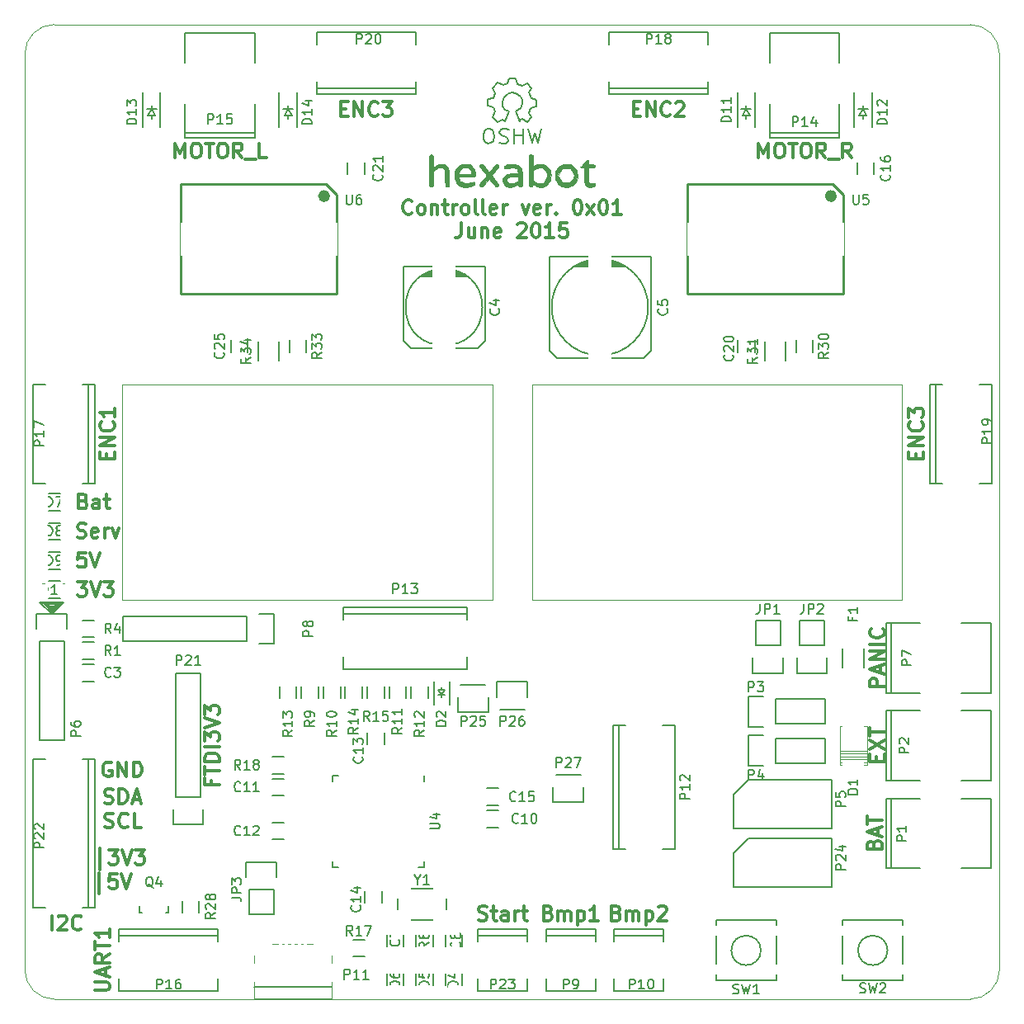
<source format=gto>
G04 #@! TF.FileFunction,Legend,Top*
%FSLAX46Y46*%
G04 Gerber Fmt 4.6, Leading zero omitted, Abs format (unit mm)*
G04 Created by KiCad (PCBNEW 0.201506102247+5730~23~ubuntu15.04.1-product) date mar. 23 juin 2015 23:09:00 CEST*
%MOMM*%
G01*
G04 APERTURE LIST*
%ADD10C,0.100000*%
%ADD11C,0.300000*%
%ADD12C,0.200000*%
%ADD13C,0.150000*%
%ADD14C,0.099060*%
%ADD15C,0.001000*%
%ADD16C,0.254000*%
%ADD17R,1.897380X1.897380*%
%ADD18R,1.899920X1.897380*%
%ADD19R,1.795780X1.897380*%
%ADD20R,2.095500X1.597660*%
%ADD21R,0.398780X1.346200*%
%ADD22R,0.700000X1.300000*%
%ADD23R,2.400300X3.500120*%
%ADD24R,2.400300X4.000500*%
%ADD25R,1.300000X0.700000*%
%ADD26R,2.199640X1.399540*%
%ADD27R,0.450000X0.590000*%
%ADD28R,1.220000X0.910000*%
%ADD29R,1.700000X2.000000*%
%ADD30R,2.032000X2.032000*%
%ADD31O,2.032000X2.032000*%
%ADD32C,5.000000*%
%ADD33O,5.001260X2.999740*%
%ADD34R,1.727200X2.032000*%
%ADD35O,1.727200X2.032000*%
%ADD36R,2.032000X1.727200*%
%ADD37O,2.032000X1.727200*%
%ADD38O,1.800860X3.500120*%
%ADD39O,3.500120X1.800860*%
%ADD40O,2.999740X5.001260*%
%ADD41R,2.235200X2.235200*%
%ADD42R,0.800100X0.800100*%
%ADD43R,0.300000X0.850000*%
%ADD44R,0.850000X0.300000*%
%ADD45R,4.000000X4.000000*%
%ADD46R,3.048000X1.000000*%
%ADD47C,1.800000*%
%ADD48R,0.759460X1.699260*%
%ADD49R,9.999980X6.398260*%
%ADD50R,16.098520X3.398520*%
%ADD51C,2.100000*%
%ADD52R,1.800000X1.200000*%
%ADD53R,1.700000X0.900000*%
G04 APERTURE END LIST*
D10*
D11*
X187142857Y-124107142D02*
X187214286Y-123892856D01*
X187285714Y-123821428D01*
X187428571Y-123749999D01*
X187642857Y-123749999D01*
X187785714Y-123821428D01*
X187857143Y-123892856D01*
X187928571Y-124035714D01*
X187928571Y-124607142D01*
X186428571Y-124607142D01*
X186428571Y-124107142D01*
X186500000Y-123964285D01*
X186571429Y-123892856D01*
X186714286Y-123821428D01*
X186857143Y-123821428D01*
X187000000Y-123892856D01*
X187071429Y-123964285D01*
X187142857Y-124107142D01*
X187142857Y-124607142D01*
X187500000Y-123178571D02*
X187500000Y-122464285D01*
X187928571Y-123321428D02*
X186428571Y-122821428D01*
X187928571Y-122321428D01*
X186428571Y-122035714D02*
X186428571Y-121178571D01*
X187928571Y-121607142D02*
X186428571Y-121607142D01*
X187392857Y-115607142D02*
X187392857Y-115107142D01*
X188178571Y-114892856D02*
X188178571Y-115607142D01*
X186678571Y-115607142D01*
X186678571Y-114892856D01*
X186678571Y-114392856D02*
X188178571Y-113392856D01*
X186678571Y-113392856D02*
X188178571Y-114392856D01*
X186678571Y-113035714D02*
X186678571Y-112178571D01*
X188178571Y-112607142D02*
X186678571Y-112607142D01*
X188178571Y-107928571D02*
X186678571Y-107928571D01*
X186678571Y-107357143D01*
X186750000Y-107214285D01*
X186821429Y-107142857D01*
X186964286Y-107071428D01*
X187178571Y-107071428D01*
X187321429Y-107142857D01*
X187392857Y-107214285D01*
X187464286Y-107357143D01*
X187464286Y-107928571D01*
X187750000Y-106500000D02*
X187750000Y-105785714D01*
X188178571Y-106642857D02*
X186678571Y-106142857D01*
X188178571Y-105642857D01*
X188178571Y-105142857D02*
X186678571Y-105142857D01*
X188178571Y-104285714D01*
X186678571Y-104285714D01*
X188178571Y-103571428D02*
X186678571Y-103571428D01*
X188035714Y-101999999D02*
X188107143Y-102071428D01*
X188178571Y-102285714D01*
X188178571Y-102428571D01*
X188107143Y-102642856D01*
X187964286Y-102785714D01*
X187821429Y-102857142D01*
X187535714Y-102928571D01*
X187321429Y-102928571D01*
X187035714Y-102857142D01*
X186892857Y-102785714D01*
X186750000Y-102642856D01*
X186678571Y-102428571D01*
X186678571Y-102285714D01*
X186750000Y-102071428D01*
X186821429Y-101999999D01*
X191392857Y-84571428D02*
X191392857Y-84071428D01*
X192178571Y-83857142D02*
X192178571Y-84571428D01*
X190678571Y-84571428D01*
X190678571Y-83857142D01*
X192178571Y-83214285D02*
X190678571Y-83214285D01*
X192178571Y-82357142D01*
X190678571Y-82357142D01*
X192035714Y-80785713D02*
X192107143Y-80857142D01*
X192178571Y-81071428D01*
X192178571Y-81214285D01*
X192107143Y-81428570D01*
X191964286Y-81571428D01*
X191821429Y-81642856D01*
X191535714Y-81714285D01*
X191321429Y-81714285D01*
X191035714Y-81642856D01*
X190892857Y-81571428D01*
X190750000Y-81428570D01*
X190678571Y-81214285D01*
X190678571Y-81071428D01*
X190750000Y-80857142D01*
X190821429Y-80785713D01*
X190678571Y-80285713D02*
X190678571Y-79357142D01*
X191250000Y-79857142D01*
X191250000Y-79642856D01*
X191321429Y-79499999D01*
X191392857Y-79428570D01*
X191535714Y-79357142D01*
X191892857Y-79357142D01*
X192035714Y-79428570D01*
X192107143Y-79499999D01*
X192178571Y-79642856D01*
X192178571Y-80071428D01*
X192107143Y-80214285D01*
X192035714Y-80285713D01*
X162428572Y-48642857D02*
X162928572Y-48642857D01*
X163142858Y-49428571D02*
X162428572Y-49428571D01*
X162428572Y-47928571D01*
X163142858Y-47928571D01*
X163785715Y-49428571D02*
X163785715Y-47928571D01*
X164642858Y-49428571D01*
X164642858Y-47928571D01*
X166214287Y-49285714D02*
X166142858Y-49357143D01*
X165928572Y-49428571D01*
X165785715Y-49428571D01*
X165571430Y-49357143D01*
X165428572Y-49214286D01*
X165357144Y-49071429D01*
X165285715Y-48785714D01*
X165285715Y-48571429D01*
X165357144Y-48285714D01*
X165428572Y-48142857D01*
X165571430Y-48000000D01*
X165785715Y-47928571D01*
X165928572Y-47928571D01*
X166142858Y-48000000D01*
X166214287Y-48071429D01*
X166785715Y-48071429D02*
X166857144Y-48000000D01*
X167000001Y-47928571D01*
X167357144Y-47928571D01*
X167500001Y-48000000D01*
X167571430Y-48071429D01*
X167642858Y-48214286D01*
X167642858Y-48357143D01*
X167571430Y-48571429D01*
X166714287Y-49428571D01*
X167642858Y-49428571D01*
X175285714Y-53678571D02*
X175285714Y-52178571D01*
X175785714Y-53250000D01*
X176285714Y-52178571D01*
X176285714Y-53678571D01*
X177285714Y-52178571D02*
X177571428Y-52178571D01*
X177714286Y-52250000D01*
X177857143Y-52392857D01*
X177928571Y-52678571D01*
X177928571Y-53178571D01*
X177857143Y-53464286D01*
X177714286Y-53607143D01*
X177571428Y-53678571D01*
X177285714Y-53678571D01*
X177142857Y-53607143D01*
X177000000Y-53464286D01*
X176928571Y-53178571D01*
X176928571Y-52678571D01*
X177000000Y-52392857D01*
X177142857Y-52250000D01*
X177285714Y-52178571D01*
X178357143Y-52178571D02*
X179214286Y-52178571D01*
X178785715Y-53678571D02*
X178785715Y-52178571D01*
X180000000Y-52178571D02*
X180285714Y-52178571D01*
X180428572Y-52250000D01*
X180571429Y-52392857D01*
X180642857Y-52678571D01*
X180642857Y-53178571D01*
X180571429Y-53464286D01*
X180428572Y-53607143D01*
X180285714Y-53678571D01*
X180000000Y-53678571D01*
X179857143Y-53607143D01*
X179714286Y-53464286D01*
X179642857Y-53178571D01*
X179642857Y-52678571D01*
X179714286Y-52392857D01*
X179857143Y-52250000D01*
X180000000Y-52178571D01*
X182142858Y-53678571D02*
X181642858Y-52964286D01*
X181285715Y-53678571D02*
X181285715Y-52178571D01*
X181857143Y-52178571D01*
X182000001Y-52250000D01*
X182071429Y-52321429D01*
X182142858Y-52464286D01*
X182142858Y-52678571D01*
X182071429Y-52821429D01*
X182000001Y-52892857D01*
X181857143Y-52964286D01*
X181285715Y-52964286D01*
X182428572Y-53821429D02*
X183571429Y-53821429D01*
X184785715Y-53678571D02*
X184285715Y-52964286D01*
X183928572Y-53678571D02*
X183928572Y-52178571D01*
X184500000Y-52178571D01*
X184642858Y-52250000D01*
X184714286Y-52321429D01*
X184785715Y-52464286D01*
X184785715Y-52678571D01*
X184714286Y-52821429D01*
X184642858Y-52892857D01*
X184500000Y-52964286D01*
X183928572Y-52964286D01*
X115428571Y-53678571D02*
X115428571Y-52178571D01*
X115928571Y-53250000D01*
X116428571Y-52178571D01*
X116428571Y-53678571D01*
X117428571Y-52178571D02*
X117714285Y-52178571D01*
X117857143Y-52250000D01*
X118000000Y-52392857D01*
X118071428Y-52678571D01*
X118071428Y-53178571D01*
X118000000Y-53464286D01*
X117857143Y-53607143D01*
X117714285Y-53678571D01*
X117428571Y-53678571D01*
X117285714Y-53607143D01*
X117142857Y-53464286D01*
X117071428Y-53178571D01*
X117071428Y-52678571D01*
X117142857Y-52392857D01*
X117285714Y-52250000D01*
X117428571Y-52178571D01*
X118500000Y-52178571D02*
X119357143Y-52178571D01*
X118928572Y-53678571D02*
X118928572Y-52178571D01*
X120142857Y-52178571D02*
X120428571Y-52178571D01*
X120571429Y-52250000D01*
X120714286Y-52392857D01*
X120785714Y-52678571D01*
X120785714Y-53178571D01*
X120714286Y-53464286D01*
X120571429Y-53607143D01*
X120428571Y-53678571D01*
X120142857Y-53678571D01*
X120000000Y-53607143D01*
X119857143Y-53464286D01*
X119785714Y-53178571D01*
X119785714Y-52678571D01*
X119857143Y-52392857D01*
X120000000Y-52250000D01*
X120142857Y-52178571D01*
X122285715Y-53678571D02*
X121785715Y-52964286D01*
X121428572Y-53678571D02*
X121428572Y-52178571D01*
X122000000Y-52178571D01*
X122142858Y-52250000D01*
X122214286Y-52321429D01*
X122285715Y-52464286D01*
X122285715Y-52678571D01*
X122214286Y-52821429D01*
X122142858Y-52892857D01*
X122000000Y-52964286D01*
X121428572Y-52964286D01*
X122571429Y-53821429D02*
X123714286Y-53821429D01*
X124785715Y-53678571D02*
X124071429Y-53678571D01*
X124071429Y-52178571D01*
X132428572Y-48642857D02*
X132928572Y-48642857D01*
X133142858Y-49428571D02*
X132428572Y-49428571D01*
X132428572Y-47928571D01*
X133142858Y-47928571D01*
X133785715Y-49428571D02*
X133785715Y-47928571D01*
X134642858Y-49428571D01*
X134642858Y-47928571D01*
X136214287Y-49285714D02*
X136142858Y-49357143D01*
X135928572Y-49428571D01*
X135785715Y-49428571D01*
X135571430Y-49357143D01*
X135428572Y-49214286D01*
X135357144Y-49071429D01*
X135285715Y-48785714D01*
X135285715Y-48571429D01*
X135357144Y-48285714D01*
X135428572Y-48142857D01*
X135571430Y-48000000D01*
X135785715Y-47928571D01*
X135928572Y-47928571D01*
X136142858Y-48000000D01*
X136214287Y-48071429D01*
X136714287Y-47928571D02*
X137642858Y-47928571D01*
X137142858Y-48500000D01*
X137357144Y-48500000D01*
X137500001Y-48571429D01*
X137571430Y-48642857D01*
X137642858Y-48785714D01*
X137642858Y-49142857D01*
X137571430Y-49285714D01*
X137500001Y-49357143D01*
X137357144Y-49428571D01*
X136928572Y-49428571D01*
X136785715Y-49357143D01*
X136714287Y-49285714D01*
X108392857Y-84571428D02*
X108392857Y-84071428D01*
X109178571Y-83857142D02*
X109178571Y-84571428D01*
X107678571Y-84571428D01*
X107678571Y-83857142D01*
X109178571Y-83214285D02*
X107678571Y-83214285D01*
X109178571Y-82357142D01*
X107678571Y-82357142D01*
X109035714Y-80785713D02*
X109107143Y-80857142D01*
X109178571Y-81071428D01*
X109178571Y-81214285D01*
X109107143Y-81428570D01*
X108964286Y-81571428D01*
X108821429Y-81642856D01*
X108535714Y-81714285D01*
X108321429Y-81714285D01*
X108035714Y-81642856D01*
X107892857Y-81571428D01*
X107750000Y-81428570D01*
X107678571Y-81214285D01*
X107678571Y-81071428D01*
X107750000Y-80857142D01*
X107821429Y-80785713D01*
X109178571Y-79357142D02*
X109178571Y-80214285D01*
X109178571Y-79785713D02*
X107678571Y-79785713D01*
X107892857Y-79928570D01*
X108035714Y-80071428D01*
X108107143Y-80214285D01*
D12*
X102600000Y-99900000D02*
X102600000Y-99800000D01*
X103000000Y-99900000D02*
X102600000Y-99900000D01*
X103200000Y-99700000D02*
X102400000Y-99700000D01*
X103600000Y-99500000D02*
X102100000Y-99500000D01*
X103700000Y-99400000D02*
X102000000Y-99400000D01*
X102750000Y-100250000D02*
X103750000Y-99250000D01*
X101750000Y-99250000D02*
X102000000Y-99500000D01*
X102000000Y-99500000D02*
X101750000Y-99250000D01*
X102750000Y-100250000D02*
X102000000Y-99500000D01*
X103250000Y-99500000D02*
X102250000Y-99500000D01*
X102750000Y-100000000D02*
X103250000Y-99500000D01*
X102250000Y-99500000D02*
X102750000Y-100000000D01*
X101500000Y-99250000D02*
X102750000Y-100500000D01*
X104000000Y-99250000D02*
X101500000Y-99250000D01*
X102750000Y-100500000D02*
X104000000Y-99250000D01*
D11*
X119142857Y-117535713D02*
X119142857Y-118035713D01*
X119928571Y-118035713D02*
X118428571Y-118035713D01*
X118428571Y-117321427D01*
X118428571Y-116964285D02*
X118428571Y-116107142D01*
X119928571Y-116535713D02*
X118428571Y-116535713D01*
X119928571Y-115607142D02*
X118428571Y-115607142D01*
X118428571Y-115249999D01*
X118500000Y-115035714D01*
X118642857Y-114892856D01*
X118785714Y-114821428D01*
X119071429Y-114749999D01*
X119285714Y-114749999D01*
X119571429Y-114821428D01*
X119714286Y-114892856D01*
X119857143Y-115035714D01*
X119928571Y-115249999D01*
X119928571Y-115607142D01*
X119928571Y-114107142D02*
X118428571Y-114107142D01*
X118428571Y-113535713D02*
X118428571Y-112607142D01*
X119000000Y-113107142D01*
X119000000Y-112892856D01*
X119071429Y-112749999D01*
X119142857Y-112678570D01*
X119285714Y-112607142D01*
X119642857Y-112607142D01*
X119785714Y-112678570D01*
X119857143Y-112749999D01*
X119928571Y-112892856D01*
X119928571Y-113321428D01*
X119857143Y-113464285D01*
X119785714Y-113535713D01*
X118428571Y-112178571D02*
X119928571Y-111678571D01*
X118428571Y-111178571D01*
X118428571Y-110821428D02*
X118428571Y-109892857D01*
X119000000Y-110392857D01*
X119000000Y-110178571D01*
X119071429Y-110035714D01*
X119142857Y-109964285D01*
X119285714Y-109892857D01*
X119642857Y-109892857D01*
X119785714Y-109964285D01*
X119857143Y-110035714D01*
X119928571Y-110178571D01*
X119928571Y-110607143D01*
X119857143Y-110750000D01*
X119785714Y-110821428D01*
X108214286Y-122357143D02*
X108428572Y-122428571D01*
X108785715Y-122428571D01*
X108928572Y-122357143D01*
X109000001Y-122285714D01*
X109071429Y-122142857D01*
X109071429Y-122000000D01*
X109000001Y-121857143D01*
X108928572Y-121785714D01*
X108785715Y-121714286D01*
X108500001Y-121642857D01*
X108357143Y-121571429D01*
X108285715Y-121500000D01*
X108214286Y-121357143D01*
X108214286Y-121214286D01*
X108285715Y-121071429D01*
X108357143Y-121000000D01*
X108500001Y-120928571D01*
X108857143Y-120928571D01*
X109071429Y-121000000D01*
X110571429Y-122285714D02*
X110500000Y-122357143D01*
X110285714Y-122428571D01*
X110142857Y-122428571D01*
X109928572Y-122357143D01*
X109785714Y-122214286D01*
X109714286Y-122071429D01*
X109642857Y-121785714D01*
X109642857Y-121571429D01*
X109714286Y-121285714D01*
X109785714Y-121142857D01*
X109928572Y-121000000D01*
X110142857Y-120928571D01*
X110285714Y-120928571D01*
X110500000Y-121000000D01*
X110571429Y-121071429D01*
X111928572Y-122428571D02*
X111214286Y-122428571D01*
X111214286Y-120928571D01*
X108178572Y-119857143D02*
X108392858Y-119928571D01*
X108750001Y-119928571D01*
X108892858Y-119857143D01*
X108964287Y-119785714D01*
X109035715Y-119642857D01*
X109035715Y-119500000D01*
X108964287Y-119357143D01*
X108892858Y-119285714D01*
X108750001Y-119214286D01*
X108464287Y-119142857D01*
X108321429Y-119071429D01*
X108250001Y-119000000D01*
X108178572Y-118857143D01*
X108178572Y-118714286D01*
X108250001Y-118571429D01*
X108321429Y-118500000D01*
X108464287Y-118428571D01*
X108821429Y-118428571D01*
X109035715Y-118500000D01*
X109678572Y-119928571D02*
X109678572Y-118428571D01*
X110035715Y-118428571D01*
X110250000Y-118500000D01*
X110392858Y-118642857D01*
X110464286Y-118785714D01*
X110535715Y-119071429D01*
X110535715Y-119285714D01*
X110464286Y-119571429D01*
X110392858Y-119714286D01*
X110250000Y-119857143D01*
X110035715Y-119928571D01*
X109678572Y-119928571D01*
X111107143Y-119500000D02*
X111821429Y-119500000D01*
X110964286Y-119928571D02*
X111464286Y-118428571D01*
X111964286Y-119928571D01*
X108857143Y-115750000D02*
X108714286Y-115678571D01*
X108500000Y-115678571D01*
X108285715Y-115750000D01*
X108142857Y-115892857D01*
X108071429Y-116035714D01*
X108000000Y-116321429D01*
X108000000Y-116535714D01*
X108071429Y-116821429D01*
X108142857Y-116964286D01*
X108285715Y-117107143D01*
X108500000Y-117178571D01*
X108642857Y-117178571D01*
X108857143Y-117107143D01*
X108928572Y-117035714D01*
X108928572Y-116535714D01*
X108642857Y-116535714D01*
X109571429Y-117178571D02*
X109571429Y-115678571D01*
X110428572Y-117178571D01*
X110428572Y-115678571D01*
X111142858Y-117178571D02*
X111142858Y-115678571D01*
X111500001Y-115678571D01*
X111714286Y-115750000D01*
X111857144Y-115892857D01*
X111928572Y-116035714D01*
X112000001Y-116321429D01*
X112000001Y-116535714D01*
X111928572Y-116821429D01*
X111857144Y-116964286D01*
X111714286Y-117107143D01*
X111500001Y-117178571D01*
X111142858Y-117178571D01*
X107678573Y-126678571D02*
X107678573Y-124535714D01*
X108607144Y-124678571D02*
X109535715Y-124678571D01*
X109035715Y-125250000D01*
X109250001Y-125250000D01*
X109392858Y-125321429D01*
X109464287Y-125392857D01*
X109535715Y-125535714D01*
X109535715Y-125892857D01*
X109464287Y-126035714D01*
X109392858Y-126107143D01*
X109250001Y-126178571D01*
X108821429Y-126178571D01*
X108678572Y-126107143D01*
X108607144Y-126035714D01*
X109964286Y-124678571D02*
X110464286Y-126178571D01*
X110964286Y-124678571D01*
X111321429Y-124678571D02*
X112250000Y-124678571D01*
X111750000Y-125250000D01*
X111964286Y-125250000D01*
X112107143Y-125321429D01*
X112178572Y-125392857D01*
X112250000Y-125535714D01*
X112250000Y-125892857D01*
X112178572Y-126035714D01*
X112107143Y-126107143D01*
X111964286Y-126178571D01*
X111535714Y-126178571D01*
X111392857Y-126107143D01*
X111321429Y-126035714D01*
X107642858Y-129178571D02*
X107642858Y-127035714D01*
X109428572Y-127178571D02*
X108714286Y-127178571D01*
X108642857Y-127892857D01*
X108714286Y-127821429D01*
X108857143Y-127750000D01*
X109214286Y-127750000D01*
X109357143Y-127821429D01*
X109428572Y-127892857D01*
X109500000Y-128035714D01*
X109500000Y-128392857D01*
X109428572Y-128535714D01*
X109357143Y-128607143D01*
X109214286Y-128678571D01*
X108857143Y-128678571D01*
X108714286Y-128607143D01*
X108642857Y-128535714D01*
X109928571Y-127178571D02*
X110428571Y-128678571D01*
X110928571Y-127178571D01*
X102785715Y-132928571D02*
X102785715Y-131428571D01*
X103428572Y-131571429D02*
X103500001Y-131500000D01*
X103642858Y-131428571D01*
X104000001Y-131428571D01*
X104142858Y-131500000D01*
X104214287Y-131571429D01*
X104285715Y-131714286D01*
X104285715Y-131857143D01*
X104214287Y-132071429D01*
X103357144Y-132928571D01*
X104285715Y-132928571D01*
X105785715Y-132785714D02*
X105714286Y-132857143D01*
X105500000Y-132928571D01*
X105357143Y-132928571D01*
X105142858Y-132857143D01*
X105000000Y-132714286D01*
X104928572Y-132571429D01*
X104857143Y-132285714D01*
X104857143Y-132071429D01*
X104928572Y-131785714D01*
X105000000Y-131642857D01*
X105142858Y-131500000D01*
X105357143Y-131428571D01*
X105500000Y-131428571D01*
X105714286Y-131500000D01*
X105785715Y-131571429D01*
X107178571Y-139107142D02*
X108392857Y-139107142D01*
X108535714Y-139035714D01*
X108607143Y-138964285D01*
X108678571Y-138821428D01*
X108678571Y-138535714D01*
X108607143Y-138392856D01*
X108535714Y-138321428D01*
X108392857Y-138249999D01*
X107178571Y-138249999D01*
X108250000Y-137607142D02*
X108250000Y-136892856D01*
X108678571Y-137749999D02*
X107178571Y-137249999D01*
X108678571Y-136749999D01*
X108678571Y-135392856D02*
X107964286Y-135892856D01*
X108678571Y-136249999D02*
X107178571Y-136249999D01*
X107178571Y-135678571D01*
X107250000Y-135535713D01*
X107321429Y-135464285D01*
X107464286Y-135392856D01*
X107678571Y-135392856D01*
X107821429Y-135464285D01*
X107892857Y-135535713D01*
X107964286Y-135678571D01*
X107964286Y-136249999D01*
X107178571Y-134964285D02*
X107178571Y-134107142D01*
X108678571Y-134535713D02*
X107178571Y-134535713D01*
X108678571Y-132821428D02*
X108678571Y-133678571D01*
X108678571Y-133249999D02*
X107178571Y-133249999D01*
X107392857Y-133392856D01*
X107535714Y-133535714D01*
X107607143Y-133678571D01*
X160714286Y-131142857D02*
X160928572Y-131214286D01*
X161000000Y-131285714D01*
X161071429Y-131428571D01*
X161071429Y-131642857D01*
X161000000Y-131785714D01*
X160928572Y-131857143D01*
X160785714Y-131928571D01*
X160214286Y-131928571D01*
X160214286Y-130428571D01*
X160714286Y-130428571D01*
X160857143Y-130500000D01*
X160928572Y-130571429D01*
X161000000Y-130714286D01*
X161000000Y-130857143D01*
X160928572Y-131000000D01*
X160857143Y-131071429D01*
X160714286Y-131142857D01*
X160214286Y-131142857D01*
X161714286Y-131928571D02*
X161714286Y-130928571D01*
X161714286Y-131071429D02*
X161785714Y-131000000D01*
X161928572Y-130928571D01*
X162142857Y-130928571D01*
X162285714Y-131000000D01*
X162357143Y-131142857D01*
X162357143Y-131928571D01*
X162357143Y-131142857D02*
X162428572Y-131000000D01*
X162571429Y-130928571D01*
X162785714Y-130928571D01*
X162928572Y-131000000D01*
X163000000Y-131142857D01*
X163000000Y-131928571D01*
X163714286Y-130928571D02*
X163714286Y-132428571D01*
X163714286Y-131000000D02*
X163857143Y-130928571D01*
X164142857Y-130928571D01*
X164285714Y-131000000D01*
X164357143Y-131071429D01*
X164428572Y-131214286D01*
X164428572Y-131642857D01*
X164357143Y-131785714D01*
X164285714Y-131857143D01*
X164142857Y-131928571D01*
X163857143Y-131928571D01*
X163714286Y-131857143D01*
X165000000Y-130571429D02*
X165071429Y-130500000D01*
X165214286Y-130428571D01*
X165571429Y-130428571D01*
X165714286Y-130500000D01*
X165785715Y-130571429D01*
X165857143Y-130714286D01*
X165857143Y-130857143D01*
X165785715Y-131071429D01*
X164928572Y-131928571D01*
X165857143Y-131928571D01*
X153714286Y-131142857D02*
X153928572Y-131214286D01*
X154000000Y-131285714D01*
X154071429Y-131428571D01*
X154071429Y-131642857D01*
X154000000Y-131785714D01*
X153928572Y-131857143D01*
X153785714Y-131928571D01*
X153214286Y-131928571D01*
X153214286Y-130428571D01*
X153714286Y-130428571D01*
X153857143Y-130500000D01*
X153928572Y-130571429D01*
X154000000Y-130714286D01*
X154000000Y-130857143D01*
X153928572Y-131000000D01*
X153857143Y-131071429D01*
X153714286Y-131142857D01*
X153214286Y-131142857D01*
X154714286Y-131928571D02*
X154714286Y-130928571D01*
X154714286Y-131071429D02*
X154785714Y-131000000D01*
X154928572Y-130928571D01*
X155142857Y-130928571D01*
X155285714Y-131000000D01*
X155357143Y-131142857D01*
X155357143Y-131928571D01*
X155357143Y-131142857D02*
X155428572Y-131000000D01*
X155571429Y-130928571D01*
X155785714Y-130928571D01*
X155928572Y-131000000D01*
X156000000Y-131142857D01*
X156000000Y-131928571D01*
X156714286Y-130928571D02*
X156714286Y-132428571D01*
X156714286Y-131000000D02*
X156857143Y-130928571D01*
X157142857Y-130928571D01*
X157285714Y-131000000D01*
X157357143Y-131071429D01*
X157428572Y-131214286D01*
X157428572Y-131642857D01*
X157357143Y-131785714D01*
X157285714Y-131857143D01*
X157142857Y-131928571D01*
X156857143Y-131928571D01*
X156714286Y-131857143D01*
X158857143Y-131928571D02*
X158000000Y-131928571D01*
X158428572Y-131928571D02*
X158428572Y-130428571D01*
X158285715Y-130642857D01*
X158142857Y-130785714D01*
X158000000Y-130857143D01*
X146571429Y-131857143D02*
X146785715Y-131928571D01*
X147142858Y-131928571D01*
X147285715Y-131857143D01*
X147357144Y-131785714D01*
X147428572Y-131642857D01*
X147428572Y-131500000D01*
X147357144Y-131357143D01*
X147285715Y-131285714D01*
X147142858Y-131214286D01*
X146857144Y-131142857D01*
X146714286Y-131071429D01*
X146642858Y-131000000D01*
X146571429Y-130857143D01*
X146571429Y-130714286D01*
X146642858Y-130571429D01*
X146714286Y-130500000D01*
X146857144Y-130428571D01*
X147214286Y-130428571D01*
X147428572Y-130500000D01*
X147857143Y-130928571D02*
X148428572Y-130928571D01*
X148071429Y-130428571D02*
X148071429Y-131714286D01*
X148142857Y-131857143D01*
X148285715Y-131928571D01*
X148428572Y-131928571D01*
X149571429Y-131928571D02*
X149571429Y-131142857D01*
X149500000Y-131000000D01*
X149357143Y-130928571D01*
X149071429Y-130928571D01*
X148928572Y-131000000D01*
X149571429Y-131857143D02*
X149428572Y-131928571D01*
X149071429Y-131928571D01*
X148928572Y-131857143D01*
X148857143Y-131714286D01*
X148857143Y-131571429D01*
X148928572Y-131428571D01*
X149071429Y-131357143D01*
X149428572Y-131357143D01*
X149571429Y-131285714D01*
X150285715Y-131928571D02*
X150285715Y-130928571D01*
X150285715Y-131214286D02*
X150357143Y-131071429D01*
X150428572Y-131000000D01*
X150571429Y-130928571D01*
X150714286Y-130928571D01*
X151000000Y-130928571D02*
X151571429Y-130928571D01*
X151214286Y-130428571D02*
X151214286Y-131714286D01*
X151285714Y-131857143D01*
X151428572Y-131928571D01*
X151571429Y-131928571D01*
X105392858Y-97178571D02*
X106321429Y-97178571D01*
X105821429Y-97750000D01*
X106035715Y-97750000D01*
X106178572Y-97821429D01*
X106250001Y-97892857D01*
X106321429Y-98035714D01*
X106321429Y-98392857D01*
X106250001Y-98535714D01*
X106178572Y-98607143D01*
X106035715Y-98678571D01*
X105607143Y-98678571D01*
X105464286Y-98607143D01*
X105392858Y-98535714D01*
X106750000Y-97178571D02*
X107250000Y-98678571D01*
X107750000Y-97178571D01*
X108107143Y-97178571D02*
X109035714Y-97178571D01*
X108535714Y-97750000D01*
X108750000Y-97750000D01*
X108892857Y-97821429D01*
X108964286Y-97892857D01*
X109035714Y-98035714D01*
X109035714Y-98392857D01*
X108964286Y-98535714D01*
X108892857Y-98607143D01*
X108750000Y-98678571D01*
X108321428Y-98678571D01*
X108178571Y-98607143D01*
X108107143Y-98535714D01*
X106214287Y-94178571D02*
X105500001Y-94178571D01*
X105428572Y-94892857D01*
X105500001Y-94821429D01*
X105642858Y-94750000D01*
X106000001Y-94750000D01*
X106142858Y-94821429D01*
X106214287Y-94892857D01*
X106285715Y-95035714D01*
X106285715Y-95392857D01*
X106214287Y-95535714D01*
X106142858Y-95607143D01*
X106000001Y-95678571D01*
X105642858Y-95678571D01*
X105500001Y-95607143D01*
X105428572Y-95535714D01*
X106714286Y-94178571D02*
X107214286Y-95678571D01*
X107714286Y-94178571D01*
X105392858Y-92607143D02*
X105607144Y-92678571D01*
X105964287Y-92678571D01*
X106107144Y-92607143D01*
X106178573Y-92535714D01*
X106250001Y-92392857D01*
X106250001Y-92250000D01*
X106178573Y-92107143D01*
X106107144Y-92035714D01*
X105964287Y-91964286D01*
X105678573Y-91892857D01*
X105535715Y-91821429D01*
X105464287Y-91750000D01*
X105392858Y-91607143D01*
X105392858Y-91464286D01*
X105464287Y-91321429D01*
X105535715Y-91250000D01*
X105678573Y-91178571D01*
X106035715Y-91178571D01*
X106250001Y-91250000D01*
X107464286Y-92607143D02*
X107321429Y-92678571D01*
X107035715Y-92678571D01*
X106892858Y-92607143D01*
X106821429Y-92464286D01*
X106821429Y-91892857D01*
X106892858Y-91750000D01*
X107035715Y-91678571D01*
X107321429Y-91678571D01*
X107464286Y-91750000D01*
X107535715Y-91892857D01*
X107535715Y-92035714D01*
X106821429Y-92178571D01*
X108178572Y-92678571D02*
X108178572Y-91678571D01*
X108178572Y-91964286D02*
X108250000Y-91821429D01*
X108321429Y-91750000D01*
X108464286Y-91678571D01*
X108607143Y-91678571D01*
X108964286Y-91678571D02*
X109321429Y-92678571D01*
X109678571Y-91678571D01*
X106000000Y-88892857D02*
X106214286Y-88964286D01*
X106285714Y-89035714D01*
X106357143Y-89178571D01*
X106357143Y-89392857D01*
X106285714Y-89535714D01*
X106214286Y-89607143D01*
X106071428Y-89678571D01*
X105500000Y-89678571D01*
X105500000Y-88178571D01*
X106000000Y-88178571D01*
X106142857Y-88250000D01*
X106214286Y-88321429D01*
X106285714Y-88464286D01*
X106285714Y-88607143D01*
X106214286Y-88750000D01*
X106142857Y-88821429D01*
X106000000Y-88892857D01*
X105500000Y-88892857D01*
X107642857Y-89678571D02*
X107642857Y-88892857D01*
X107571428Y-88750000D01*
X107428571Y-88678571D01*
X107142857Y-88678571D01*
X107000000Y-88750000D01*
X107642857Y-89607143D02*
X107500000Y-89678571D01*
X107142857Y-89678571D01*
X107000000Y-89607143D01*
X106928571Y-89464286D01*
X106928571Y-89321429D01*
X107000000Y-89178571D01*
X107142857Y-89107143D01*
X107500000Y-89107143D01*
X107642857Y-89035714D01*
X108142857Y-88678571D02*
X108714286Y-88678571D01*
X108357143Y-88178571D02*
X108357143Y-89464286D01*
X108428571Y-89607143D01*
X108571429Y-89678571D01*
X108714286Y-89678571D01*
X139714288Y-59335714D02*
X139642859Y-59407143D01*
X139428573Y-59478571D01*
X139285716Y-59478571D01*
X139071431Y-59407143D01*
X138928573Y-59264286D01*
X138857145Y-59121429D01*
X138785716Y-58835714D01*
X138785716Y-58621429D01*
X138857145Y-58335714D01*
X138928573Y-58192857D01*
X139071431Y-58050000D01*
X139285716Y-57978571D01*
X139428573Y-57978571D01*
X139642859Y-58050000D01*
X139714288Y-58121429D01*
X140571431Y-59478571D02*
X140428573Y-59407143D01*
X140357145Y-59335714D01*
X140285716Y-59192857D01*
X140285716Y-58764286D01*
X140357145Y-58621429D01*
X140428573Y-58550000D01*
X140571431Y-58478571D01*
X140785716Y-58478571D01*
X140928573Y-58550000D01*
X141000002Y-58621429D01*
X141071431Y-58764286D01*
X141071431Y-59192857D01*
X141000002Y-59335714D01*
X140928573Y-59407143D01*
X140785716Y-59478571D01*
X140571431Y-59478571D01*
X141714288Y-58478571D02*
X141714288Y-59478571D01*
X141714288Y-58621429D02*
X141785716Y-58550000D01*
X141928574Y-58478571D01*
X142142859Y-58478571D01*
X142285716Y-58550000D01*
X142357145Y-58692857D01*
X142357145Y-59478571D01*
X142857145Y-58478571D02*
X143428574Y-58478571D01*
X143071431Y-57978571D02*
X143071431Y-59264286D01*
X143142859Y-59407143D01*
X143285717Y-59478571D01*
X143428574Y-59478571D01*
X143928574Y-59478571D02*
X143928574Y-58478571D01*
X143928574Y-58764286D02*
X144000002Y-58621429D01*
X144071431Y-58550000D01*
X144214288Y-58478571D01*
X144357145Y-58478571D01*
X145071431Y-59478571D02*
X144928573Y-59407143D01*
X144857145Y-59335714D01*
X144785716Y-59192857D01*
X144785716Y-58764286D01*
X144857145Y-58621429D01*
X144928573Y-58550000D01*
X145071431Y-58478571D01*
X145285716Y-58478571D01*
X145428573Y-58550000D01*
X145500002Y-58621429D01*
X145571431Y-58764286D01*
X145571431Y-59192857D01*
X145500002Y-59335714D01*
X145428573Y-59407143D01*
X145285716Y-59478571D01*
X145071431Y-59478571D01*
X146428574Y-59478571D02*
X146285716Y-59407143D01*
X146214288Y-59264286D01*
X146214288Y-57978571D01*
X147214288Y-59478571D02*
X147071430Y-59407143D01*
X147000002Y-59264286D01*
X147000002Y-57978571D01*
X148357144Y-59407143D02*
X148214287Y-59478571D01*
X147928573Y-59478571D01*
X147785716Y-59407143D01*
X147714287Y-59264286D01*
X147714287Y-58692857D01*
X147785716Y-58550000D01*
X147928573Y-58478571D01*
X148214287Y-58478571D01*
X148357144Y-58550000D01*
X148428573Y-58692857D01*
X148428573Y-58835714D01*
X147714287Y-58978571D01*
X149071430Y-59478571D02*
X149071430Y-58478571D01*
X149071430Y-58764286D02*
X149142858Y-58621429D01*
X149214287Y-58550000D01*
X149357144Y-58478571D01*
X149500001Y-58478571D01*
X151000001Y-58478571D02*
X151357144Y-59478571D01*
X151714286Y-58478571D01*
X152857143Y-59407143D02*
X152714286Y-59478571D01*
X152428572Y-59478571D01*
X152285715Y-59407143D01*
X152214286Y-59264286D01*
X152214286Y-58692857D01*
X152285715Y-58550000D01*
X152428572Y-58478571D01*
X152714286Y-58478571D01*
X152857143Y-58550000D01*
X152928572Y-58692857D01*
X152928572Y-58835714D01*
X152214286Y-58978571D01*
X153571429Y-59478571D02*
X153571429Y-58478571D01*
X153571429Y-58764286D02*
X153642857Y-58621429D01*
X153714286Y-58550000D01*
X153857143Y-58478571D01*
X154000000Y-58478571D01*
X154500000Y-59335714D02*
X154571428Y-59407143D01*
X154500000Y-59478571D01*
X154428571Y-59407143D01*
X154500000Y-59335714D01*
X154500000Y-59478571D01*
X156642857Y-57978571D02*
X156785714Y-57978571D01*
X156928571Y-58050000D01*
X157000000Y-58121429D01*
X157071429Y-58264286D01*
X157142857Y-58550000D01*
X157142857Y-58907143D01*
X157071429Y-59192857D01*
X157000000Y-59335714D01*
X156928571Y-59407143D01*
X156785714Y-59478571D01*
X156642857Y-59478571D01*
X156500000Y-59407143D01*
X156428571Y-59335714D01*
X156357143Y-59192857D01*
X156285714Y-58907143D01*
X156285714Y-58550000D01*
X156357143Y-58264286D01*
X156428571Y-58121429D01*
X156500000Y-58050000D01*
X156642857Y-57978571D01*
X157642857Y-59478571D02*
X158428571Y-58478571D01*
X157642857Y-58478571D02*
X158428571Y-59478571D01*
X159285714Y-57978571D02*
X159428571Y-57978571D01*
X159571428Y-58050000D01*
X159642857Y-58121429D01*
X159714286Y-58264286D01*
X159785714Y-58550000D01*
X159785714Y-58907143D01*
X159714286Y-59192857D01*
X159642857Y-59335714D01*
X159571428Y-59407143D01*
X159428571Y-59478571D01*
X159285714Y-59478571D01*
X159142857Y-59407143D01*
X159071428Y-59335714D01*
X159000000Y-59192857D01*
X158928571Y-58907143D01*
X158928571Y-58550000D01*
X159000000Y-58264286D01*
X159071428Y-58121429D01*
X159142857Y-58050000D01*
X159285714Y-57978571D01*
X161214285Y-59478571D02*
X160357142Y-59478571D01*
X160785714Y-59478571D02*
X160785714Y-57978571D01*
X160642857Y-58192857D01*
X160499999Y-58335714D01*
X160357142Y-58407143D01*
X144785715Y-60378571D02*
X144785715Y-61450000D01*
X144714287Y-61664286D01*
X144571430Y-61807143D01*
X144357144Y-61878571D01*
X144214287Y-61878571D01*
X146142858Y-60878571D02*
X146142858Y-61878571D01*
X145500001Y-60878571D02*
X145500001Y-61664286D01*
X145571429Y-61807143D01*
X145714287Y-61878571D01*
X145928572Y-61878571D01*
X146071429Y-61807143D01*
X146142858Y-61735714D01*
X146857144Y-60878571D02*
X146857144Y-61878571D01*
X146857144Y-61021429D02*
X146928572Y-60950000D01*
X147071430Y-60878571D01*
X147285715Y-60878571D01*
X147428572Y-60950000D01*
X147500001Y-61092857D01*
X147500001Y-61878571D01*
X148785715Y-61807143D02*
X148642858Y-61878571D01*
X148357144Y-61878571D01*
X148214287Y-61807143D01*
X148142858Y-61664286D01*
X148142858Y-61092857D01*
X148214287Y-60950000D01*
X148357144Y-60878571D01*
X148642858Y-60878571D01*
X148785715Y-60950000D01*
X148857144Y-61092857D01*
X148857144Y-61235714D01*
X148142858Y-61378571D01*
X150571429Y-60521429D02*
X150642858Y-60450000D01*
X150785715Y-60378571D01*
X151142858Y-60378571D01*
X151285715Y-60450000D01*
X151357144Y-60521429D01*
X151428572Y-60664286D01*
X151428572Y-60807143D01*
X151357144Y-61021429D01*
X150500001Y-61878571D01*
X151428572Y-61878571D01*
X152357143Y-60378571D02*
X152500000Y-60378571D01*
X152642857Y-60450000D01*
X152714286Y-60521429D01*
X152785715Y-60664286D01*
X152857143Y-60950000D01*
X152857143Y-61307143D01*
X152785715Y-61592857D01*
X152714286Y-61735714D01*
X152642857Y-61807143D01*
X152500000Y-61878571D01*
X152357143Y-61878571D01*
X152214286Y-61807143D01*
X152142857Y-61735714D01*
X152071429Y-61592857D01*
X152000000Y-61307143D01*
X152000000Y-60950000D01*
X152071429Y-60664286D01*
X152142857Y-60521429D01*
X152214286Y-60450000D01*
X152357143Y-60378571D01*
X154285714Y-61878571D02*
X153428571Y-61878571D01*
X153857143Y-61878571D02*
X153857143Y-60378571D01*
X153714286Y-60592857D01*
X153571428Y-60735714D01*
X153428571Y-60807143D01*
X155642857Y-60378571D02*
X154928571Y-60378571D01*
X154857142Y-61092857D01*
X154928571Y-61021429D01*
X155071428Y-60950000D01*
X155428571Y-60950000D01*
X155571428Y-61021429D01*
X155642857Y-61092857D01*
X155714285Y-61235714D01*
X155714285Y-61592857D01*
X155642857Y-61735714D01*
X155571428Y-61807143D01*
X155428571Y-61878571D01*
X155071428Y-61878571D01*
X154928571Y-61807143D01*
X154857142Y-61735714D01*
D10*
X100000000Y-137000000D02*
X100000000Y-43000000D01*
X197000000Y-140000000D02*
X103000000Y-140000000D01*
X200000000Y-43000000D02*
X200000000Y-137000000D01*
X103000000Y-40000000D02*
X197000000Y-40000000D01*
X200000000Y-43000000D02*
G75*
G03X197000000Y-40000000I-3000000J0D01*
G01*
X103000000Y-40000000D02*
G75*
G03X100000000Y-43000000I0J-3000000D01*
G01*
X100000000Y-137000000D02*
G75*
G03X103000000Y-140000000I3000000J0D01*
G01*
X197000000Y-140000000D02*
G75*
G03X200000000Y-137000000I0J3000000D01*
G01*
D13*
X123500000Y-138750000D02*
X131500000Y-138750000D01*
D14*
X123499500Y-139750760D02*
X123499500Y-139948880D01*
X131500500Y-139750760D02*
X131500500Y-139948880D01*
X123499500Y-134350720D02*
X131500500Y-134350720D01*
X131500500Y-134350720D02*
X131500500Y-139750760D01*
X131500500Y-139948880D02*
X123499500Y-139948880D01*
X123499500Y-139750760D02*
X123499500Y-134350720D01*
D13*
X105900000Y-105625000D02*
X107100000Y-105625000D01*
X107100000Y-107375000D02*
X105900000Y-107375000D01*
X144016000Y-65190000D02*
X141984000Y-65190000D01*
X141603000Y-65317000D02*
X144397000Y-65317000D01*
X144651000Y-65444000D02*
X141349000Y-65444000D01*
X141095000Y-65571000D02*
X144905000Y-65571000D01*
X140968000Y-65698000D02*
X145032000Y-65698000D01*
X145286000Y-65825000D02*
X140714000Y-65825000D01*
X146937000Y-69000000D02*
G75*
G03X146937000Y-69000000I-3937000J0D01*
G01*
X147191000Y-64809000D02*
X138809000Y-64809000D01*
X138809000Y-64809000D02*
X138809000Y-72429000D01*
X138809000Y-72429000D02*
X139571000Y-73191000D01*
X139571000Y-73191000D02*
X146429000Y-73191000D01*
X146429000Y-73191000D02*
X147191000Y-72429000D01*
X147191000Y-72429000D02*
X147191000Y-64809000D01*
X143000000Y-72683000D02*
X143000000Y-71921000D01*
X143381000Y-72302000D02*
X142619000Y-72302000D01*
X157984000Y-64174000D02*
X160016000Y-64174000D01*
X160397000Y-64301000D02*
X157476000Y-64301000D01*
X157222000Y-64428000D02*
X160778000Y-64428000D01*
X161159000Y-64555000D02*
X156841000Y-64555000D01*
X156587000Y-64682000D02*
X161413000Y-64682000D01*
X161540000Y-64809000D02*
X156460000Y-64809000D01*
X163953000Y-69000000D02*
G75*
G03X163953000Y-69000000I-4953000J0D01*
G01*
X164207000Y-63793000D02*
X153793000Y-63793000D01*
X153793000Y-63793000D02*
X153793000Y-73445000D01*
X153793000Y-73445000D02*
X154555000Y-74207000D01*
X154555000Y-74207000D02*
X163445000Y-74207000D01*
X163445000Y-74207000D02*
X164207000Y-73445000D01*
X164207000Y-73445000D02*
X164207000Y-63793000D01*
X159000000Y-73572000D02*
X159000000Y-72810000D01*
X159381000Y-73191000D02*
X158619000Y-73191000D01*
X138875000Y-133400000D02*
X138875000Y-134600000D01*
X137125000Y-134600000D02*
X137125000Y-133400000D01*
X144875000Y-133400000D02*
X144875000Y-134600000D01*
X143125000Y-134600000D02*
X143125000Y-133400000D01*
X148600000Y-122375000D02*
X147400000Y-122375000D01*
X147400000Y-120625000D02*
X148600000Y-120625000D01*
X126600000Y-119125000D02*
X125400000Y-119125000D01*
X125400000Y-117375000D02*
X126600000Y-117375000D01*
X125400000Y-121875000D02*
X126600000Y-121875000D01*
X126600000Y-123625000D02*
X125400000Y-123625000D01*
X136875000Y-112650000D02*
X136875000Y-113850000D01*
X135125000Y-113850000D02*
X135125000Y-112650000D01*
X134875000Y-130100000D02*
X134875000Y-128900000D01*
X136625000Y-128900000D02*
X136625000Y-130100000D01*
X148600000Y-120125000D02*
X147400000Y-120125000D01*
X147400000Y-118375000D02*
X148600000Y-118375000D01*
X185375000Y-55350000D02*
X185375000Y-54150000D01*
X187125000Y-54150000D02*
X187125000Y-55350000D01*
X173125000Y-73600000D02*
X173125000Y-72400000D01*
X174875000Y-72400000D02*
X174875000Y-73600000D01*
X133125000Y-55350000D02*
X133125000Y-54150000D01*
X134875000Y-54150000D02*
X134875000Y-55350000D01*
X121125000Y-73600000D02*
X121125000Y-72400000D01*
X122875000Y-72400000D02*
X122875000Y-73600000D01*
D15*
X186399540Y-114500380D02*
X183600460Y-114500380D01*
X186399540Y-114800100D02*
X183600460Y-114800100D01*
X186399540Y-115699260D02*
X183600460Y-115699260D01*
X183600460Y-115399540D02*
X186399540Y-115399540D01*
X186399540Y-115099820D02*
X183600460Y-115099820D01*
X183600460Y-115998980D02*
X183600460Y-112001020D01*
X183600460Y-112001020D02*
X186399540Y-112001020D01*
X186399540Y-112001020D02*
X186399540Y-115998980D01*
X186399540Y-115998980D02*
X183600460Y-115998980D01*
D13*
X142750000Y-108250000D02*
X142750000Y-108000000D01*
X142750000Y-108750000D02*
X142750000Y-109000000D01*
X142750000Y-108750000D02*
X142400000Y-108250000D01*
X142400000Y-108250000D02*
X143100000Y-108250000D01*
X143100000Y-108250000D02*
X142750000Y-108750000D01*
X142400000Y-108750000D02*
X143100000Y-108750000D01*
X143550000Y-109800000D02*
X143550000Y-107400000D01*
X141950000Y-109800000D02*
X141950000Y-107400000D01*
X174000000Y-49317500D02*
X174000000Y-49698500D01*
X174000000Y-48301500D02*
X174000000Y-48682500D01*
X174000000Y-48682500D02*
X174381000Y-49317500D01*
X174381000Y-49317500D02*
X173619000Y-49317500D01*
X173619000Y-49317500D02*
X174000000Y-48682500D01*
X174508000Y-48682500D02*
X173492000Y-48682500D01*
X173100000Y-47000000D02*
X173100000Y-50540000D01*
X174900000Y-47000000D02*
X174900000Y-50540000D01*
X186000000Y-49317500D02*
X186000000Y-49698500D01*
X186000000Y-48301500D02*
X186000000Y-48682500D01*
X186000000Y-48682500D02*
X186381000Y-49317500D01*
X186381000Y-49317500D02*
X185619000Y-49317500D01*
X185619000Y-49317500D02*
X186000000Y-48682500D01*
X186508000Y-48682500D02*
X185492000Y-48682500D01*
X185100000Y-47000000D02*
X185100000Y-50540000D01*
X186900000Y-47000000D02*
X186900000Y-50540000D01*
X113000000Y-49317500D02*
X113000000Y-49698500D01*
X113000000Y-48301500D02*
X113000000Y-48682500D01*
X113000000Y-48682500D02*
X113381000Y-49317500D01*
X113381000Y-49317500D02*
X112619000Y-49317500D01*
X112619000Y-49317500D02*
X113000000Y-48682500D01*
X113508000Y-48682500D02*
X112492000Y-48682500D01*
X112100000Y-47000000D02*
X112100000Y-50540000D01*
X113900000Y-47000000D02*
X113900000Y-50540000D01*
X127000000Y-49317500D02*
X127000000Y-49698500D01*
X127000000Y-48301500D02*
X127000000Y-48682500D01*
X127000000Y-48682500D02*
X127381000Y-49317500D01*
X127381000Y-49317500D02*
X126619000Y-49317500D01*
X126619000Y-49317500D02*
X127000000Y-48682500D01*
X127508000Y-48682500D02*
X126492000Y-48682500D01*
X126100000Y-47000000D02*
X126100000Y-50540000D01*
X127900000Y-47000000D02*
X127900000Y-50540000D01*
X186075000Y-104000000D02*
X186075000Y-106000000D01*
X183925000Y-106000000D02*
X183925000Y-104000000D01*
X174980000Y-103730000D02*
X174980000Y-101190000D01*
X174700000Y-106550000D02*
X174700000Y-105000000D01*
X174980000Y-103730000D02*
X177520000Y-103730000D01*
X177800000Y-105000000D02*
X177800000Y-106550000D01*
X177800000Y-106550000D02*
X174700000Y-106550000D01*
X177520000Y-103730000D02*
X177520000Y-101190000D01*
X177520000Y-101190000D02*
X174980000Y-101190000D01*
X179480000Y-103730000D02*
X179480000Y-101190000D01*
X179200000Y-106550000D02*
X179200000Y-105000000D01*
X179480000Y-103730000D02*
X182020000Y-103730000D01*
X182300000Y-105000000D02*
X182300000Y-106550000D01*
X182300000Y-106550000D02*
X179200000Y-106550000D01*
X182020000Y-103730000D02*
X182020000Y-101190000D01*
X182020000Y-101190000D02*
X179480000Y-101190000D01*
X125520000Y-128770000D02*
X125520000Y-131310000D01*
X125800000Y-125950000D02*
X125800000Y-127500000D01*
X125520000Y-128770000D02*
X122980000Y-128770000D01*
X122700000Y-127500000D02*
X122700000Y-125950000D01*
X122700000Y-125950000D02*
X125800000Y-125950000D01*
X122980000Y-128770000D02*
X122980000Y-131310000D01*
X122980000Y-131310000D02*
X125520000Y-131310000D01*
X188899680Y-119421140D02*
X188351040Y-119421140D01*
X188351040Y-119421140D02*
X188351040Y-126578860D01*
X188351040Y-126578860D02*
X188899680Y-126578860D01*
X196120900Y-126578860D02*
X199100320Y-126578860D01*
X199100320Y-126578860D02*
X199100320Y-119421140D01*
X191820680Y-119421140D02*
X188899680Y-119421140D01*
X188899680Y-119421140D02*
X188899680Y-126578860D01*
X188899680Y-126578860D02*
X191879100Y-126578860D01*
X199100320Y-119421140D02*
X196120900Y-119421140D01*
X188899680Y-110421140D02*
X188351040Y-110421140D01*
X188351040Y-110421140D02*
X188351040Y-117578860D01*
X188351040Y-117578860D02*
X188899680Y-117578860D01*
X196120900Y-117578860D02*
X199100320Y-117578860D01*
X199100320Y-117578860D02*
X199100320Y-110421140D01*
X191820680Y-110421140D02*
X188899680Y-110421140D01*
X188899680Y-110421140D02*
X188899680Y-117578860D01*
X188899680Y-117578860D02*
X191879100Y-117578860D01*
X199100320Y-110421140D02*
X196120900Y-110421140D01*
X177020000Y-111770000D02*
X182100000Y-111770000D01*
X182100000Y-111770000D02*
X182100000Y-109230000D01*
X182100000Y-109230000D02*
X177020000Y-109230000D01*
X174200000Y-108950000D02*
X175750000Y-108950000D01*
X177020000Y-109230000D02*
X177020000Y-111770000D01*
X175750000Y-112050000D02*
X174200000Y-112050000D01*
X174200000Y-112050000D02*
X174200000Y-108950000D01*
X177020000Y-115770000D02*
X182100000Y-115770000D01*
X182100000Y-115770000D02*
X182100000Y-113230000D01*
X182100000Y-113230000D02*
X177020000Y-113230000D01*
X174200000Y-112950000D02*
X175750000Y-112950000D01*
X177020000Y-113230000D02*
X177020000Y-115770000D01*
X175750000Y-116050000D02*
X174200000Y-116050000D01*
X174200000Y-116050000D02*
X174200000Y-112950000D01*
X101200000Y-102000000D02*
X101200000Y-100450000D01*
X101200000Y-100450000D02*
X104300000Y-100450000D01*
X104300000Y-100450000D02*
X104300000Y-102000000D01*
X104020000Y-103270000D02*
X104020000Y-113430000D01*
X104020000Y-113430000D02*
X101480000Y-113430000D01*
X101480000Y-113430000D02*
X101480000Y-103270000D01*
X104020000Y-103270000D02*
X101480000Y-103270000D01*
X188899680Y-101421140D02*
X188351040Y-101421140D01*
X188351040Y-101421140D02*
X188351040Y-108578860D01*
X188351040Y-108578860D02*
X188899680Y-108578860D01*
X196120900Y-108578860D02*
X199100320Y-108578860D01*
X199100320Y-108578860D02*
X199100320Y-101421140D01*
X191820680Y-101421140D02*
X188899680Y-101421140D01*
X188899680Y-101421140D02*
X188899680Y-108578860D01*
X188899680Y-108578860D02*
X191879100Y-108578860D01*
X199100320Y-101421140D02*
X196120900Y-101421140D01*
X122730000Y-103270000D02*
X110030000Y-103270000D01*
X110030000Y-103270000D02*
X110030000Y-100730000D01*
X110030000Y-100730000D02*
X122730000Y-100730000D01*
X125550000Y-103550000D02*
X124000000Y-103550000D01*
X122730000Y-103270000D02*
X122730000Y-100730000D01*
X124000000Y-100450000D02*
X125550000Y-100450000D01*
X125550000Y-100450000D02*
X125550000Y-103550000D01*
X153460000Y-133460000D02*
X158540000Y-133460000D01*
X158540000Y-139175000D02*
X158540000Y-137905000D01*
X158540000Y-133460000D02*
X158540000Y-134095000D01*
X153460000Y-138540000D02*
X153460000Y-137905000D01*
X153460000Y-133460000D02*
X153460000Y-134095000D01*
X153460000Y-133460000D02*
X153460000Y-132825000D01*
X153460000Y-132825000D02*
X158540000Y-132825000D01*
X158540000Y-132825000D02*
X158540000Y-133460000D01*
X158540000Y-139175000D02*
X153460000Y-139175000D01*
X153460000Y-139175000D02*
X153460000Y-138540000D01*
X160460000Y-133460000D02*
X165540000Y-133460000D01*
X165540000Y-139175000D02*
X165540000Y-137905000D01*
X165540000Y-133460000D02*
X165540000Y-134095000D01*
X160460000Y-138540000D02*
X160460000Y-137905000D01*
X160460000Y-133460000D02*
X160460000Y-134095000D01*
X160460000Y-133460000D02*
X160460000Y-132825000D01*
X160460000Y-132825000D02*
X165540000Y-132825000D01*
X165540000Y-132825000D02*
X165540000Y-133460000D01*
X165540000Y-139175000D02*
X160460000Y-139175000D01*
X160460000Y-139175000D02*
X160460000Y-138540000D01*
X166675000Y-111900000D02*
X165405000Y-111900000D01*
X160960000Y-111900000D02*
X160960000Y-124600000D01*
X160325000Y-124600000D02*
X160325000Y-111900000D01*
X161595000Y-111900000D02*
X160325000Y-111900000D01*
X161595000Y-124600000D02*
X160325000Y-124600000D01*
X166675000Y-111900000D02*
X166675000Y-124600000D01*
X166675000Y-124600000D02*
X165405000Y-124600000D01*
X145350000Y-106175000D02*
X145350000Y-104905000D01*
X145350000Y-100460000D02*
X132650000Y-100460000D01*
X132650000Y-99825000D02*
X145350000Y-99825000D01*
X145350000Y-101095000D02*
X145350000Y-99825000D01*
X132650000Y-101095000D02*
X132650000Y-99825000D01*
X145350000Y-106175000D02*
X132650000Y-106175000D01*
X132650000Y-106175000D02*
X132650000Y-104905000D01*
X176421140Y-51100320D02*
X176421140Y-51648960D01*
X176421140Y-51648960D02*
X183578860Y-51648960D01*
X183578860Y-51648960D02*
X183578860Y-51100320D01*
X183578860Y-43879100D02*
X183578860Y-40899680D01*
X183578860Y-40899680D02*
X176421140Y-40899680D01*
X176421140Y-48179320D02*
X176421140Y-51100320D01*
X176421140Y-51100320D02*
X183578860Y-51100320D01*
X183578860Y-51100320D02*
X183578860Y-48120900D01*
X176421140Y-40899680D02*
X176421140Y-43879100D01*
X116421140Y-51100320D02*
X116421140Y-51648960D01*
X116421140Y-51648960D02*
X123578860Y-51648960D01*
X123578860Y-51648960D02*
X123578860Y-51100320D01*
X123578860Y-43879100D02*
X123578860Y-40899680D01*
X123578860Y-40899680D02*
X116421140Y-40899680D01*
X116421140Y-48179320D02*
X116421140Y-51100320D01*
X116421140Y-51100320D02*
X123578860Y-51100320D01*
X123578860Y-51100320D02*
X123578860Y-48120900D01*
X116421140Y-40899680D02*
X116421140Y-43879100D01*
X119830000Y-133460000D02*
X109670000Y-133460000D01*
X119830000Y-137905000D02*
X119830000Y-139175000D01*
X109670000Y-134095000D02*
X109670000Y-132825000D01*
X109670000Y-132825000D02*
X119830000Y-132825000D01*
X119830000Y-132825000D02*
X119830000Y-134095000D01*
X119830000Y-139175000D02*
X109670000Y-139175000D01*
X109670000Y-139175000D02*
X109670000Y-137905000D01*
X106540000Y-87080000D02*
X106540000Y-76920000D01*
X102095000Y-87080000D02*
X100825000Y-87080000D01*
X105905000Y-76920000D02*
X107175000Y-76920000D01*
X107175000Y-76920000D02*
X107175000Y-87080000D01*
X107175000Y-87080000D02*
X105905000Y-87080000D01*
X100825000Y-87080000D02*
X100825000Y-76920000D01*
X100825000Y-76920000D02*
X102095000Y-76920000D01*
X159920000Y-46540000D02*
X170080000Y-46540000D01*
X159920000Y-42095000D02*
X159920000Y-40825000D01*
X170080000Y-45905000D02*
X170080000Y-47175000D01*
X170080000Y-47175000D02*
X159920000Y-47175000D01*
X159920000Y-47175000D02*
X159920000Y-45905000D01*
X159920000Y-40825000D02*
X170080000Y-40825000D01*
X170080000Y-40825000D02*
X170080000Y-42095000D01*
X193460000Y-76920000D02*
X193460000Y-87080000D01*
X197905000Y-76920000D02*
X199175000Y-76920000D01*
X194095000Y-87080000D02*
X192825000Y-87080000D01*
X192825000Y-87080000D02*
X192825000Y-76920000D01*
X192825000Y-76920000D02*
X194095000Y-76920000D01*
X199175000Y-76920000D02*
X199175000Y-87080000D01*
X199175000Y-87080000D02*
X197905000Y-87080000D01*
X129920000Y-46540000D02*
X140080000Y-46540000D01*
X129920000Y-42095000D02*
X129920000Y-40825000D01*
X140080000Y-45905000D02*
X140080000Y-47175000D01*
X140080000Y-47175000D02*
X129920000Y-47175000D01*
X129920000Y-47175000D02*
X129920000Y-45905000D01*
X129920000Y-40825000D02*
X140080000Y-40825000D01*
X140080000Y-40825000D02*
X140080000Y-42095000D01*
X115480000Y-119230000D02*
X115480000Y-106530000D01*
X115480000Y-106530000D02*
X118020000Y-106530000D01*
X118020000Y-106530000D02*
X118020000Y-119230000D01*
X115200000Y-122050000D02*
X115200000Y-120500000D01*
X115480000Y-119230000D02*
X118020000Y-119230000D01*
X118300000Y-120500000D02*
X118300000Y-122050000D01*
X118300000Y-122050000D02*
X115200000Y-122050000D01*
X100825000Y-130620000D02*
X102095000Y-130620000D01*
X106540000Y-130620000D02*
X106540000Y-115380000D01*
X105905000Y-115380000D02*
X107175000Y-115380000D01*
X107175000Y-115380000D02*
X107175000Y-130620000D01*
X107175000Y-130620000D02*
X105905000Y-130620000D01*
X100825000Y-115380000D02*
X102095000Y-115380000D01*
X100825000Y-130620000D02*
X100825000Y-115380000D01*
X146460000Y-133460000D02*
X151540000Y-133460000D01*
X151540000Y-139175000D02*
X151540000Y-137905000D01*
X151540000Y-133460000D02*
X151540000Y-134095000D01*
X146460000Y-138540000D02*
X146460000Y-137905000D01*
X146460000Y-133460000D02*
X146460000Y-134095000D01*
X146460000Y-133460000D02*
X146460000Y-132825000D01*
X146460000Y-132825000D02*
X151540000Y-132825000D01*
X151540000Y-132825000D02*
X151540000Y-133460000D01*
X151540000Y-139175000D02*
X146460000Y-139175000D01*
X146460000Y-139175000D02*
X146460000Y-138540000D01*
X144450000Y-110550000D02*
X144450000Y-109000000D01*
X147550000Y-109000000D02*
X147550000Y-110550000D01*
X147550000Y-110550000D02*
X144450000Y-110550000D01*
X147270000Y-107730000D02*
X144730000Y-107730000D01*
X151550000Y-107450000D02*
X151550000Y-109000000D01*
X148450000Y-109000000D02*
X148450000Y-107450000D01*
X148450000Y-107450000D02*
X151550000Y-107450000D01*
X148730000Y-110270000D02*
X151270000Y-110270000D01*
X154200000Y-119800000D02*
X154200000Y-118250000D01*
X157300000Y-118250000D02*
X157300000Y-119800000D01*
X157300000Y-119800000D02*
X154200000Y-119800000D01*
X157020000Y-116980000D02*
X154480000Y-116980000D01*
X111950840Y-131150240D02*
X111999100Y-131150240D01*
X114749820Y-130449200D02*
X114749820Y-131150240D01*
X114749820Y-131150240D02*
X114500900Y-131150240D01*
X111950840Y-131150240D02*
X111750180Y-131150240D01*
X111750180Y-131150240D02*
X111750180Y-130449200D01*
X105900000Y-103375000D02*
X107100000Y-103375000D01*
X107100000Y-105125000D02*
X105900000Y-105125000D01*
X107100000Y-102875000D02*
X105900000Y-102875000D01*
X105900000Y-101125000D02*
X107100000Y-101125000D01*
X140125000Y-134600000D02*
X140125000Y-133400000D01*
X141875000Y-133400000D02*
X141875000Y-134600000D01*
X130125000Y-107900000D02*
X130125000Y-109100000D01*
X128375000Y-109100000D02*
X128375000Y-107900000D01*
X132375000Y-107900000D02*
X132375000Y-109100000D01*
X130625000Y-109100000D02*
X130625000Y-107900000D01*
X139125000Y-107900000D02*
X139125000Y-109100000D01*
X137375000Y-109100000D02*
X137375000Y-107900000D01*
X141375000Y-107900000D02*
X141375000Y-109100000D01*
X139625000Y-109100000D02*
X139625000Y-107900000D01*
X126125000Y-109100000D02*
X126125000Y-107900000D01*
X127875000Y-107900000D02*
X127875000Y-109100000D01*
X134625000Y-107900000D02*
X134625000Y-109100000D01*
X132875000Y-109100000D02*
X132875000Y-107900000D01*
X136875000Y-107900000D02*
X136875000Y-109100000D01*
X135125000Y-109100000D02*
X135125000Y-107900000D01*
X134850000Y-135625000D02*
X133650000Y-135625000D01*
X133650000Y-133875000D02*
X134850000Y-133875000D01*
X126600000Y-116875000D02*
X125400000Y-116875000D01*
X125400000Y-115125000D02*
X126600000Y-115125000D01*
X116125000Y-131100000D02*
X116125000Y-129900000D01*
X117875000Y-129900000D02*
X117875000Y-131100000D01*
X180875000Y-72400000D02*
X180875000Y-73600000D01*
X179125000Y-73600000D02*
X179125000Y-72400000D01*
X128875000Y-72400000D02*
X128875000Y-73600000D01*
X127125000Y-73600000D02*
X127125000Y-72400000D01*
X140950000Y-126450000D02*
X140375000Y-126450000D01*
X131550000Y-117050000D02*
X132125000Y-117050000D01*
X131550000Y-126450000D02*
X132125000Y-126450000D01*
X140950000Y-117050000D02*
X140950000Y-117625000D01*
X131550000Y-117050000D02*
X131550000Y-117625000D01*
X131550000Y-126450000D02*
X131550000Y-125875000D01*
X140950000Y-126450000D02*
X140950000Y-125875000D01*
X144875000Y-137400000D02*
X144875000Y-138600000D01*
X143125000Y-138600000D02*
X143125000Y-137400000D01*
X141875000Y-137400000D02*
X141875000Y-138600000D01*
X140125000Y-138600000D02*
X140125000Y-137400000D01*
X138875000Y-137400000D02*
X138875000Y-138600000D01*
X137125000Y-138600000D02*
X137125000Y-137400000D01*
X103600000Y-89875000D02*
X102400000Y-89875000D01*
X102400000Y-88125000D02*
X103600000Y-88125000D01*
X103600000Y-92875000D02*
X102400000Y-92875000D01*
X102400000Y-91125000D02*
X103600000Y-91125000D01*
X103600000Y-95875000D02*
X102400000Y-95875000D01*
X102400000Y-94125000D02*
X103600000Y-94125000D01*
X103600000Y-98875000D02*
X102400000Y-98875000D01*
X102400000Y-97125000D02*
X103600000Y-97125000D01*
X175513275Y-135000000D02*
G75*
G03X175513275Y-135000000I-1513275J0D01*
G01*
X170900000Y-138100000D02*
X177100000Y-138100000D01*
X177100000Y-138100000D02*
X177100000Y-131900000D01*
X177100000Y-131900000D02*
X170900000Y-131900000D01*
X170900000Y-131900000D02*
X170900000Y-138100000D01*
X170900000Y-138100000D02*
X171000000Y-138100000D01*
X188513275Y-135000000D02*
G75*
G03X188513275Y-135000000I-1513275J0D01*
G01*
X183900000Y-138100000D02*
X190100000Y-138100000D01*
X190100000Y-138100000D02*
X190100000Y-131900000D01*
X190100000Y-131900000D02*
X183900000Y-131900000D01*
X183900000Y-131900000D02*
X183900000Y-138100000D01*
X183900000Y-138100000D02*
X184000000Y-138100000D01*
X172750000Y-119000000D02*
X174250000Y-117500000D01*
X172750000Y-119000000D02*
X172750000Y-122500000D01*
X182750000Y-117500000D02*
X174250000Y-117500000D01*
X182750000Y-122500000D02*
X182750000Y-117500000D01*
X182750000Y-122500000D02*
X172750000Y-122500000D01*
X172750000Y-125000000D02*
X174250000Y-123500000D01*
X172750000Y-125000000D02*
X172750000Y-128500000D01*
X182750000Y-123500000D02*
X174250000Y-123500000D01*
X182750000Y-128500000D02*
X182750000Y-123500000D01*
X182750000Y-128500000D02*
X172750000Y-128500000D01*
D16*
X182800000Y-57600000D02*
G75*
G03X182800000Y-57600000I-100000J0D01*
G01*
X183000000Y-57600000D02*
G75*
G03X183000000Y-57600000I-300000J0D01*
G01*
X183200000Y-57600000D02*
G75*
G03X183200000Y-57600000I-500000J0D01*
G01*
X184001000Y-57499120D02*
X184001000Y-67600700D01*
X182901180Y-56399300D02*
X167999000Y-56399300D01*
X182901180Y-56399300D02*
X184001000Y-57499120D01*
X184001000Y-67600700D02*
X167999000Y-67600700D01*
X167999000Y-67600700D02*
X167999000Y-56399300D01*
D10*
X147985000Y-76950000D02*
X110015000Y-76950000D01*
X147985000Y-99050000D02*
X147985000Y-76950000D01*
X110015000Y-99050000D02*
X147985000Y-99050000D01*
X110015000Y-76950000D02*
X110015000Y-99050000D01*
X189985000Y-76950000D02*
X152015000Y-76950000D01*
X189985000Y-99050000D02*
X189985000Y-76950000D01*
X152015000Y-99050000D02*
X189985000Y-99050000D01*
X152015000Y-76950000D02*
X152015000Y-99050000D01*
G36*
X146239190Y-55383641D02*
X146231455Y-55457152D01*
X146205377Y-55514731D01*
X146166553Y-55560753D01*
X146092307Y-55635000D01*
X145840053Y-55635000D01*
X145840053Y-55304800D01*
X145822519Y-55209550D01*
X145767884Y-55034762D01*
X145675630Y-54880695D01*
X145552842Y-54757446D01*
X145466302Y-54701884D01*
X145365323Y-54667883D01*
X145236488Y-54650319D01*
X145100270Y-54649968D01*
X144977138Y-54667610D01*
X144931613Y-54681564D01*
X144776463Y-54766082D01*
X144652158Y-54885769D01*
X144564995Y-55032849D01*
X144522950Y-55186206D01*
X144506695Y-55304800D01*
X145173374Y-55304800D01*
X145840053Y-55304800D01*
X145840053Y-55635000D01*
X145300127Y-55635000D01*
X144507946Y-55635000D01*
X144525606Y-55730250D01*
X144566521Y-55859153D01*
X144636058Y-55988380D01*
X144722384Y-56098398D01*
X144778679Y-56148056D01*
X144925577Y-56226220D01*
X145102794Y-56274725D01*
X145298815Y-56292736D01*
X145502128Y-56279421D01*
X145701220Y-56233943D01*
X145746874Y-56218232D01*
X145869313Y-56175480D01*
X145955979Y-56152893D01*
X146017423Y-56149785D01*
X146064197Y-56165470D01*
X146102522Y-56195135D01*
X146158235Y-56269137D01*
X146165398Y-56341527D01*
X146123535Y-56412875D01*
X146032172Y-56483748D01*
X145890833Y-56554715D01*
X145759421Y-56605634D01*
X145670275Y-56627839D01*
X145546271Y-56646586D01*
X145403302Y-56660735D01*
X145257258Y-56669142D01*
X145124029Y-56670665D01*
X145019505Y-56664163D01*
X144996200Y-56660492D01*
X144757557Y-56593286D01*
X144555662Y-56491005D01*
X144390532Y-56353671D01*
X144262187Y-56181304D01*
X144170647Y-55973926D01*
X144115932Y-55731559D01*
X144110077Y-55684951D01*
X144099440Y-55421441D01*
X144126693Y-55174964D01*
X144189825Y-54950380D01*
X144286826Y-54752548D01*
X144415683Y-54586328D01*
X144574387Y-54456581D01*
X144632319Y-54422938D01*
X144842952Y-54339246D01*
X145070747Y-54298050D01*
X145304000Y-54300043D01*
X145531012Y-54345917D01*
X145590665Y-54366270D01*
X145759008Y-54455120D01*
X145910786Y-54585757D01*
X146039743Y-54750228D01*
X146139625Y-54940576D01*
X146203480Y-55145546D01*
X146229544Y-55283380D01*
X146239190Y-55383641D01*
X146239190Y-55383641D01*
X146239190Y-55383641D01*
G37*
X146239190Y-55383641D02*
X146231455Y-55457152D01*
X146205377Y-55514731D01*
X146166553Y-55560753D01*
X146092307Y-55635000D01*
X145840053Y-55635000D01*
X145840053Y-55304800D01*
X145822519Y-55209550D01*
X145767884Y-55034762D01*
X145675630Y-54880695D01*
X145552842Y-54757446D01*
X145466302Y-54701884D01*
X145365323Y-54667883D01*
X145236488Y-54650319D01*
X145100270Y-54649968D01*
X144977138Y-54667610D01*
X144931613Y-54681564D01*
X144776463Y-54766082D01*
X144652158Y-54885769D01*
X144564995Y-55032849D01*
X144522950Y-55186206D01*
X144506695Y-55304800D01*
X145173374Y-55304800D01*
X145840053Y-55304800D01*
X145840053Y-55635000D01*
X145300127Y-55635000D01*
X144507946Y-55635000D01*
X144525606Y-55730250D01*
X144566521Y-55859153D01*
X144636058Y-55988380D01*
X144722384Y-56098398D01*
X144778679Y-56148056D01*
X144925577Y-56226220D01*
X145102794Y-56274725D01*
X145298815Y-56292736D01*
X145502128Y-56279421D01*
X145701220Y-56233943D01*
X145746874Y-56218232D01*
X145869313Y-56175480D01*
X145955979Y-56152893D01*
X146017423Y-56149785D01*
X146064197Y-56165470D01*
X146102522Y-56195135D01*
X146158235Y-56269137D01*
X146165398Y-56341527D01*
X146123535Y-56412875D01*
X146032172Y-56483748D01*
X145890833Y-56554715D01*
X145759421Y-56605634D01*
X145670275Y-56627839D01*
X145546271Y-56646586D01*
X145403302Y-56660735D01*
X145257258Y-56669142D01*
X145124029Y-56670665D01*
X145019505Y-56664163D01*
X144996200Y-56660492D01*
X144757557Y-56593286D01*
X144555662Y-56491005D01*
X144390532Y-56353671D01*
X144262187Y-56181304D01*
X144170647Y-55973926D01*
X144115932Y-55731559D01*
X144110077Y-55684951D01*
X144099440Y-55421441D01*
X144126693Y-55174964D01*
X144189825Y-54950380D01*
X144286826Y-54752548D01*
X144415683Y-54586328D01*
X144574387Y-54456581D01*
X144632319Y-54422938D01*
X144842952Y-54339246D01*
X145070747Y-54298050D01*
X145304000Y-54300043D01*
X145531012Y-54345917D01*
X145590665Y-54366270D01*
X145759008Y-54455120D01*
X145910786Y-54585757D01*
X146039743Y-54750228D01*
X146139625Y-54940576D01*
X146203480Y-55145546D01*
X146229544Y-55283380D01*
X146239190Y-55383641D01*
X146239190Y-55383641D01*
G36*
X151016000Y-56526309D02*
X150953654Y-56588654D01*
X150872994Y-56639682D01*
X150786933Y-56648025D01*
X150707039Y-56618881D01*
X150644884Y-56557446D01*
X150612036Y-56468916D01*
X150609600Y-56434120D01*
X150609600Y-56341931D01*
X150609600Y-55986641D01*
X150609600Y-55795979D01*
X150609600Y-55605318D01*
X150184150Y-55613983D01*
X150021330Y-55618021D01*
X149899836Y-55623269D01*
X149810192Y-55630830D01*
X149742924Y-55641808D01*
X149688556Y-55657308D01*
X149639853Y-55677398D01*
X149530054Y-55748624D01*
X149465715Y-55841657D01*
X149445112Y-55959487D01*
X149448168Y-56009439D01*
X149485645Y-56129588D01*
X149563731Y-56225185D01*
X149674671Y-56287221D01*
X149691868Y-56292569D01*
X149818751Y-56311285D01*
X149968475Y-56307403D01*
X150119548Y-56283121D01*
X150250475Y-56240639D01*
X150264829Y-56233927D01*
X150363590Y-56177844D01*
X150463887Y-56109117D01*
X150502422Y-56078381D01*
X150609600Y-55986641D01*
X150609600Y-56341931D01*
X150514350Y-56415693D01*
X150308380Y-56547096D01*
X150090184Y-56634169D01*
X149866178Y-56675549D01*
X149642781Y-56669875D01*
X149482226Y-56634764D01*
X149372468Y-56582347D01*
X149261385Y-56498225D01*
X149162757Y-56395822D01*
X149090364Y-56288563D01*
X149065689Y-56228953D01*
X149032414Y-56038394D01*
X149046548Y-55860736D01*
X149105524Y-55699765D01*
X149206777Y-55559268D01*
X149347739Y-55443032D01*
X149525844Y-55354844D01*
X149690100Y-55307710D01*
X149763681Y-55297672D01*
X149875073Y-55289200D01*
X150011296Y-55282986D01*
X150159368Y-55279723D01*
X150220647Y-55279400D01*
X150616594Y-55279400D01*
X150599918Y-55137512D01*
X150570684Y-54989025D01*
X150518355Y-54878435D01*
X150435734Y-54795392D01*
X150316570Y-54729951D01*
X150202292Y-54699117D01*
X150053150Y-54686333D01*
X149881674Y-54691362D01*
X149700395Y-54713973D01*
X149558404Y-54744134D01*
X149420412Y-54774456D01*
X149321871Y-54782853D01*
X149255866Y-54768161D01*
X149215483Y-54729212D01*
X149197847Y-54683363D01*
X149190045Y-54600654D01*
X149214894Y-54531467D01*
X149276536Y-54472344D01*
X149379113Y-54419825D01*
X149526768Y-54370450D01*
X149594595Y-54352042D01*
X149848767Y-54303966D01*
X150089333Y-54293336D01*
X150311347Y-54318947D01*
X150509865Y-54379597D01*
X150679940Y-54474082D01*
X150816628Y-54601200D01*
X150860194Y-54659927D01*
X150902109Y-54726145D01*
X150935785Y-54789189D01*
X150962114Y-54855490D01*
X150981993Y-54931485D01*
X150996316Y-55023607D01*
X151005976Y-55138289D01*
X151011870Y-55281967D01*
X151014892Y-55461073D01*
X151015935Y-55682044D01*
X151016000Y-55780464D01*
X151016000Y-56526309D01*
X151016000Y-56526309D01*
X151016000Y-56526309D01*
G37*
X151016000Y-56526309D02*
X150953654Y-56588654D01*
X150872994Y-56639682D01*
X150786933Y-56648025D01*
X150707039Y-56618881D01*
X150644884Y-56557446D01*
X150612036Y-56468916D01*
X150609600Y-56434120D01*
X150609600Y-56341931D01*
X150609600Y-55986641D01*
X150609600Y-55795979D01*
X150609600Y-55605318D01*
X150184150Y-55613983D01*
X150021330Y-55618021D01*
X149899836Y-55623269D01*
X149810192Y-55630830D01*
X149742924Y-55641808D01*
X149688556Y-55657308D01*
X149639853Y-55677398D01*
X149530054Y-55748624D01*
X149465715Y-55841657D01*
X149445112Y-55959487D01*
X149448168Y-56009439D01*
X149485645Y-56129588D01*
X149563731Y-56225185D01*
X149674671Y-56287221D01*
X149691868Y-56292569D01*
X149818751Y-56311285D01*
X149968475Y-56307403D01*
X150119548Y-56283121D01*
X150250475Y-56240639D01*
X150264829Y-56233927D01*
X150363590Y-56177844D01*
X150463887Y-56109117D01*
X150502422Y-56078381D01*
X150609600Y-55986641D01*
X150609600Y-56341931D01*
X150514350Y-56415693D01*
X150308380Y-56547096D01*
X150090184Y-56634169D01*
X149866178Y-56675549D01*
X149642781Y-56669875D01*
X149482226Y-56634764D01*
X149372468Y-56582347D01*
X149261385Y-56498225D01*
X149162757Y-56395822D01*
X149090364Y-56288563D01*
X149065689Y-56228953D01*
X149032414Y-56038394D01*
X149046548Y-55860736D01*
X149105524Y-55699765D01*
X149206777Y-55559268D01*
X149347739Y-55443032D01*
X149525844Y-55354844D01*
X149690100Y-55307710D01*
X149763681Y-55297672D01*
X149875073Y-55289200D01*
X150011296Y-55282986D01*
X150159368Y-55279723D01*
X150220647Y-55279400D01*
X150616594Y-55279400D01*
X150599918Y-55137512D01*
X150570684Y-54989025D01*
X150518355Y-54878435D01*
X150435734Y-54795392D01*
X150316570Y-54729951D01*
X150202292Y-54699117D01*
X150053150Y-54686333D01*
X149881674Y-54691362D01*
X149700395Y-54713973D01*
X149558404Y-54744134D01*
X149420412Y-54774456D01*
X149321871Y-54782853D01*
X149255866Y-54768161D01*
X149215483Y-54729212D01*
X149197847Y-54683363D01*
X149190045Y-54600654D01*
X149214894Y-54531467D01*
X149276536Y-54472344D01*
X149379113Y-54419825D01*
X149526768Y-54370450D01*
X149594595Y-54352042D01*
X149848767Y-54303966D01*
X150089333Y-54293336D01*
X150311347Y-54318947D01*
X150509865Y-54379597D01*
X150679940Y-54474082D01*
X150816628Y-54601200D01*
X150860194Y-54659927D01*
X150902109Y-54726145D01*
X150935785Y-54789189D01*
X150962114Y-54855490D01*
X150981993Y-54931485D01*
X150996316Y-55023607D01*
X151005976Y-55138289D01*
X151011870Y-55281967D01*
X151014892Y-55461073D01*
X151015935Y-55682044D01*
X151016000Y-55780464D01*
X151016000Y-56526309D01*
X151016000Y-56526309D01*
G36*
X153964293Y-55464501D02*
X153950571Y-55692248D01*
X153905192Y-55910387D01*
X153829793Y-56103036D01*
X153765288Y-56202738D01*
X153672314Y-56313542D01*
X153565692Y-56419964D01*
X153556000Y-56427919D01*
X153556000Y-55480906D01*
X153541467Y-55279746D01*
X153495729Y-55111394D01*
X153415577Y-54966267D01*
X153361059Y-54898826D01*
X153225344Y-54783811D01*
X153066445Y-54709602D01*
X152891552Y-54676285D01*
X152707857Y-54683948D01*
X152522552Y-54732679D01*
X152342828Y-54822564D01*
X152254250Y-54885373D01*
X152108200Y-55000742D01*
X152108200Y-55480992D01*
X152108200Y-55961241D01*
X152216150Y-56054338D01*
X152376173Y-56172565D01*
X152536650Y-56246757D01*
X152711592Y-56281697D01*
X152888453Y-56283782D01*
X153017335Y-56270309D01*
X153120634Y-56241646D01*
X153200889Y-56203782D01*
X153343766Y-56099467D01*
X153449734Y-55961721D01*
X153519211Y-55789688D01*
X153552619Y-55582514D01*
X153556000Y-55480906D01*
X153556000Y-56427919D01*
X153460242Y-56506524D01*
X153415452Y-56535853D01*
X153240202Y-56613331D01*
X153040596Y-56659866D01*
X152834413Y-56672891D01*
X152639434Y-56649836D01*
X152634424Y-56648673D01*
X152519974Y-56612407D01*
X152404423Y-56554486D01*
X152273258Y-56467351D01*
X152241550Y-56444020D01*
X152108200Y-56344554D01*
X152108200Y-56442549D01*
X152087080Y-56539196D01*
X152031545Y-56609240D01*
X151953329Y-56647059D01*
X151864169Y-56647029D01*
X151775799Y-56603528D01*
X151774463Y-56602454D01*
X151714500Y-56553908D01*
X151707279Y-55046704D01*
X151706208Y-54773144D01*
X151705654Y-54513648D01*
X151705596Y-54272858D01*
X151706013Y-54055418D01*
X151706886Y-53865970D01*
X151708192Y-53709158D01*
X151709912Y-53589623D01*
X151712024Y-53512010D01*
X151714275Y-53481703D01*
X151757938Y-53394458D01*
X151829964Y-53341576D01*
X151917981Y-53327066D01*
X152009621Y-53354938D01*
X152040818Y-53375884D01*
X152107287Y-53428169D01*
X152114093Y-54022897D01*
X152120900Y-54617625D01*
X152247900Y-54516681D01*
X152394186Y-54416223D01*
X152542534Y-54350440D01*
X152708030Y-54314368D01*
X152896917Y-54303082D01*
X153013784Y-54303573D01*
X153097951Y-54309447D01*
X153167495Y-54324579D01*
X153240491Y-54352842D01*
X153331016Y-54396135D01*
X153535867Y-54524908D01*
X153707036Y-54691335D01*
X153816804Y-54847971D01*
X153897281Y-55029927D01*
X153946486Y-55239582D01*
X153964293Y-55464501D01*
X153964293Y-55464501D01*
X153964293Y-55464501D01*
G37*
X153964293Y-55464501D02*
X153950571Y-55692248D01*
X153905192Y-55910387D01*
X153829793Y-56103036D01*
X153765288Y-56202738D01*
X153672314Y-56313542D01*
X153565692Y-56419964D01*
X153556000Y-56427919D01*
X153556000Y-55480906D01*
X153541467Y-55279746D01*
X153495729Y-55111394D01*
X153415577Y-54966267D01*
X153361059Y-54898826D01*
X153225344Y-54783811D01*
X153066445Y-54709602D01*
X152891552Y-54676285D01*
X152707857Y-54683948D01*
X152522552Y-54732679D01*
X152342828Y-54822564D01*
X152254250Y-54885373D01*
X152108200Y-55000742D01*
X152108200Y-55480992D01*
X152108200Y-55961241D01*
X152216150Y-56054338D01*
X152376173Y-56172565D01*
X152536650Y-56246757D01*
X152711592Y-56281697D01*
X152888453Y-56283782D01*
X153017335Y-56270309D01*
X153120634Y-56241646D01*
X153200889Y-56203782D01*
X153343766Y-56099467D01*
X153449734Y-55961721D01*
X153519211Y-55789688D01*
X153552619Y-55582514D01*
X153556000Y-55480906D01*
X153556000Y-56427919D01*
X153460242Y-56506524D01*
X153415452Y-56535853D01*
X153240202Y-56613331D01*
X153040596Y-56659866D01*
X152834413Y-56672891D01*
X152639434Y-56649836D01*
X152634424Y-56648673D01*
X152519974Y-56612407D01*
X152404423Y-56554486D01*
X152273258Y-56467351D01*
X152241550Y-56444020D01*
X152108200Y-56344554D01*
X152108200Y-56442549D01*
X152087080Y-56539196D01*
X152031545Y-56609240D01*
X151953329Y-56647059D01*
X151864169Y-56647029D01*
X151775799Y-56603528D01*
X151774463Y-56602454D01*
X151714500Y-56553908D01*
X151707279Y-55046704D01*
X151706208Y-54773144D01*
X151705654Y-54513648D01*
X151705596Y-54272858D01*
X151706013Y-54055418D01*
X151706886Y-53865970D01*
X151708192Y-53709158D01*
X151709912Y-53589623D01*
X151712024Y-53512010D01*
X151714275Y-53481703D01*
X151757938Y-53394458D01*
X151829964Y-53341576D01*
X151917981Y-53327066D01*
X152009621Y-53354938D01*
X152040818Y-53375884D01*
X152107287Y-53428169D01*
X152114093Y-54022897D01*
X152120900Y-54617625D01*
X152247900Y-54516681D01*
X152394186Y-54416223D01*
X152542534Y-54350440D01*
X152708030Y-54314368D01*
X152896917Y-54303082D01*
X153013784Y-54303573D01*
X153097951Y-54309447D01*
X153167495Y-54324579D01*
X153240491Y-54352842D01*
X153331016Y-54396135D01*
X153535867Y-54524908D01*
X153707036Y-54691335D01*
X153816804Y-54847971D01*
X153897281Y-55029927D01*
X153946486Y-55239582D01*
X153964293Y-55464501D01*
X153964293Y-55464501D01*
G36*
X156702385Y-55432862D02*
X156692528Y-55678741D01*
X156641845Y-55907660D01*
X156552737Y-56115176D01*
X156427603Y-56296842D01*
X156400800Y-56322397D01*
X156400800Y-55482599D01*
X156388700Y-55455042D01*
X156355246Y-55391422D01*
X156304706Y-55299540D01*
X156241349Y-55187196D01*
X156193934Y-55104502D01*
X155987068Y-54746000D01*
X155552584Y-54746452D01*
X155118100Y-54746905D01*
X154906987Y-55114752D01*
X154695875Y-55482599D01*
X154906987Y-55850447D01*
X155118100Y-56218294D01*
X155552584Y-56218747D01*
X155987068Y-56219200D01*
X156193934Y-55860697D01*
X156263482Y-55739022D01*
X156323068Y-55632590D01*
X156368424Y-55549200D01*
X156395280Y-55496656D01*
X156400800Y-55482599D01*
X156400800Y-56322397D01*
X156268843Y-56448212D01*
X156078858Y-56564840D01*
X155879211Y-56637464D01*
X155731494Y-56662864D01*
X155558557Y-56672430D01*
X155383586Y-56665744D01*
X155258950Y-56648653D01*
X155052350Y-56583033D01*
X154865051Y-56473659D01*
X154702557Y-56325668D01*
X154570373Y-56144197D01*
X154474005Y-55934382D01*
X154465255Y-55908002D01*
X154429220Y-55745109D01*
X154412626Y-55556438D01*
X154415380Y-55361104D01*
X154437391Y-55178223D01*
X154469333Y-55052170D01*
X154569143Y-54827927D01*
X154702393Y-54641801D01*
X154868160Y-54494498D01*
X155065519Y-54386722D01*
X155293543Y-54319181D01*
X155459029Y-54297092D01*
X155709486Y-54300170D01*
X155940037Y-54347591D01*
X156146992Y-54436679D01*
X156326658Y-54564757D01*
X156475342Y-54729147D01*
X156589354Y-54927173D01*
X156665000Y-55156156D01*
X156669017Y-55174470D01*
X156702385Y-55432862D01*
X156702385Y-55432862D01*
X156702385Y-55432862D01*
G37*
X156702385Y-55432862D02*
X156692528Y-55678741D01*
X156641845Y-55907660D01*
X156552737Y-56115176D01*
X156427603Y-56296842D01*
X156400800Y-56322397D01*
X156400800Y-55482599D01*
X156388700Y-55455042D01*
X156355246Y-55391422D01*
X156304706Y-55299540D01*
X156241349Y-55187196D01*
X156193934Y-55104502D01*
X155987068Y-54746000D01*
X155552584Y-54746452D01*
X155118100Y-54746905D01*
X154906987Y-55114752D01*
X154695875Y-55482599D01*
X154906987Y-55850447D01*
X155118100Y-56218294D01*
X155552584Y-56218747D01*
X155987068Y-56219200D01*
X156193934Y-55860697D01*
X156263482Y-55739022D01*
X156323068Y-55632590D01*
X156368424Y-55549200D01*
X156395280Y-55496656D01*
X156400800Y-55482599D01*
X156400800Y-56322397D01*
X156268843Y-56448212D01*
X156078858Y-56564840D01*
X155879211Y-56637464D01*
X155731494Y-56662864D01*
X155558557Y-56672430D01*
X155383586Y-56665744D01*
X155258950Y-56648653D01*
X155052350Y-56583033D01*
X154865051Y-56473659D01*
X154702557Y-56325668D01*
X154570373Y-56144197D01*
X154474005Y-55934382D01*
X154465255Y-55908002D01*
X154429220Y-55745109D01*
X154412626Y-55556438D01*
X154415380Y-55361104D01*
X154437391Y-55178223D01*
X154469333Y-55052170D01*
X154569143Y-54827927D01*
X154702393Y-54641801D01*
X154868160Y-54494498D01*
X155065519Y-54386722D01*
X155293543Y-54319181D01*
X155459029Y-54297092D01*
X155709486Y-54300170D01*
X155940037Y-54347591D01*
X156146992Y-54436679D01*
X156326658Y-54564757D01*
X156475342Y-54729147D01*
X156589354Y-54927173D01*
X156665000Y-55156156D01*
X156669017Y-55174470D01*
X156702385Y-55432862D01*
X156702385Y-55432862D01*
G36*
X158533586Y-56422049D02*
X158523784Y-56498182D01*
X158489950Y-56555514D01*
X158402529Y-56607093D01*
X158279787Y-56645248D01*
X158135898Y-56667996D01*
X157985036Y-56673354D01*
X157841375Y-56659338D01*
X157803784Y-56651533D01*
X157673473Y-56598452D01*
X157558725Y-56510753D01*
X157476116Y-56401418D01*
X157470677Y-56390656D01*
X157455566Y-56357248D01*
X157443575Y-56322373D01*
X157434346Y-56280001D01*
X157427518Y-56224098D01*
X157422731Y-56148632D01*
X157419626Y-56047571D01*
X157417843Y-55914882D01*
X157417021Y-55744535D01*
X157416803Y-55530495D01*
X157416800Y-55487280D01*
X157416800Y-54695200D01*
X157253777Y-54695200D01*
X157142528Y-54692239D01*
X157064211Y-54680995D01*
X157019544Y-54657927D01*
X157009246Y-54619492D01*
X157034034Y-54562150D01*
X157094626Y-54482358D01*
X157191740Y-54376575D01*
X157326095Y-54241259D01*
X157350733Y-54216989D01*
X157459972Y-54111592D01*
X157558971Y-54019826D01*
X157641356Y-53947298D01*
X157700755Y-53899619D01*
X157730795Y-53882400D01*
X157730839Y-53882400D01*
X157775945Y-53902576D01*
X157805617Y-53964880D01*
X157820740Y-54071975D01*
X157823200Y-54160130D01*
X157823200Y-54339600D01*
X158111363Y-54339600D01*
X158257508Y-54342293D01*
X158360297Y-54352564D01*
X158426990Y-54373704D01*
X158464850Y-54409000D01*
X158481139Y-54461742D01*
X158483600Y-54508195D01*
X158478749Y-54576130D01*
X158459198Y-54624146D01*
X158417442Y-54655991D01*
X158345980Y-54675408D01*
X158237310Y-54686145D01*
X158117396Y-54691035D01*
X157823200Y-54699571D01*
X157823200Y-55441896D01*
X157823354Y-55656068D01*
X157824064Y-55825274D01*
X157825701Y-55955347D01*
X157828637Y-56052120D01*
X157833242Y-56121426D01*
X157839888Y-56169098D01*
X157848946Y-56200970D01*
X157860786Y-56222874D01*
X157873899Y-56238640D01*
X157956050Y-56291459D01*
X158071566Y-56314879D01*
X158211374Y-56307424D01*
X158251381Y-56300079D01*
X158372298Y-56286660D01*
X158458880Y-56305894D01*
X158514961Y-56356352D01*
X158533586Y-56422049D01*
X158533586Y-56422049D01*
X158533586Y-56422049D01*
G37*
X158533586Y-56422049D02*
X158523784Y-56498182D01*
X158489950Y-56555514D01*
X158402529Y-56607093D01*
X158279787Y-56645248D01*
X158135898Y-56667996D01*
X157985036Y-56673354D01*
X157841375Y-56659338D01*
X157803784Y-56651533D01*
X157673473Y-56598452D01*
X157558725Y-56510753D01*
X157476116Y-56401418D01*
X157470677Y-56390656D01*
X157455566Y-56357248D01*
X157443575Y-56322373D01*
X157434346Y-56280001D01*
X157427518Y-56224098D01*
X157422731Y-56148632D01*
X157419626Y-56047571D01*
X157417843Y-55914882D01*
X157417021Y-55744535D01*
X157416803Y-55530495D01*
X157416800Y-55487280D01*
X157416800Y-54695200D01*
X157253777Y-54695200D01*
X157142528Y-54692239D01*
X157064211Y-54680995D01*
X157019544Y-54657927D01*
X157009246Y-54619492D01*
X157034034Y-54562150D01*
X157094626Y-54482358D01*
X157191740Y-54376575D01*
X157326095Y-54241259D01*
X157350733Y-54216989D01*
X157459972Y-54111592D01*
X157558971Y-54019826D01*
X157641356Y-53947298D01*
X157700755Y-53899619D01*
X157730795Y-53882400D01*
X157730839Y-53882400D01*
X157775945Y-53902576D01*
X157805617Y-53964880D01*
X157820740Y-54071975D01*
X157823200Y-54160130D01*
X157823200Y-54339600D01*
X158111363Y-54339600D01*
X158257508Y-54342293D01*
X158360297Y-54352564D01*
X158426990Y-54373704D01*
X158464850Y-54409000D01*
X158481139Y-54461742D01*
X158483600Y-54508195D01*
X158478749Y-54576130D01*
X158459198Y-54624146D01*
X158417442Y-54655991D01*
X158345980Y-54675408D01*
X158237310Y-54686145D01*
X158117396Y-54691035D01*
X157823200Y-54699571D01*
X157823200Y-55441896D01*
X157823354Y-55656068D01*
X157824064Y-55825274D01*
X157825701Y-55955347D01*
X157828637Y-56052120D01*
X157833242Y-56121426D01*
X157839888Y-56169098D01*
X157848946Y-56200970D01*
X157860786Y-56222874D01*
X157873899Y-56238640D01*
X157956050Y-56291459D01*
X158071566Y-56314879D01*
X158211374Y-56307424D01*
X158251381Y-56300079D01*
X158372298Y-56286660D01*
X158458880Y-56305894D01*
X158514961Y-56356352D01*
X158533586Y-56422049D01*
X158533586Y-56422049D01*
G36*
X143544243Y-55564950D02*
X143544078Y-55768205D01*
X143543279Y-55856914D01*
X143540896Y-56057360D01*
X143538488Y-56213317D01*
X143535456Y-56331094D01*
X143531200Y-56416999D01*
X143525123Y-56477340D01*
X143516625Y-56518425D01*
X143505108Y-56546563D01*
X143489972Y-56568061D01*
X143474122Y-56585499D01*
X143395844Y-56636969D01*
X143305172Y-56649731D01*
X143220541Y-56621724D01*
X143210894Y-56614943D01*
X143184555Y-56588862D01*
X143163497Y-56551274D01*
X143147159Y-56496794D01*
X143134981Y-56420035D01*
X143126402Y-56315613D01*
X143120861Y-56178140D01*
X143117798Y-56002232D01*
X143116653Y-55782502D01*
X143116600Y-55709012D01*
X143116459Y-55501562D01*
X143115727Y-55338399D01*
X143113936Y-55213013D01*
X143110620Y-55118890D01*
X143105311Y-55049519D01*
X143097545Y-54998388D01*
X143086852Y-54958984D01*
X143072768Y-54924797D01*
X143058338Y-54896045D01*
X142975618Y-54783551D01*
X142864323Y-54711178D01*
X142722226Y-54677851D01*
X142604978Y-54677064D01*
X142446266Y-54701230D01*
X142302482Y-54755594D01*
X142161012Y-54846163D01*
X142047704Y-54942515D01*
X141897399Y-55081671D01*
X141897399Y-55803990D01*
X141897400Y-56526309D01*
X141835054Y-56588654D01*
X141753216Y-56640592D01*
X141694200Y-56651000D01*
X141605052Y-56627255D01*
X141553345Y-56588654D01*
X141491000Y-56526309D01*
X141491000Y-54987299D01*
X141491000Y-53448290D01*
X141553345Y-53385945D01*
X141637275Y-53333216D01*
X141728692Y-53327400D01*
X141815597Y-53368498D01*
X141835054Y-53385945D01*
X141897399Y-53448290D01*
X141897400Y-54074099D01*
X141897400Y-54699907D01*
X142030750Y-54579377D01*
X142128830Y-54501925D01*
X142245075Y-54425843D01*
X142329200Y-54380173D01*
X142416695Y-54341163D01*
X142490178Y-54317756D01*
X142568708Y-54306208D01*
X142671344Y-54302774D01*
X142722900Y-54302831D01*
X142849235Y-54306461D01*
X142941795Y-54317515D01*
X143017397Y-54338841D01*
X143069440Y-54361505D01*
X143234320Y-54468980D01*
X143366079Y-54613408D01*
X143462270Y-54791245D01*
X143520443Y-54998949D01*
X143523708Y-55018842D01*
X143531646Y-55099276D01*
X143537840Y-55222458D01*
X143542102Y-55380359D01*
X143544243Y-55564950D01*
X143544243Y-55564950D01*
X143544243Y-55564950D01*
G37*
X143544243Y-55564950D02*
X143544078Y-55768205D01*
X143543279Y-55856914D01*
X143540896Y-56057360D01*
X143538488Y-56213317D01*
X143535456Y-56331094D01*
X143531200Y-56416999D01*
X143525123Y-56477340D01*
X143516625Y-56518425D01*
X143505108Y-56546563D01*
X143489972Y-56568061D01*
X143474122Y-56585499D01*
X143395844Y-56636969D01*
X143305172Y-56649731D01*
X143220541Y-56621724D01*
X143210894Y-56614943D01*
X143184555Y-56588862D01*
X143163497Y-56551274D01*
X143147159Y-56496794D01*
X143134981Y-56420035D01*
X143126402Y-56315613D01*
X143120861Y-56178140D01*
X143117798Y-56002232D01*
X143116653Y-55782502D01*
X143116600Y-55709012D01*
X143116459Y-55501562D01*
X143115727Y-55338399D01*
X143113936Y-55213013D01*
X143110620Y-55118890D01*
X143105311Y-55049519D01*
X143097545Y-54998388D01*
X143086852Y-54958984D01*
X143072768Y-54924797D01*
X143058338Y-54896045D01*
X142975618Y-54783551D01*
X142864323Y-54711178D01*
X142722226Y-54677851D01*
X142604978Y-54677064D01*
X142446266Y-54701230D01*
X142302482Y-54755594D01*
X142161012Y-54846163D01*
X142047704Y-54942515D01*
X141897399Y-55081671D01*
X141897399Y-55803990D01*
X141897400Y-56526309D01*
X141835054Y-56588654D01*
X141753216Y-56640592D01*
X141694200Y-56651000D01*
X141605052Y-56627255D01*
X141553345Y-56588654D01*
X141491000Y-56526309D01*
X141491000Y-54987299D01*
X141491000Y-53448290D01*
X141553345Y-53385945D01*
X141637275Y-53333216D01*
X141728692Y-53327400D01*
X141815597Y-53368498D01*
X141835054Y-53385945D01*
X141897399Y-53448290D01*
X141897400Y-54074099D01*
X141897400Y-54699907D01*
X142030750Y-54579377D01*
X142128830Y-54501925D01*
X142245075Y-54425843D01*
X142329200Y-54380173D01*
X142416695Y-54341163D01*
X142490178Y-54317756D01*
X142568708Y-54306208D01*
X142671344Y-54302774D01*
X142722900Y-54302831D01*
X142849235Y-54306461D01*
X142941795Y-54317515D01*
X143017397Y-54338841D01*
X143069440Y-54361505D01*
X143234320Y-54468980D01*
X143366079Y-54613408D01*
X143462270Y-54791245D01*
X143520443Y-54998949D01*
X143523708Y-55018842D01*
X143531646Y-55099276D01*
X143537840Y-55222458D01*
X143542102Y-55380359D01*
X143544243Y-55564950D01*
X143544243Y-55564950D01*
G36*
X148624811Y-54495100D02*
X148619991Y-54544560D01*
X148598499Y-54584343D01*
X148549606Y-54654352D01*
X148479347Y-54746569D01*
X148393755Y-54852974D01*
X148334580Y-54923800D01*
X148235043Y-55041227D01*
X148138948Y-55154642D01*
X148054674Y-55254154D01*
X147990600Y-55329869D01*
X147968368Y-55356170D01*
X147871346Y-55471041D01*
X148238200Y-55914970D01*
X148344834Y-56045627D01*
X148440509Y-56165939D01*
X148520362Y-56269540D01*
X148579533Y-56350065D01*
X148613161Y-56401149D01*
X148618794Y-56413314D01*
X148615534Y-56484491D01*
X148582174Y-56560102D01*
X148530363Y-56619505D01*
X148490821Y-56640037D01*
X148437587Y-56649808D01*
X148389701Y-56646951D01*
X148340925Y-56626867D01*
X148285020Y-56584961D01*
X148215749Y-56516634D01*
X148126873Y-56417290D01*
X148023147Y-56295400D01*
X147924828Y-56178359D01*
X147834065Y-56069875D01*
X147757549Y-55977978D01*
X147701969Y-55910697D01*
X147677672Y-55880747D01*
X147620832Y-55808994D01*
X147321613Y-56185547D01*
X147224286Y-56307029D01*
X147134635Y-56417069D01*
X147058619Y-56508500D01*
X147002195Y-56574154D01*
X146971683Y-56606550D01*
X146891792Y-56646684D01*
X146802911Y-56646865D01*
X146723730Y-56608640D01*
X146699843Y-56584074D01*
X146668858Y-56540663D01*
X146650479Y-56499487D01*
X146647400Y-56455346D01*
X146662312Y-56403038D01*
X146697909Y-56337363D01*
X146756883Y-56253120D01*
X146841927Y-56145106D01*
X146955734Y-56008121D01*
X147064382Y-55879956D01*
X147190565Y-55728856D01*
X147282927Y-55611857D01*
X147340988Y-55529615D01*
X147364265Y-55482787D01*
X147363352Y-55473556D01*
X147341332Y-55445953D01*
X147292264Y-55385140D01*
X147221164Y-55297310D01*
X147133047Y-55188654D01*
X147032927Y-55065367D01*
X146994177Y-55017691D01*
X146876767Y-54872185D01*
X146788435Y-54759647D01*
X146725320Y-54674373D01*
X146683558Y-54610657D01*
X146659288Y-54562795D01*
X146648648Y-54525082D01*
X146647200Y-54505184D01*
X146669109Y-54422762D01*
X146725550Y-54358867D01*
X146802589Y-54320635D01*
X146886294Y-54315203D01*
X146958049Y-54345950D01*
X146986398Y-54375078D01*
X147040698Y-54437169D01*
X147115239Y-54525457D01*
X147204312Y-54633177D01*
X147302208Y-54753563D01*
X147306351Y-54758700D01*
X147402727Y-54876909D01*
X147488996Y-54980188D01*
X147559902Y-55062448D01*
X147610188Y-55117601D01*
X147634599Y-55139559D01*
X147635307Y-55139700D01*
X147657184Y-55120824D01*
X147705609Y-55068144D01*
X147775465Y-54987584D01*
X147861639Y-54885066D01*
X147959016Y-54766513D01*
X147981111Y-54739267D01*
X148116967Y-54574764D01*
X148225345Y-54450995D01*
X148305899Y-54368332D01*
X148358281Y-54327148D01*
X148368718Y-54322868D01*
X148459992Y-54321076D01*
X148540551Y-54355759D01*
X148599217Y-54417054D01*
X148624811Y-54495100D01*
X148624811Y-54495100D01*
X148624811Y-54495100D01*
G37*
X148624811Y-54495100D02*
X148619991Y-54544560D01*
X148598499Y-54584343D01*
X148549606Y-54654352D01*
X148479347Y-54746569D01*
X148393755Y-54852974D01*
X148334580Y-54923800D01*
X148235043Y-55041227D01*
X148138948Y-55154642D01*
X148054674Y-55254154D01*
X147990600Y-55329869D01*
X147968368Y-55356170D01*
X147871346Y-55471041D01*
X148238200Y-55914970D01*
X148344834Y-56045627D01*
X148440509Y-56165939D01*
X148520362Y-56269540D01*
X148579533Y-56350065D01*
X148613161Y-56401149D01*
X148618794Y-56413314D01*
X148615534Y-56484491D01*
X148582174Y-56560102D01*
X148530363Y-56619505D01*
X148490821Y-56640037D01*
X148437587Y-56649808D01*
X148389701Y-56646951D01*
X148340925Y-56626867D01*
X148285020Y-56584961D01*
X148215749Y-56516634D01*
X148126873Y-56417290D01*
X148023147Y-56295400D01*
X147924828Y-56178359D01*
X147834065Y-56069875D01*
X147757549Y-55977978D01*
X147701969Y-55910697D01*
X147677672Y-55880747D01*
X147620832Y-55808994D01*
X147321613Y-56185547D01*
X147224286Y-56307029D01*
X147134635Y-56417069D01*
X147058619Y-56508500D01*
X147002195Y-56574154D01*
X146971683Y-56606550D01*
X146891792Y-56646684D01*
X146802911Y-56646865D01*
X146723730Y-56608640D01*
X146699843Y-56584074D01*
X146668858Y-56540663D01*
X146650479Y-56499487D01*
X146647400Y-56455346D01*
X146662312Y-56403038D01*
X146697909Y-56337363D01*
X146756883Y-56253120D01*
X146841927Y-56145106D01*
X146955734Y-56008121D01*
X147064382Y-55879956D01*
X147190565Y-55728856D01*
X147282927Y-55611857D01*
X147340988Y-55529615D01*
X147364265Y-55482787D01*
X147363352Y-55473556D01*
X147341332Y-55445953D01*
X147292264Y-55385140D01*
X147221164Y-55297310D01*
X147133047Y-55188654D01*
X147032927Y-55065367D01*
X146994177Y-55017691D01*
X146876767Y-54872185D01*
X146788435Y-54759647D01*
X146725320Y-54674373D01*
X146683558Y-54610657D01*
X146659288Y-54562795D01*
X146648648Y-54525082D01*
X146647200Y-54505184D01*
X146669109Y-54422762D01*
X146725550Y-54358867D01*
X146802589Y-54320635D01*
X146886294Y-54315203D01*
X146958049Y-54345950D01*
X146986398Y-54375078D01*
X147040698Y-54437169D01*
X147115239Y-54525457D01*
X147204312Y-54633177D01*
X147302208Y-54753563D01*
X147306351Y-54758700D01*
X147402727Y-54876909D01*
X147488996Y-54980188D01*
X147559902Y-55062448D01*
X147610188Y-55117601D01*
X147634599Y-55139559D01*
X147635307Y-55139700D01*
X147657184Y-55120824D01*
X147705609Y-55068144D01*
X147775465Y-54987584D01*
X147861639Y-54885066D01*
X147959016Y-54766513D01*
X147981111Y-54739267D01*
X148116967Y-54574764D01*
X148225345Y-54450995D01*
X148305899Y-54368332D01*
X148358281Y-54327148D01*
X148368718Y-54322868D01*
X148459992Y-54321076D01*
X148540551Y-54355759D01*
X148599217Y-54417054D01*
X148624811Y-54495100D01*
X148624811Y-54495100D01*
D13*
X151668780Y-50689860D02*
X152029460Y-52160520D01*
X152029460Y-52160520D02*
X152308860Y-51098800D01*
X152308860Y-51098800D02*
X152618740Y-52170680D01*
X152618740Y-52170680D02*
X152959100Y-50720340D01*
X150248920Y-51380740D02*
X151038860Y-51370580D01*
X151038860Y-51370580D02*
X151049020Y-51380740D01*
X151049020Y-51380740D02*
X151049020Y-51370580D01*
X151089660Y-50659380D02*
X151089660Y-52201160D01*
X150200660Y-50649220D02*
X150200660Y-52218940D01*
X150200660Y-52218940D02*
X150210820Y-52208780D01*
X149649480Y-50750820D02*
X149298960Y-50669540D01*
X149298960Y-50669540D02*
X148978920Y-50659380D01*
X148978920Y-50659380D02*
X148740160Y-50860040D01*
X148740160Y-50860040D02*
X148709680Y-51129280D01*
X148709680Y-51129280D02*
X148950980Y-51370580D01*
X148950980Y-51370580D02*
X149339600Y-51500120D01*
X149339600Y-51500120D02*
X149519940Y-51660140D01*
X149519940Y-51660140D02*
X149560580Y-51959860D01*
X149560580Y-51959860D02*
X149329440Y-52180840D01*
X149329440Y-52180840D02*
X149009400Y-52208780D01*
X149009400Y-52208780D02*
X148658880Y-52099560D01*
X147620020Y-50649220D02*
X147371100Y-50669540D01*
X147371100Y-50669540D02*
X147129800Y-50910840D01*
X147129800Y-50910840D02*
X147040900Y-51401060D01*
X147040900Y-51401060D02*
X147068840Y-51749040D01*
X147068840Y-51749040D02*
X147269500Y-52069080D01*
X147269500Y-52069080D02*
X147520960Y-52191000D01*
X147520960Y-52191000D02*
X147830840Y-52119880D01*
X147830840Y-52119880D02*
X148049280Y-51939540D01*
X148049280Y-51939540D02*
X148120400Y-51479800D01*
X148120400Y-51479800D02*
X148069600Y-51070860D01*
X148069600Y-51070860D02*
X147960380Y-50788920D01*
X147960380Y-50788920D02*
X147599700Y-50659380D01*
X148219460Y-48929640D02*
X147960380Y-49490980D01*
X147960380Y-49490980D02*
X148498860Y-50009140D01*
X148498860Y-50009140D02*
X149019560Y-49739900D01*
X149019560Y-49739900D02*
X149298960Y-49899920D01*
X150739140Y-49879600D02*
X151069340Y-49689100D01*
X151069340Y-49689100D02*
X151508760Y-50019300D01*
X151508760Y-50019300D02*
X151981200Y-49529080D01*
X151981200Y-49529080D02*
X151699260Y-49049020D01*
X151699260Y-49049020D02*
X151889760Y-48579120D01*
X151889760Y-48579120D02*
X152499360Y-48391160D01*
X152499360Y-48391160D02*
X152499360Y-47710440D01*
X152499360Y-47710440D02*
X151940560Y-47570740D01*
X151940560Y-47570740D02*
X151739900Y-46999240D01*
X151739900Y-46999240D02*
X152009140Y-46529340D01*
X152009140Y-46529340D02*
X151539240Y-46018800D01*
X151539240Y-46018800D02*
X151021080Y-46280420D01*
X151021080Y-46280420D02*
X150551180Y-46079760D01*
X150551180Y-46079760D02*
X150381000Y-45538740D01*
X150381000Y-45538740D02*
X149690120Y-45520960D01*
X149690120Y-45520960D02*
X149479300Y-46069600D01*
X149479300Y-46069600D02*
X149060200Y-46239780D01*
X149060200Y-46239780D02*
X148509020Y-45970540D01*
X148509020Y-45970540D02*
X147990860Y-46498860D01*
X147990860Y-46498860D02*
X148239780Y-47039880D01*
X148239780Y-47039880D02*
X148069600Y-47519940D01*
X148069600Y-47519940D02*
X147520960Y-47619000D01*
X147520960Y-47619000D02*
X147510800Y-48320040D01*
X147510800Y-48320040D02*
X148069600Y-48520700D01*
X148069600Y-48520700D02*
X148209300Y-48919480D01*
X150350520Y-48899160D02*
X150650240Y-48749300D01*
X150650240Y-48749300D02*
X150850900Y-48551180D01*
X150850900Y-48551180D02*
X151000760Y-48149860D01*
X151000760Y-48149860D02*
X151000760Y-47751080D01*
X151000760Y-47751080D02*
X150850900Y-47400560D01*
X150850900Y-47400560D02*
X150398780Y-47050040D01*
X150398780Y-47050040D02*
X149949200Y-46999240D01*
X149949200Y-46999240D02*
X149550420Y-47100840D01*
X149550420Y-47100840D02*
X149149100Y-47448820D01*
X149149100Y-47448820D02*
X148999240Y-47900940D01*
X148999240Y-47900940D02*
X149050040Y-48398780D01*
X149050040Y-48398780D02*
X149298960Y-48701040D01*
X149298960Y-48701040D02*
X149649480Y-48899160D01*
X149649480Y-48899160D02*
X149298960Y-49899920D01*
X150350520Y-48899160D02*
X150749300Y-49899920D01*
D16*
X130800000Y-57600000D02*
G75*
G03X130800000Y-57600000I-100000J0D01*
G01*
X131000000Y-57600000D02*
G75*
G03X131000000Y-57600000I-300000J0D01*
G01*
X131200000Y-57600000D02*
G75*
G03X131200000Y-57600000I-500000J0D01*
G01*
X132001000Y-57499120D02*
X132001000Y-67600700D01*
X130901180Y-56399300D02*
X115999000Y-56399300D01*
X130901180Y-56399300D02*
X132001000Y-57499120D01*
X132001000Y-67600700D02*
X115999000Y-67600700D01*
X115999000Y-67600700D02*
X115999000Y-56399300D01*
D13*
X138250000Y-128650000D02*
X143250000Y-128650000D01*
X143250000Y-128650000D02*
X143250000Y-131850000D01*
X143250000Y-131850000D02*
X138250000Y-131850000D01*
X138250000Y-131850000D02*
X138250000Y-128650000D01*
X178075000Y-72500000D02*
X178075000Y-74500000D01*
X175925000Y-74500000D02*
X175925000Y-72500000D01*
X126075000Y-72500000D02*
X126075000Y-74500000D01*
X123925000Y-74500000D02*
X123925000Y-72500000D01*
D12*
X132785714Y-137952381D02*
X132785714Y-136952381D01*
X133166667Y-136952381D01*
X133261905Y-137000000D01*
X133309524Y-137047619D01*
X133357143Y-137142857D01*
X133357143Y-137285714D01*
X133309524Y-137380952D01*
X133261905Y-137428571D01*
X133166667Y-137476190D01*
X132785714Y-137476190D01*
X134309524Y-137952381D02*
X133738095Y-137952381D01*
X134023809Y-137952381D02*
X134023809Y-136952381D01*
X133928571Y-137095238D01*
X133833333Y-137190476D01*
X133738095Y-137238095D01*
X135261905Y-137952381D02*
X134690476Y-137952381D01*
X134976190Y-137952381D02*
X134976190Y-136952381D01*
X134880952Y-137095238D01*
X134785714Y-137190476D01*
X134690476Y-137238095D01*
X108833334Y-106857143D02*
X108785715Y-106904762D01*
X108642858Y-106952381D01*
X108547620Y-106952381D01*
X108404762Y-106904762D01*
X108309524Y-106809524D01*
X108261905Y-106714286D01*
X108214286Y-106523810D01*
X108214286Y-106380952D01*
X108261905Y-106190476D01*
X108309524Y-106095238D01*
X108404762Y-106000000D01*
X108547620Y-105952381D01*
X108642858Y-105952381D01*
X108785715Y-106000000D01*
X108833334Y-106047619D01*
X109166667Y-105952381D02*
X109785715Y-105952381D01*
X109452381Y-106333333D01*
X109595239Y-106333333D01*
X109690477Y-106380952D01*
X109738096Y-106428571D01*
X109785715Y-106523810D01*
X109785715Y-106761905D01*
X109738096Y-106857143D01*
X109690477Y-106904762D01*
X109595239Y-106952381D01*
X109309524Y-106952381D01*
X109214286Y-106904762D01*
X109166667Y-106857143D01*
X148607143Y-69166666D02*
X148654762Y-69214285D01*
X148702381Y-69357142D01*
X148702381Y-69452380D01*
X148654762Y-69595238D01*
X148559524Y-69690476D01*
X148464286Y-69738095D01*
X148273810Y-69785714D01*
X148130952Y-69785714D01*
X147940476Y-69738095D01*
X147845238Y-69690476D01*
X147750000Y-69595238D01*
X147702381Y-69452380D01*
X147702381Y-69357142D01*
X147750000Y-69214285D01*
X147797619Y-69166666D01*
X148035714Y-68309523D02*
X148702381Y-68309523D01*
X147654762Y-68547619D02*
X148369048Y-68785714D01*
X148369048Y-68166666D01*
X165857143Y-69166666D02*
X165904762Y-69214285D01*
X165952381Y-69357142D01*
X165952381Y-69452380D01*
X165904762Y-69595238D01*
X165809524Y-69690476D01*
X165714286Y-69738095D01*
X165523810Y-69785714D01*
X165380952Y-69785714D01*
X165190476Y-69738095D01*
X165095238Y-69690476D01*
X165000000Y-69595238D01*
X164952381Y-69452380D01*
X164952381Y-69357142D01*
X165000000Y-69214285D01*
X165047619Y-69166666D01*
X164952381Y-68261904D02*
X164952381Y-68738095D01*
X165428571Y-68785714D01*
X165380952Y-68738095D01*
X165333333Y-68642857D01*
X165333333Y-68404761D01*
X165380952Y-68309523D01*
X165428571Y-68261904D01*
X165523810Y-68214285D01*
X165761905Y-68214285D01*
X165857143Y-68261904D01*
X165904762Y-68309523D01*
X165952381Y-68404761D01*
X165952381Y-68642857D01*
X165904762Y-68738095D01*
X165857143Y-68785714D01*
X138357143Y-133916666D02*
X138404762Y-133964285D01*
X138452381Y-134107142D01*
X138452381Y-134202380D01*
X138404762Y-134345238D01*
X138309524Y-134440476D01*
X138214286Y-134488095D01*
X138023810Y-134535714D01*
X137880952Y-134535714D01*
X137690476Y-134488095D01*
X137595238Y-134440476D01*
X137500000Y-134345238D01*
X137452381Y-134202380D01*
X137452381Y-134107142D01*
X137500000Y-133964285D01*
X137547619Y-133916666D01*
X137452381Y-133583333D02*
X137452381Y-132916666D01*
X138452381Y-133345238D01*
X144607143Y-134166666D02*
X144654762Y-134214285D01*
X144702381Y-134357142D01*
X144702381Y-134452380D01*
X144654762Y-134595238D01*
X144559524Y-134690476D01*
X144464286Y-134738095D01*
X144273810Y-134785714D01*
X144130952Y-134785714D01*
X143940476Y-134738095D01*
X143845238Y-134690476D01*
X143750000Y-134595238D01*
X143702381Y-134452380D01*
X143702381Y-134357142D01*
X143750000Y-134214285D01*
X143797619Y-134166666D01*
X144130952Y-133595238D02*
X144083333Y-133690476D01*
X144035714Y-133738095D01*
X143940476Y-133785714D01*
X143892857Y-133785714D01*
X143797619Y-133738095D01*
X143750000Y-133690476D01*
X143702381Y-133595238D01*
X143702381Y-133404761D01*
X143750000Y-133309523D01*
X143797619Y-133261904D01*
X143892857Y-133214285D01*
X143940476Y-133214285D01*
X144035714Y-133261904D01*
X144083333Y-133309523D01*
X144130952Y-133404761D01*
X144130952Y-133595238D01*
X144178571Y-133690476D01*
X144226190Y-133738095D01*
X144321429Y-133785714D01*
X144511905Y-133785714D01*
X144607143Y-133738095D01*
X144654762Y-133690476D01*
X144702381Y-133595238D01*
X144702381Y-133404761D01*
X144654762Y-133309523D01*
X144607143Y-133261904D01*
X144511905Y-133214285D01*
X144321429Y-133214285D01*
X144226190Y-133261904D01*
X144178571Y-133309523D01*
X144130952Y-133404761D01*
X150607143Y-121857143D02*
X150559524Y-121904762D01*
X150416667Y-121952381D01*
X150321429Y-121952381D01*
X150178571Y-121904762D01*
X150083333Y-121809524D01*
X150035714Y-121714286D01*
X149988095Y-121523810D01*
X149988095Y-121380952D01*
X150035714Y-121190476D01*
X150083333Y-121095238D01*
X150178571Y-121000000D01*
X150321429Y-120952381D01*
X150416667Y-120952381D01*
X150559524Y-121000000D01*
X150607143Y-121047619D01*
X151559524Y-121952381D02*
X150988095Y-121952381D01*
X151273809Y-121952381D02*
X151273809Y-120952381D01*
X151178571Y-121095238D01*
X151083333Y-121190476D01*
X150988095Y-121238095D01*
X152178571Y-120952381D02*
X152273810Y-120952381D01*
X152369048Y-121000000D01*
X152416667Y-121047619D01*
X152464286Y-121142857D01*
X152511905Y-121333333D01*
X152511905Y-121571429D01*
X152464286Y-121761905D01*
X152416667Y-121857143D01*
X152369048Y-121904762D01*
X152273810Y-121952381D01*
X152178571Y-121952381D01*
X152083333Y-121904762D01*
X152035714Y-121857143D01*
X151988095Y-121761905D01*
X151940476Y-121571429D01*
X151940476Y-121333333D01*
X151988095Y-121142857D01*
X152035714Y-121047619D01*
X152083333Y-121000000D01*
X152178571Y-120952381D01*
X122107143Y-118607143D02*
X122059524Y-118654762D01*
X121916667Y-118702381D01*
X121821429Y-118702381D01*
X121678571Y-118654762D01*
X121583333Y-118559524D01*
X121535714Y-118464286D01*
X121488095Y-118273810D01*
X121488095Y-118130952D01*
X121535714Y-117940476D01*
X121583333Y-117845238D01*
X121678571Y-117750000D01*
X121821429Y-117702381D01*
X121916667Y-117702381D01*
X122059524Y-117750000D01*
X122107143Y-117797619D01*
X123059524Y-118702381D02*
X122488095Y-118702381D01*
X122773809Y-118702381D02*
X122773809Y-117702381D01*
X122678571Y-117845238D01*
X122583333Y-117940476D01*
X122488095Y-117988095D01*
X124011905Y-118702381D02*
X123440476Y-118702381D01*
X123726190Y-118702381D02*
X123726190Y-117702381D01*
X123630952Y-117845238D01*
X123535714Y-117940476D01*
X123440476Y-117988095D01*
X122107143Y-123107143D02*
X122059524Y-123154762D01*
X121916667Y-123202381D01*
X121821429Y-123202381D01*
X121678571Y-123154762D01*
X121583333Y-123059524D01*
X121535714Y-122964286D01*
X121488095Y-122773810D01*
X121488095Y-122630952D01*
X121535714Y-122440476D01*
X121583333Y-122345238D01*
X121678571Y-122250000D01*
X121821429Y-122202381D01*
X121916667Y-122202381D01*
X122059524Y-122250000D01*
X122107143Y-122297619D01*
X123059524Y-123202381D02*
X122488095Y-123202381D01*
X122773809Y-123202381D02*
X122773809Y-122202381D01*
X122678571Y-122345238D01*
X122583333Y-122440476D01*
X122488095Y-122488095D01*
X123440476Y-122297619D02*
X123488095Y-122250000D01*
X123583333Y-122202381D01*
X123821429Y-122202381D01*
X123916667Y-122250000D01*
X123964286Y-122297619D01*
X124011905Y-122392857D01*
X124011905Y-122488095D01*
X123964286Y-122630952D01*
X123392857Y-123202381D01*
X124011905Y-123202381D01*
X134607143Y-115142857D02*
X134654762Y-115190476D01*
X134702381Y-115333333D01*
X134702381Y-115428571D01*
X134654762Y-115571429D01*
X134559524Y-115666667D01*
X134464286Y-115714286D01*
X134273810Y-115761905D01*
X134130952Y-115761905D01*
X133940476Y-115714286D01*
X133845238Y-115666667D01*
X133750000Y-115571429D01*
X133702381Y-115428571D01*
X133702381Y-115333333D01*
X133750000Y-115190476D01*
X133797619Y-115142857D01*
X134702381Y-114190476D02*
X134702381Y-114761905D01*
X134702381Y-114476191D02*
X133702381Y-114476191D01*
X133845238Y-114571429D01*
X133940476Y-114666667D01*
X133988095Y-114761905D01*
X133702381Y-113857143D02*
X133702381Y-113238095D01*
X134083333Y-113571429D01*
X134083333Y-113428571D01*
X134130952Y-113333333D01*
X134178571Y-113285714D01*
X134273810Y-113238095D01*
X134511905Y-113238095D01*
X134607143Y-113285714D01*
X134654762Y-113333333D01*
X134702381Y-113428571D01*
X134702381Y-113714286D01*
X134654762Y-113809524D01*
X134607143Y-113857143D01*
X134357143Y-130392857D02*
X134404762Y-130440476D01*
X134452381Y-130583333D01*
X134452381Y-130678571D01*
X134404762Y-130821429D01*
X134309524Y-130916667D01*
X134214286Y-130964286D01*
X134023810Y-131011905D01*
X133880952Y-131011905D01*
X133690476Y-130964286D01*
X133595238Y-130916667D01*
X133500000Y-130821429D01*
X133452381Y-130678571D01*
X133452381Y-130583333D01*
X133500000Y-130440476D01*
X133547619Y-130392857D01*
X134452381Y-129440476D02*
X134452381Y-130011905D01*
X134452381Y-129726191D02*
X133452381Y-129726191D01*
X133595238Y-129821429D01*
X133690476Y-129916667D01*
X133738095Y-130011905D01*
X133785714Y-128583333D02*
X134452381Y-128583333D01*
X133404762Y-128821429D02*
X134119048Y-129059524D01*
X134119048Y-128440476D01*
X150357143Y-119607143D02*
X150309524Y-119654762D01*
X150166667Y-119702381D01*
X150071429Y-119702381D01*
X149928571Y-119654762D01*
X149833333Y-119559524D01*
X149785714Y-119464286D01*
X149738095Y-119273810D01*
X149738095Y-119130952D01*
X149785714Y-118940476D01*
X149833333Y-118845238D01*
X149928571Y-118750000D01*
X150071429Y-118702381D01*
X150166667Y-118702381D01*
X150309524Y-118750000D01*
X150357143Y-118797619D01*
X151309524Y-119702381D02*
X150738095Y-119702381D01*
X151023809Y-119702381D02*
X151023809Y-118702381D01*
X150928571Y-118845238D01*
X150833333Y-118940476D01*
X150738095Y-118988095D01*
X152214286Y-118702381D02*
X151738095Y-118702381D01*
X151690476Y-119178571D01*
X151738095Y-119130952D01*
X151833333Y-119083333D01*
X152071429Y-119083333D01*
X152166667Y-119130952D01*
X152214286Y-119178571D01*
X152261905Y-119273810D01*
X152261905Y-119511905D01*
X152214286Y-119607143D01*
X152166667Y-119654762D01*
X152071429Y-119702381D01*
X151833333Y-119702381D01*
X151738095Y-119654762D01*
X151690476Y-119607143D01*
X188707143Y-55392857D02*
X188754762Y-55440476D01*
X188802381Y-55583333D01*
X188802381Y-55678571D01*
X188754762Y-55821429D01*
X188659524Y-55916667D01*
X188564286Y-55964286D01*
X188373810Y-56011905D01*
X188230952Y-56011905D01*
X188040476Y-55964286D01*
X187945238Y-55916667D01*
X187850000Y-55821429D01*
X187802381Y-55678571D01*
X187802381Y-55583333D01*
X187850000Y-55440476D01*
X187897619Y-55392857D01*
X188802381Y-54440476D02*
X188802381Y-55011905D01*
X188802381Y-54726191D02*
X187802381Y-54726191D01*
X187945238Y-54821429D01*
X188040476Y-54916667D01*
X188088095Y-55011905D01*
X187802381Y-53583333D02*
X187802381Y-53773810D01*
X187850000Y-53869048D01*
X187897619Y-53916667D01*
X188040476Y-54011905D01*
X188230952Y-54059524D01*
X188611905Y-54059524D01*
X188707143Y-54011905D01*
X188754762Y-53964286D01*
X188802381Y-53869048D01*
X188802381Y-53678571D01*
X188754762Y-53583333D01*
X188707143Y-53535714D01*
X188611905Y-53488095D01*
X188373810Y-53488095D01*
X188278571Y-53535714D01*
X188230952Y-53583333D01*
X188183333Y-53678571D01*
X188183333Y-53869048D01*
X188230952Y-53964286D01*
X188278571Y-54011905D01*
X188373810Y-54059524D01*
X172607143Y-73892857D02*
X172654762Y-73940476D01*
X172702381Y-74083333D01*
X172702381Y-74178571D01*
X172654762Y-74321429D01*
X172559524Y-74416667D01*
X172464286Y-74464286D01*
X172273810Y-74511905D01*
X172130952Y-74511905D01*
X171940476Y-74464286D01*
X171845238Y-74416667D01*
X171750000Y-74321429D01*
X171702381Y-74178571D01*
X171702381Y-74083333D01*
X171750000Y-73940476D01*
X171797619Y-73892857D01*
X171797619Y-73511905D02*
X171750000Y-73464286D01*
X171702381Y-73369048D01*
X171702381Y-73130952D01*
X171750000Y-73035714D01*
X171797619Y-72988095D01*
X171892857Y-72940476D01*
X171988095Y-72940476D01*
X172130952Y-72988095D01*
X172702381Y-73559524D01*
X172702381Y-72940476D01*
X171702381Y-72321429D02*
X171702381Y-72226190D01*
X171750000Y-72130952D01*
X171797619Y-72083333D01*
X171892857Y-72035714D01*
X172083333Y-71988095D01*
X172321429Y-71988095D01*
X172511905Y-72035714D01*
X172607143Y-72083333D01*
X172654762Y-72130952D01*
X172702381Y-72226190D01*
X172702381Y-72321429D01*
X172654762Y-72416667D01*
X172607143Y-72464286D01*
X172511905Y-72511905D01*
X172321429Y-72559524D01*
X172083333Y-72559524D01*
X171892857Y-72511905D01*
X171797619Y-72464286D01*
X171750000Y-72416667D01*
X171702381Y-72321429D01*
X136607143Y-55392857D02*
X136654762Y-55440476D01*
X136702381Y-55583333D01*
X136702381Y-55678571D01*
X136654762Y-55821429D01*
X136559524Y-55916667D01*
X136464286Y-55964286D01*
X136273810Y-56011905D01*
X136130952Y-56011905D01*
X135940476Y-55964286D01*
X135845238Y-55916667D01*
X135750000Y-55821429D01*
X135702381Y-55678571D01*
X135702381Y-55583333D01*
X135750000Y-55440476D01*
X135797619Y-55392857D01*
X135797619Y-55011905D02*
X135750000Y-54964286D01*
X135702381Y-54869048D01*
X135702381Y-54630952D01*
X135750000Y-54535714D01*
X135797619Y-54488095D01*
X135892857Y-54440476D01*
X135988095Y-54440476D01*
X136130952Y-54488095D01*
X136702381Y-55059524D01*
X136702381Y-54440476D01*
X136702381Y-53488095D02*
X136702381Y-54059524D01*
X136702381Y-53773810D02*
X135702381Y-53773810D01*
X135845238Y-53869048D01*
X135940476Y-53964286D01*
X135988095Y-54059524D01*
X120357143Y-73642857D02*
X120404762Y-73690476D01*
X120452381Y-73833333D01*
X120452381Y-73928571D01*
X120404762Y-74071429D01*
X120309524Y-74166667D01*
X120214286Y-74214286D01*
X120023810Y-74261905D01*
X119880952Y-74261905D01*
X119690476Y-74214286D01*
X119595238Y-74166667D01*
X119500000Y-74071429D01*
X119452381Y-73928571D01*
X119452381Y-73833333D01*
X119500000Y-73690476D01*
X119547619Y-73642857D01*
X119547619Y-73261905D02*
X119500000Y-73214286D01*
X119452381Y-73119048D01*
X119452381Y-72880952D01*
X119500000Y-72785714D01*
X119547619Y-72738095D01*
X119642857Y-72690476D01*
X119738095Y-72690476D01*
X119880952Y-72738095D01*
X120452381Y-73309524D01*
X120452381Y-72690476D01*
X119452381Y-71785714D02*
X119452381Y-72261905D01*
X119928571Y-72309524D01*
X119880952Y-72261905D01*
X119833333Y-72166667D01*
X119833333Y-71928571D01*
X119880952Y-71833333D01*
X119928571Y-71785714D01*
X120023810Y-71738095D01*
X120261905Y-71738095D01*
X120357143Y-71785714D01*
X120404762Y-71833333D01*
X120452381Y-71928571D01*
X120452381Y-72166667D01*
X120404762Y-72261905D01*
X120357143Y-72309524D01*
X185452381Y-118988095D02*
X184452381Y-118988095D01*
X184452381Y-118750000D01*
X184500000Y-118607142D01*
X184595238Y-118511904D01*
X184690476Y-118464285D01*
X184880952Y-118416666D01*
X185023810Y-118416666D01*
X185214286Y-118464285D01*
X185309524Y-118511904D01*
X185404762Y-118607142D01*
X185452381Y-118750000D01*
X185452381Y-118988095D01*
X185452381Y-117464285D02*
X185452381Y-118035714D01*
X185452381Y-117750000D02*
X184452381Y-117750000D01*
X184595238Y-117845238D01*
X184690476Y-117940476D01*
X184738095Y-118035714D01*
X143202381Y-111988095D02*
X142202381Y-111988095D01*
X142202381Y-111750000D01*
X142250000Y-111607142D01*
X142345238Y-111511904D01*
X142440476Y-111464285D01*
X142630952Y-111416666D01*
X142773810Y-111416666D01*
X142964286Y-111464285D01*
X143059524Y-111511904D01*
X143154762Y-111607142D01*
X143202381Y-111750000D01*
X143202381Y-111988095D01*
X142297619Y-111035714D02*
X142250000Y-110988095D01*
X142202381Y-110892857D01*
X142202381Y-110654761D01*
X142250000Y-110559523D01*
X142297619Y-110511904D01*
X142392857Y-110464285D01*
X142488095Y-110464285D01*
X142630952Y-110511904D01*
X143202381Y-111083333D01*
X143202381Y-110464285D01*
X172452381Y-49964286D02*
X171452381Y-49964286D01*
X171452381Y-49726191D01*
X171500000Y-49583333D01*
X171595238Y-49488095D01*
X171690476Y-49440476D01*
X171880952Y-49392857D01*
X172023810Y-49392857D01*
X172214286Y-49440476D01*
X172309524Y-49488095D01*
X172404762Y-49583333D01*
X172452381Y-49726191D01*
X172452381Y-49964286D01*
X172452381Y-48440476D02*
X172452381Y-49011905D01*
X172452381Y-48726191D02*
X171452381Y-48726191D01*
X171595238Y-48821429D01*
X171690476Y-48916667D01*
X171738095Y-49011905D01*
X172452381Y-47488095D02*
X172452381Y-48059524D01*
X172452381Y-47773810D02*
X171452381Y-47773810D01*
X171595238Y-47869048D01*
X171690476Y-47964286D01*
X171738095Y-48059524D01*
X188452381Y-50214286D02*
X187452381Y-50214286D01*
X187452381Y-49976191D01*
X187500000Y-49833333D01*
X187595238Y-49738095D01*
X187690476Y-49690476D01*
X187880952Y-49642857D01*
X188023810Y-49642857D01*
X188214286Y-49690476D01*
X188309524Y-49738095D01*
X188404762Y-49833333D01*
X188452381Y-49976191D01*
X188452381Y-50214286D01*
X188452381Y-48690476D02*
X188452381Y-49261905D01*
X188452381Y-48976191D02*
X187452381Y-48976191D01*
X187595238Y-49071429D01*
X187690476Y-49166667D01*
X187738095Y-49261905D01*
X187547619Y-48309524D02*
X187500000Y-48261905D01*
X187452381Y-48166667D01*
X187452381Y-47928571D01*
X187500000Y-47833333D01*
X187547619Y-47785714D01*
X187642857Y-47738095D01*
X187738095Y-47738095D01*
X187880952Y-47785714D01*
X188452381Y-48357143D01*
X188452381Y-47738095D01*
X111452381Y-50214286D02*
X110452381Y-50214286D01*
X110452381Y-49976191D01*
X110500000Y-49833333D01*
X110595238Y-49738095D01*
X110690476Y-49690476D01*
X110880952Y-49642857D01*
X111023810Y-49642857D01*
X111214286Y-49690476D01*
X111309524Y-49738095D01*
X111404762Y-49833333D01*
X111452381Y-49976191D01*
X111452381Y-50214286D01*
X111452381Y-48690476D02*
X111452381Y-49261905D01*
X111452381Y-48976191D02*
X110452381Y-48976191D01*
X110595238Y-49071429D01*
X110690476Y-49166667D01*
X110738095Y-49261905D01*
X110452381Y-48357143D02*
X110452381Y-47738095D01*
X110833333Y-48071429D01*
X110833333Y-47928571D01*
X110880952Y-47833333D01*
X110928571Y-47785714D01*
X111023810Y-47738095D01*
X111261905Y-47738095D01*
X111357143Y-47785714D01*
X111404762Y-47833333D01*
X111452381Y-47928571D01*
X111452381Y-48214286D01*
X111404762Y-48309524D01*
X111357143Y-48357143D01*
X129452381Y-50214286D02*
X128452381Y-50214286D01*
X128452381Y-49976191D01*
X128500000Y-49833333D01*
X128595238Y-49738095D01*
X128690476Y-49690476D01*
X128880952Y-49642857D01*
X129023810Y-49642857D01*
X129214286Y-49690476D01*
X129309524Y-49738095D01*
X129404762Y-49833333D01*
X129452381Y-49976191D01*
X129452381Y-50214286D01*
X129452381Y-48690476D02*
X129452381Y-49261905D01*
X129452381Y-48976191D02*
X128452381Y-48976191D01*
X128595238Y-49071429D01*
X128690476Y-49166667D01*
X128738095Y-49261905D01*
X128785714Y-47833333D02*
X129452381Y-47833333D01*
X128404762Y-48071429D02*
X129119048Y-48309524D01*
X129119048Y-47690476D01*
X184928571Y-100833333D02*
X184928571Y-101166667D01*
X185452381Y-101166667D02*
X184452381Y-101166667D01*
X184452381Y-100690476D01*
X185452381Y-99785714D02*
X185452381Y-100357143D01*
X185452381Y-100071429D02*
X184452381Y-100071429D01*
X184595238Y-100166667D01*
X184690476Y-100261905D01*
X184738095Y-100357143D01*
X175416667Y-99452381D02*
X175416667Y-100166667D01*
X175369047Y-100309524D01*
X175273809Y-100404762D01*
X175130952Y-100452381D01*
X175035714Y-100452381D01*
X175892857Y-100452381D02*
X175892857Y-99452381D01*
X176273810Y-99452381D01*
X176369048Y-99500000D01*
X176416667Y-99547619D01*
X176464286Y-99642857D01*
X176464286Y-99785714D01*
X176416667Y-99880952D01*
X176369048Y-99928571D01*
X176273810Y-99976190D01*
X175892857Y-99976190D01*
X177416667Y-100452381D02*
X176845238Y-100452381D01*
X177130952Y-100452381D02*
X177130952Y-99452381D01*
X177035714Y-99595238D01*
X176940476Y-99690476D01*
X176845238Y-99738095D01*
X179916667Y-99452381D02*
X179916667Y-100166667D01*
X179869047Y-100309524D01*
X179773809Y-100404762D01*
X179630952Y-100452381D01*
X179535714Y-100452381D01*
X180392857Y-100452381D02*
X180392857Y-99452381D01*
X180773810Y-99452381D01*
X180869048Y-99500000D01*
X180916667Y-99547619D01*
X180964286Y-99642857D01*
X180964286Y-99785714D01*
X180916667Y-99880952D01*
X180869048Y-99928571D01*
X180773810Y-99976190D01*
X180392857Y-99976190D01*
X181345238Y-99547619D02*
X181392857Y-99500000D01*
X181488095Y-99452381D01*
X181726191Y-99452381D01*
X181821429Y-99500000D01*
X181869048Y-99547619D01*
X181916667Y-99642857D01*
X181916667Y-99738095D01*
X181869048Y-99880952D01*
X181297619Y-100452381D01*
X181916667Y-100452381D01*
X121202381Y-129583333D02*
X121916667Y-129583333D01*
X122059524Y-129630953D01*
X122154762Y-129726191D01*
X122202381Y-129869048D01*
X122202381Y-129964286D01*
X122202381Y-129107143D02*
X121202381Y-129107143D01*
X121202381Y-128726190D01*
X121250000Y-128630952D01*
X121297619Y-128583333D01*
X121392857Y-128535714D01*
X121535714Y-128535714D01*
X121630952Y-128583333D01*
X121678571Y-128630952D01*
X121726190Y-128726190D01*
X121726190Y-129107143D01*
X121202381Y-128202381D02*
X121202381Y-127583333D01*
X121583333Y-127916667D01*
X121583333Y-127773809D01*
X121630952Y-127678571D01*
X121678571Y-127630952D01*
X121773810Y-127583333D01*
X122011905Y-127583333D01*
X122107143Y-127630952D01*
X122154762Y-127678571D01*
X122202381Y-127773809D01*
X122202381Y-128059524D01*
X122154762Y-128154762D01*
X122107143Y-128202381D01*
X101666667Y-137452381D02*
X101666667Y-136452381D01*
X102000001Y-137166667D01*
X102333334Y-136452381D01*
X102333334Y-137452381D01*
X102809524Y-137452381D02*
X102809524Y-136452381D01*
X102809524Y-136928571D02*
X103380953Y-136928571D01*
X103380953Y-137452381D02*
X103380953Y-136452381D01*
X104380953Y-137452381D02*
X103809524Y-137452381D01*
X104095238Y-137452381D02*
X104095238Y-136452381D01*
X104000000Y-136595238D01*
X103904762Y-136690476D01*
X103809524Y-136738095D01*
X101666667Y-43452381D02*
X101666667Y-42452381D01*
X102000001Y-43166667D01*
X102333334Y-42452381D01*
X102333334Y-43452381D01*
X102809524Y-43452381D02*
X102809524Y-42452381D01*
X102809524Y-42928571D02*
X103380953Y-42928571D01*
X103380953Y-43452381D02*
X103380953Y-42452381D01*
X103809524Y-42547619D02*
X103857143Y-42500000D01*
X103952381Y-42452381D01*
X104190477Y-42452381D01*
X104285715Y-42500000D01*
X104333334Y-42547619D01*
X104380953Y-42642857D01*
X104380953Y-42738095D01*
X104333334Y-42880952D01*
X103761905Y-43452381D01*
X104380953Y-43452381D01*
X195666667Y-137452381D02*
X195666667Y-136452381D01*
X196000001Y-137166667D01*
X196333334Y-136452381D01*
X196333334Y-137452381D01*
X196809524Y-137452381D02*
X196809524Y-136452381D01*
X196809524Y-136928571D02*
X197380953Y-136928571D01*
X197380953Y-137452381D02*
X197380953Y-136452381D01*
X197761905Y-136452381D02*
X198380953Y-136452381D01*
X198047619Y-136833333D01*
X198190477Y-136833333D01*
X198285715Y-136880952D01*
X198333334Y-136928571D01*
X198380953Y-137023810D01*
X198380953Y-137261905D01*
X198333334Y-137357143D01*
X198285715Y-137404762D01*
X198190477Y-137452381D01*
X197904762Y-137452381D01*
X197809524Y-137404762D01*
X197761905Y-137357143D01*
X195666667Y-43452381D02*
X195666667Y-42452381D01*
X196000001Y-43166667D01*
X196333334Y-42452381D01*
X196333334Y-43452381D01*
X196809524Y-43452381D02*
X196809524Y-42452381D01*
X196809524Y-42928571D02*
X197380953Y-42928571D01*
X197380953Y-43452381D02*
X197380953Y-42452381D01*
X198285715Y-42785714D02*
X198285715Y-43452381D01*
X198047619Y-42404762D02*
X197809524Y-43119048D01*
X198428572Y-43119048D01*
X190452381Y-123738095D02*
X189452381Y-123738095D01*
X189452381Y-123357142D01*
X189500000Y-123261904D01*
X189547619Y-123214285D01*
X189642857Y-123166666D01*
X189785714Y-123166666D01*
X189880952Y-123214285D01*
X189928571Y-123261904D01*
X189976190Y-123357142D01*
X189976190Y-123738095D01*
X190452381Y-122214285D02*
X190452381Y-122785714D01*
X190452381Y-122500000D02*
X189452381Y-122500000D01*
X189595238Y-122595238D01*
X189690476Y-122690476D01*
X189738095Y-122785714D01*
X190702381Y-114738095D02*
X189702381Y-114738095D01*
X189702381Y-114357142D01*
X189750000Y-114261904D01*
X189797619Y-114214285D01*
X189892857Y-114166666D01*
X190035714Y-114166666D01*
X190130952Y-114214285D01*
X190178571Y-114261904D01*
X190226190Y-114357142D01*
X190226190Y-114738095D01*
X189797619Y-113785714D02*
X189750000Y-113738095D01*
X189702381Y-113642857D01*
X189702381Y-113404761D01*
X189750000Y-113309523D01*
X189797619Y-113261904D01*
X189892857Y-113214285D01*
X189988095Y-113214285D01*
X190130952Y-113261904D01*
X190702381Y-113833333D01*
X190702381Y-113214285D01*
X174261905Y-108452381D02*
X174261905Y-107452381D01*
X174642858Y-107452381D01*
X174738096Y-107500000D01*
X174785715Y-107547619D01*
X174833334Y-107642857D01*
X174833334Y-107785714D01*
X174785715Y-107880952D01*
X174738096Y-107928571D01*
X174642858Y-107976190D01*
X174261905Y-107976190D01*
X175166667Y-107452381D02*
X175785715Y-107452381D01*
X175452381Y-107833333D01*
X175595239Y-107833333D01*
X175690477Y-107880952D01*
X175738096Y-107928571D01*
X175785715Y-108023810D01*
X175785715Y-108261905D01*
X175738096Y-108357143D01*
X175690477Y-108404762D01*
X175595239Y-108452381D01*
X175309524Y-108452381D01*
X175214286Y-108404762D01*
X175166667Y-108357143D01*
X174261905Y-117452381D02*
X174261905Y-116452381D01*
X174642858Y-116452381D01*
X174738096Y-116500000D01*
X174785715Y-116547619D01*
X174833334Y-116642857D01*
X174833334Y-116785714D01*
X174785715Y-116880952D01*
X174738096Y-116928571D01*
X174642858Y-116976190D01*
X174261905Y-116976190D01*
X175690477Y-116785714D02*
X175690477Y-117452381D01*
X175452381Y-116404762D02*
X175214286Y-117119048D01*
X175833334Y-117119048D01*
X105702381Y-112988095D02*
X104702381Y-112988095D01*
X104702381Y-112607142D01*
X104750000Y-112511904D01*
X104797619Y-112464285D01*
X104892857Y-112416666D01*
X105035714Y-112416666D01*
X105130952Y-112464285D01*
X105178571Y-112511904D01*
X105226190Y-112607142D01*
X105226190Y-112988095D01*
X104702381Y-111559523D02*
X104702381Y-111750000D01*
X104750000Y-111845238D01*
X104797619Y-111892857D01*
X104940476Y-111988095D01*
X105130952Y-112035714D01*
X105511905Y-112035714D01*
X105607143Y-111988095D01*
X105654762Y-111940476D01*
X105702381Y-111845238D01*
X105702381Y-111654761D01*
X105654762Y-111559523D01*
X105607143Y-111511904D01*
X105511905Y-111464285D01*
X105273810Y-111464285D01*
X105178571Y-111511904D01*
X105130952Y-111559523D01*
X105083333Y-111654761D01*
X105083333Y-111845238D01*
X105130952Y-111940476D01*
X105178571Y-111988095D01*
X105273810Y-112035714D01*
X190952381Y-105738095D02*
X189952381Y-105738095D01*
X189952381Y-105357142D01*
X190000000Y-105261904D01*
X190047619Y-105214285D01*
X190142857Y-105166666D01*
X190285714Y-105166666D01*
X190380952Y-105214285D01*
X190428571Y-105261904D01*
X190476190Y-105357142D01*
X190476190Y-105738095D01*
X189952381Y-104833333D02*
X189952381Y-104166666D01*
X190952381Y-104595238D01*
X129552381Y-102738095D02*
X128552381Y-102738095D01*
X128552381Y-102357142D01*
X128600000Y-102261904D01*
X128647619Y-102214285D01*
X128742857Y-102166666D01*
X128885714Y-102166666D01*
X128980952Y-102214285D01*
X129028571Y-102261904D01*
X129076190Y-102357142D01*
X129076190Y-102738095D01*
X128980952Y-101595238D02*
X128933333Y-101690476D01*
X128885714Y-101738095D01*
X128790476Y-101785714D01*
X128742857Y-101785714D01*
X128647619Y-101738095D01*
X128600000Y-101690476D01*
X128552381Y-101595238D01*
X128552381Y-101404761D01*
X128600000Y-101309523D01*
X128647619Y-101261904D01*
X128742857Y-101214285D01*
X128790476Y-101214285D01*
X128885714Y-101261904D01*
X128933333Y-101309523D01*
X128980952Y-101404761D01*
X128980952Y-101595238D01*
X129028571Y-101690476D01*
X129076190Y-101738095D01*
X129171429Y-101785714D01*
X129361905Y-101785714D01*
X129457143Y-101738095D01*
X129504762Y-101690476D01*
X129552381Y-101595238D01*
X129552381Y-101404761D01*
X129504762Y-101309523D01*
X129457143Y-101261904D01*
X129361905Y-101214285D01*
X129171429Y-101214285D01*
X129076190Y-101261904D01*
X129028571Y-101309523D01*
X128980952Y-101404761D01*
X155261905Y-138952381D02*
X155261905Y-137952381D01*
X155642858Y-137952381D01*
X155738096Y-138000000D01*
X155785715Y-138047619D01*
X155833334Y-138142857D01*
X155833334Y-138285714D01*
X155785715Y-138380952D01*
X155738096Y-138428571D01*
X155642858Y-138476190D01*
X155261905Y-138476190D01*
X156309524Y-138952381D02*
X156500000Y-138952381D01*
X156595239Y-138904762D01*
X156642858Y-138857143D01*
X156738096Y-138714286D01*
X156785715Y-138523810D01*
X156785715Y-138142857D01*
X156738096Y-138047619D01*
X156690477Y-138000000D01*
X156595239Y-137952381D01*
X156404762Y-137952381D01*
X156309524Y-138000000D01*
X156261905Y-138047619D01*
X156214286Y-138142857D01*
X156214286Y-138380952D01*
X156261905Y-138476190D01*
X156309524Y-138523810D01*
X156404762Y-138571429D01*
X156595239Y-138571429D01*
X156690477Y-138523810D01*
X156738096Y-138476190D01*
X156785715Y-138380952D01*
X162035714Y-138952381D02*
X162035714Y-137952381D01*
X162416667Y-137952381D01*
X162511905Y-138000000D01*
X162559524Y-138047619D01*
X162607143Y-138142857D01*
X162607143Y-138285714D01*
X162559524Y-138380952D01*
X162511905Y-138428571D01*
X162416667Y-138476190D01*
X162035714Y-138476190D01*
X163559524Y-138952381D02*
X162988095Y-138952381D01*
X163273809Y-138952381D02*
X163273809Y-137952381D01*
X163178571Y-138095238D01*
X163083333Y-138190476D01*
X162988095Y-138238095D01*
X164178571Y-137952381D02*
X164273810Y-137952381D01*
X164369048Y-138000000D01*
X164416667Y-138047619D01*
X164464286Y-138142857D01*
X164511905Y-138333333D01*
X164511905Y-138571429D01*
X164464286Y-138761905D01*
X164416667Y-138857143D01*
X164369048Y-138904762D01*
X164273810Y-138952381D01*
X164178571Y-138952381D01*
X164083333Y-138904762D01*
X164035714Y-138857143D01*
X163988095Y-138761905D01*
X163940476Y-138571429D01*
X163940476Y-138333333D01*
X163988095Y-138142857D01*
X164035714Y-138047619D01*
X164083333Y-138000000D01*
X164178571Y-137952381D01*
X168202381Y-119464286D02*
X167202381Y-119464286D01*
X167202381Y-119083333D01*
X167250000Y-118988095D01*
X167297619Y-118940476D01*
X167392857Y-118892857D01*
X167535714Y-118892857D01*
X167630952Y-118940476D01*
X167678571Y-118988095D01*
X167726190Y-119083333D01*
X167726190Y-119464286D01*
X168202381Y-117940476D02*
X168202381Y-118511905D01*
X168202381Y-118226191D02*
X167202381Y-118226191D01*
X167345238Y-118321429D01*
X167440476Y-118416667D01*
X167488095Y-118511905D01*
X167297619Y-117559524D02*
X167250000Y-117511905D01*
X167202381Y-117416667D01*
X167202381Y-117178571D01*
X167250000Y-117083333D01*
X167297619Y-117035714D01*
X167392857Y-116988095D01*
X167488095Y-116988095D01*
X167630952Y-117035714D01*
X168202381Y-117607143D01*
X168202381Y-116988095D01*
X137785714Y-98372381D02*
X137785714Y-97372381D01*
X138166667Y-97372381D01*
X138261905Y-97420000D01*
X138309524Y-97467619D01*
X138357143Y-97562857D01*
X138357143Y-97705714D01*
X138309524Y-97800952D01*
X138261905Y-97848571D01*
X138166667Y-97896190D01*
X137785714Y-97896190D01*
X139309524Y-98372381D02*
X138738095Y-98372381D01*
X139023809Y-98372381D02*
X139023809Y-97372381D01*
X138928571Y-97515238D01*
X138833333Y-97610476D01*
X138738095Y-97658095D01*
X139642857Y-97372381D02*
X140261905Y-97372381D01*
X139928571Y-97753333D01*
X140071429Y-97753333D01*
X140166667Y-97800952D01*
X140214286Y-97848571D01*
X140261905Y-97943810D01*
X140261905Y-98181905D01*
X140214286Y-98277143D01*
X140166667Y-98324762D01*
X140071429Y-98372381D01*
X139785714Y-98372381D01*
X139690476Y-98324762D01*
X139642857Y-98277143D01*
X178785714Y-50452381D02*
X178785714Y-49452381D01*
X179166667Y-49452381D01*
X179261905Y-49500000D01*
X179309524Y-49547619D01*
X179357143Y-49642857D01*
X179357143Y-49785714D01*
X179309524Y-49880952D01*
X179261905Y-49928571D01*
X179166667Y-49976190D01*
X178785714Y-49976190D01*
X180309524Y-50452381D02*
X179738095Y-50452381D01*
X180023809Y-50452381D02*
X180023809Y-49452381D01*
X179928571Y-49595238D01*
X179833333Y-49690476D01*
X179738095Y-49738095D01*
X181166667Y-49785714D02*
X181166667Y-50452381D01*
X180928571Y-49404762D02*
X180690476Y-50119048D01*
X181309524Y-50119048D01*
X118785714Y-50202381D02*
X118785714Y-49202381D01*
X119166667Y-49202381D01*
X119261905Y-49250000D01*
X119309524Y-49297619D01*
X119357143Y-49392857D01*
X119357143Y-49535714D01*
X119309524Y-49630952D01*
X119261905Y-49678571D01*
X119166667Y-49726190D01*
X118785714Y-49726190D01*
X120309524Y-50202381D02*
X119738095Y-50202381D01*
X120023809Y-50202381D02*
X120023809Y-49202381D01*
X119928571Y-49345238D01*
X119833333Y-49440476D01*
X119738095Y-49488095D01*
X121214286Y-49202381D02*
X120738095Y-49202381D01*
X120690476Y-49678571D01*
X120738095Y-49630952D01*
X120833333Y-49583333D01*
X121071429Y-49583333D01*
X121166667Y-49630952D01*
X121214286Y-49678571D01*
X121261905Y-49773810D01*
X121261905Y-50011905D01*
X121214286Y-50107143D01*
X121166667Y-50154762D01*
X121071429Y-50202381D01*
X120833333Y-50202381D01*
X120738095Y-50154762D01*
X120690476Y-50107143D01*
X113535714Y-138952381D02*
X113535714Y-137952381D01*
X113916667Y-137952381D01*
X114011905Y-138000000D01*
X114059524Y-138047619D01*
X114107143Y-138142857D01*
X114107143Y-138285714D01*
X114059524Y-138380952D01*
X114011905Y-138428571D01*
X113916667Y-138476190D01*
X113535714Y-138476190D01*
X115059524Y-138952381D02*
X114488095Y-138952381D01*
X114773809Y-138952381D02*
X114773809Y-137952381D01*
X114678571Y-138095238D01*
X114583333Y-138190476D01*
X114488095Y-138238095D01*
X115916667Y-137952381D02*
X115726190Y-137952381D01*
X115630952Y-138000000D01*
X115583333Y-138047619D01*
X115488095Y-138190476D01*
X115440476Y-138380952D01*
X115440476Y-138761905D01*
X115488095Y-138857143D01*
X115535714Y-138904762D01*
X115630952Y-138952381D01*
X115821429Y-138952381D01*
X115916667Y-138904762D01*
X115964286Y-138857143D01*
X116011905Y-138761905D01*
X116011905Y-138523810D01*
X115964286Y-138428571D01*
X115916667Y-138380952D01*
X115821429Y-138333333D01*
X115630952Y-138333333D01*
X115535714Y-138380952D01*
X115488095Y-138428571D01*
X115440476Y-138523810D01*
X101952381Y-83214286D02*
X100952381Y-83214286D01*
X100952381Y-82833333D01*
X101000000Y-82738095D01*
X101047619Y-82690476D01*
X101142857Y-82642857D01*
X101285714Y-82642857D01*
X101380952Y-82690476D01*
X101428571Y-82738095D01*
X101476190Y-82833333D01*
X101476190Y-83214286D01*
X101952381Y-81690476D02*
X101952381Y-82261905D01*
X101952381Y-81976191D02*
X100952381Y-81976191D01*
X101095238Y-82071429D01*
X101190476Y-82166667D01*
X101238095Y-82261905D01*
X100952381Y-81357143D02*
X100952381Y-80690476D01*
X101952381Y-81119048D01*
X163785714Y-41952381D02*
X163785714Y-40952381D01*
X164166667Y-40952381D01*
X164261905Y-41000000D01*
X164309524Y-41047619D01*
X164357143Y-41142857D01*
X164357143Y-41285714D01*
X164309524Y-41380952D01*
X164261905Y-41428571D01*
X164166667Y-41476190D01*
X163785714Y-41476190D01*
X165309524Y-41952381D02*
X164738095Y-41952381D01*
X165023809Y-41952381D02*
X165023809Y-40952381D01*
X164928571Y-41095238D01*
X164833333Y-41190476D01*
X164738095Y-41238095D01*
X165880952Y-41380952D02*
X165785714Y-41333333D01*
X165738095Y-41285714D01*
X165690476Y-41190476D01*
X165690476Y-41142857D01*
X165738095Y-41047619D01*
X165785714Y-41000000D01*
X165880952Y-40952381D01*
X166071429Y-40952381D01*
X166166667Y-41000000D01*
X166214286Y-41047619D01*
X166261905Y-41142857D01*
X166261905Y-41190476D01*
X166214286Y-41285714D01*
X166166667Y-41333333D01*
X166071429Y-41380952D01*
X165880952Y-41380952D01*
X165785714Y-41428571D01*
X165738095Y-41476190D01*
X165690476Y-41571429D01*
X165690476Y-41761905D01*
X165738095Y-41857143D01*
X165785714Y-41904762D01*
X165880952Y-41952381D01*
X166071429Y-41952381D01*
X166166667Y-41904762D01*
X166214286Y-41857143D01*
X166261905Y-41761905D01*
X166261905Y-41571429D01*
X166214286Y-41476190D01*
X166166667Y-41428571D01*
X166071429Y-41380952D01*
X199202381Y-82964286D02*
X198202381Y-82964286D01*
X198202381Y-82583333D01*
X198250000Y-82488095D01*
X198297619Y-82440476D01*
X198392857Y-82392857D01*
X198535714Y-82392857D01*
X198630952Y-82440476D01*
X198678571Y-82488095D01*
X198726190Y-82583333D01*
X198726190Y-82964286D01*
X199202381Y-81440476D02*
X199202381Y-82011905D01*
X199202381Y-81726191D02*
X198202381Y-81726191D01*
X198345238Y-81821429D01*
X198440476Y-81916667D01*
X198488095Y-82011905D01*
X199202381Y-80964286D02*
X199202381Y-80773810D01*
X199154762Y-80678571D01*
X199107143Y-80630952D01*
X198964286Y-80535714D01*
X198773810Y-80488095D01*
X198392857Y-80488095D01*
X198297619Y-80535714D01*
X198250000Y-80583333D01*
X198202381Y-80678571D01*
X198202381Y-80869048D01*
X198250000Y-80964286D01*
X198297619Y-81011905D01*
X198392857Y-81059524D01*
X198630952Y-81059524D01*
X198726190Y-81011905D01*
X198773810Y-80964286D01*
X198821429Y-80869048D01*
X198821429Y-80678571D01*
X198773810Y-80583333D01*
X198726190Y-80535714D01*
X198630952Y-80488095D01*
X134035714Y-41952381D02*
X134035714Y-40952381D01*
X134416667Y-40952381D01*
X134511905Y-41000000D01*
X134559524Y-41047619D01*
X134607143Y-41142857D01*
X134607143Y-41285714D01*
X134559524Y-41380952D01*
X134511905Y-41428571D01*
X134416667Y-41476190D01*
X134035714Y-41476190D01*
X134988095Y-41047619D02*
X135035714Y-41000000D01*
X135130952Y-40952381D01*
X135369048Y-40952381D01*
X135464286Y-41000000D01*
X135511905Y-41047619D01*
X135559524Y-41142857D01*
X135559524Y-41238095D01*
X135511905Y-41380952D01*
X134940476Y-41952381D01*
X135559524Y-41952381D01*
X136178571Y-40952381D02*
X136273810Y-40952381D01*
X136369048Y-41000000D01*
X136416667Y-41047619D01*
X136464286Y-41142857D01*
X136511905Y-41333333D01*
X136511905Y-41571429D01*
X136464286Y-41761905D01*
X136416667Y-41857143D01*
X136369048Y-41904762D01*
X136273810Y-41952381D01*
X136178571Y-41952381D01*
X136083333Y-41904762D01*
X136035714Y-41857143D01*
X135988095Y-41761905D01*
X135940476Y-41571429D01*
X135940476Y-41333333D01*
X135988095Y-41142857D01*
X136035714Y-41047619D01*
X136083333Y-41000000D01*
X136178571Y-40952381D01*
X115535714Y-105702381D02*
X115535714Y-104702381D01*
X115916667Y-104702381D01*
X116011905Y-104750000D01*
X116059524Y-104797619D01*
X116107143Y-104892857D01*
X116107143Y-105035714D01*
X116059524Y-105130952D01*
X116011905Y-105178571D01*
X115916667Y-105226190D01*
X115535714Y-105226190D01*
X116488095Y-104797619D02*
X116535714Y-104750000D01*
X116630952Y-104702381D01*
X116869048Y-104702381D01*
X116964286Y-104750000D01*
X117011905Y-104797619D01*
X117059524Y-104892857D01*
X117059524Y-104988095D01*
X117011905Y-105130952D01*
X116440476Y-105702381D01*
X117059524Y-105702381D01*
X118011905Y-105702381D02*
X117440476Y-105702381D01*
X117726190Y-105702381D02*
X117726190Y-104702381D01*
X117630952Y-104845238D01*
X117535714Y-104940476D01*
X117440476Y-104988095D01*
X101952381Y-124464286D02*
X100952381Y-124464286D01*
X100952381Y-124083333D01*
X101000000Y-123988095D01*
X101047619Y-123940476D01*
X101142857Y-123892857D01*
X101285714Y-123892857D01*
X101380952Y-123940476D01*
X101428571Y-123988095D01*
X101476190Y-124083333D01*
X101476190Y-124464286D01*
X101047619Y-123511905D02*
X101000000Y-123464286D01*
X100952381Y-123369048D01*
X100952381Y-123130952D01*
X101000000Y-123035714D01*
X101047619Y-122988095D01*
X101142857Y-122940476D01*
X101238095Y-122940476D01*
X101380952Y-122988095D01*
X101952381Y-123559524D01*
X101952381Y-122940476D01*
X101047619Y-122559524D02*
X101000000Y-122511905D01*
X100952381Y-122416667D01*
X100952381Y-122178571D01*
X101000000Y-122083333D01*
X101047619Y-122035714D01*
X101142857Y-121988095D01*
X101238095Y-121988095D01*
X101380952Y-122035714D01*
X101952381Y-122607143D01*
X101952381Y-121988095D01*
X147785714Y-138952381D02*
X147785714Y-137952381D01*
X148166667Y-137952381D01*
X148261905Y-138000000D01*
X148309524Y-138047619D01*
X148357143Y-138142857D01*
X148357143Y-138285714D01*
X148309524Y-138380952D01*
X148261905Y-138428571D01*
X148166667Y-138476190D01*
X147785714Y-138476190D01*
X148738095Y-138047619D02*
X148785714Y-138000000D01*
X148880952Y-137952381D01*
X149119048Y-137952381D01*
X149214286Y-138000000D01*
X149261905Y-138047619D01*
X149309524Y-138142857D01*
X149309524Y-138238095D01*
X149261905Y-138380952D01*
X148690476Y-138952381D01*
X149309524Y-138952381D01*
X149642857Y-137952381D02*
X150261905Y-137952381D01*
X149928571Y-138333333D01*
X150071429Y-138333333D01*
X150166667Y-138380952D01*
X150214286Y-138428571D01*
X150261905Y-138523810D01*
X150261905Y-138761905D01*
X150214286Y-138857143D01*
X150166667Y-138904762D01*
X150071429Y-138952381D01*
X149785714Y-138952381D01*
X149690476Y-138904762D01*
X149642857Y-138857143D01*
X144785714Y-111952381D02*
X144785714Y-110952381D01*
X145166667Y-110952381D01*
X145261905Y-111000000D01*
X145309524Y-111047619D01*
X145357143Y-111142857D01*
X145357143Y-111285714D01*
X145309524Y-111380952D01*
X145261905Y-111428571D01*
X145166667Y-111476190D01*
X144785714Y-111476190D01*
X145738095Y-111047619D02*
X145785714Y-111000000D01*
X145880952Y-110952381D01*
X146119048Y-110952381D01*
X146214286Y-111000000D01*
X146261905Y-111047619D01*
X146309524Y-111142857D01*
X146309524Y-111238095D01*
X146261905Y-111380952D01*
X145690476Y-111952381D01*
X146309524Y-111952381D01*
X147214286Y-110952381D02*
X146738095Y-110952381D01*
X146690476Y-111428571D01*
X146738095Y-111380952D01*
X146833333Y-111333333D01*
X147071429Y-111333333D01*
X147166667Y-111380952D01*
X147214286Y-111428571D01*
X147261905Y-111523810D01*
X147261905Y-111761905D01*
X147214286Y-111857143D01*
X147166667Y-111904762D01*
X147071429Y-111952381D01*
X146833333Y-111952381D01*
X146738095Y-111904762D01*
X146690476Y-111857143D01*
X148785714Y-111952381D02*
X148785714Y-110952381D01*
X149166667Y-110952381D01*
X149261905Y-111000000D01*
X149309524Y-111047619D01*
X149357143Y-111142857D01*
X149357143Y-111285714D01*
X149309524Y-111380952D01*
X149261905Y-111428571D01*
X149166667Y-111476190D01*
X148785714Y-111476190D01*
X149738095Y-111047619D02*
X149785714Y-111000000D01*
X149880952Y-110952381D01*
X150119048Y-110952381D01*
X150214286Y-111000000D01*
X150261905Y-111047619D01*
X150309524Y-111142857D01*
X150309524Y-111238095D01*
X150261905Y-111380952D01*
X149690476Y-111952381D01*
X150309524Y-111952381D01*
X151166667Y-110952381D02*
X150976190Y-110952381D01*
X150880952Y-111000000D01*
X150833333Y-111047619D01*
X150738095Y-111190476D01*
X150690476Y-111380952D01*
X150690476Y-111761905D01*
X150738095Y-111857143D01*
X150785714Y-111904762D01*
X150880952Y-111952381D01*
X151071429Y-111952381D01*
X151166667Y-111904762D01*
X151214286Y-111857143D01*
X151261905Y-111761905D01*
X151261905Y-111523810D01*
X151214286Y-111428571D01*
X151166667Y-111380952D01*
X151071429Y-111333333D01*
X150880952Y-111333333D01*
X150785714Y-111380952D01*
X150738095Y-111428571D01*
X150690476Y-111523810D01*
X154535714Y-116202381D02*
X154535714Y-115202381D01*
X154916667Y-115202381D01*
X155011905Y-115250000D01*
X155059524Y-115297619D01*
X155107143Y-115392857D01*
X155107143Y-115535714D01*
X155059524Y-115630952D01*
X155011905Y-115678571D01*
X154916667Y-115726190D01*
X154535714Y-115726190D01*
X155488095Y-115297619D02*
X155535714Y-115250000D01*
X155630952Y-115202381D01*
X155869048Y-115202381D01*
X155964286Y-115250000D01*
X156011905Y-115297619D01*
X156059524Y-115392857D01*
X156059524Y-115488095D01*
X156011905Y-115630952D01*
X155440476Y-116202381D01*
X156059524Y-116202381D01*
X156392857Y-115202381D02*
X157059524Y-115202381D01*
X156630952Y-116202381D01*
X113154762Y-128547619D02*
X113059524Y-128500000D01*
X112964286Y-128404762D01*
X112821429Y-128261905D01*
X112726190Y-128214286D01*
X112630952Y-128214286D01*
X112678571Y-128452381D02*
X112583333Y-128404762D01*
X112488095Y-128309524D01*
X112440476Y-128119048D01*
X112440476Y-127785714D01*
X112488095Y-127595238D01*
X112583333Y-127500000D01*
X112678571Y-127452381D01*
X112869048Y-127452381D01*
X112964286Y-127500000D01*
X113059524Y-127595238D01*
X113107143Y-127785714D01*
X113107143Y-128119048D01*
X113059524Y-128309524D01*
X112964286Y-128404762D01*
X112869048Y-128452381D01*
X112678571Y-128452381D01*
X113964286Y-127785714D02*
X113964286Y-128452381D01*
X113726190Y-127404762D02*
X113488095Y-128119048D01*
X114107143Y-128119048D01*
X108833334Y-104702381D02*
X108500000Y-104226190D01*
X108261905Y-104702381D02*
X108261905Y-103702381D01*
X108642858Y-103702381D01*
X108738096Y-103750000D01*
X108785715Y-103797619D01*
X108833334Y-103892857D01*
X108833334Y-104035714D01*
X108785715Y-104130952D01*
X108738096Y-104178571D01*
X108642858Y-104226190D01*
X108261905Y-104226190D01*
X109785715Y-104702381D02*
X109214286Y-104702381D01*
X109500000Y-104702381D02*
X109500000Y-103702381D01*
X109404762Y-103845238D01*
X109309524Y-103940476D01*
X109214286Y-103988095D01*
X108833334Y-102452381D02*
X108500000Y-101976190D01*
X108261905Y-102452381D02*
X108261905Y-101452381D01*
X108642858Y-101452381D01*
X108738096Y-101500000D01*
X108785715Y-101547619D01*
X108833334Y-101642857D01*
X108833334Y-101785714D01*
X108785715Y-101880952D01*
X108738096Y-101928571D01*
X108642858Y-101976190D01*
X108261905Y-101976190D01*
X109690477Y-101785714D02*
X109690477Y-102452381D01*
X109452381Y-101404762D02*
X109214286Y-102119048D01*
X109833334Y-102119048D01*
X141452381Y-134166666D02*
X140976190Y-134500000D01*
X141452381Y-134738095D02*
X140452381Y-134738095D01*
X140452381Y-134357142D01*
X140500000Y-134261904D01*
X140547619Y-134214285D01*
X140642857Y-134166666D01*
X140785714Y-134166666D01*
X140880952Y-134214285D01*
X140928571Y-134261904D01*
X140976190Y-134357142D01*
X140976190Y-134738095D01*
X140880952Y-133595238D02*
X140833333Y-133690476D01*
X140785714Y-133738095D01*
X140690476Y-133785714D01*
X140642857Y-133785714D01*
X140547619Y-133738095D01*
X140500000Y-133690476D01*
X140452381Y-133595238D01*
X140452381Y-133404761D01*
X140500000Y-133309523D01*
X140547619Y-133261904D01*
X140642857Y-133214285D01*
X140690476Y-133214285D01*
X140785714Y-133261904D01*
X140833333Y-133309523D01*
X140880952Y-133404761D01*
X140880952Y-133595238D01*
X140928571Y-133690476D01*
X140976190Y-133738095D01*
X141071429Y-133785714D01*
X141261905Y-133785714D01*
X141357143Y-133738095D01*
X141404762Y-133690476D01*
X141452381Y-133595238D01*
X141452381Y-133404761D01*
X141404762Y-133309523D01*
X141357143Y-133261904D01*
X141261905Y-133214285D01*
X141071429Y-133214285D01*
X140976190Y-133261904D01*
X140928571Y-133309523D01*
X140880952Y-133404761D01*
X129702381Y-111416666D02*
X129226190Y-111750000D01*
X129702381Y-111988095D02*
X128702381Y-111988095D01*
X128702381Y-111607142D01*
X128750000Y-111511904D01*
X128797619Y-111464285D01*
X128892857Y-111416666D01*
X129035714Y-111416666D01*
X129130952Y-111464285D01*
X129178571Y-111511904D01*
X129226190Y-111607142D01*
X129226190Y-111988095D01*
X129702381Y-110940476D02*
X129702381Y-110750000D01*
X129654762Y-110654761D01*
X129607143Y-110607142D01*
X129464286Y-110511904D01*
X129273810Y-110464285D01*
X128892857Y-110464285D01*
X128797619Y-110511904D01*
X128750000Y-110559523D01*
X128702381Y-110654761D01*
X128702381Y-110845238D01*
X128750000Y-110940476D01*
X128797619Y-110988095D01*
X128892857Y-111035714D01*
X129130952Y-111035714D01*
X129226190Y-110988095D01*
X129273810Y-110940476D01*
X129321429Y-110845238D01*
X129321429Y-110654761D01*
X129273810Y-110559523D01*
X129226190Y-110511904D01*
X129130952Y-110464285D01*
X131952381Y-112392857D02*
X131476190Y-112726191D01*
X131952381Y-112964286D02*
X130952381Y-112964286D01*
X130952381Y-112583333D01*
X131000000Y-112488095D01*
X131047619Y-112440476D01*
X131142857Y-112392857D01*
X131285714Y-112392857D01*
X131380952Y-112440476D01*
X131428571Y-112488095D01*
X131476190Y-112583333D01*
X131476190Y-112964286D01*
X131952381Y-111440476D02*
X131952381Y-112011905D01*
X131952381Y-111726191D02*
X130952381Y-111726191D01*
X131095238Y-111821429D01*
X131190476Y-111916667D01*
X131238095Y-112011905D01*
X130952381Y-110821429D02*
X130952381Y-110726190D01*
X131000000Y-110630952D01*
X131047619Y-110583333D01*
X131142857Y-110535714D01*
X131333333Y-110488095D01*
X131571429Y-110488095D01*
X131761905Y-110535714D01*
X131857143Y-110583333D01*
X131904762Y-110630952D01*
X131952381Y-110726190D01*
X131952381Y-110821429D01*
X131904762Y-110916667D01*
X131857143Y-110964286D01*
X131761905Y-111011905D01*
X131571429Y-111059524D01*
X131333333Y-111059524D01*
X131142857Y-111011905D01*
X131047619Y-110964286D01*
X131000000Y-110916667D01*
X130952381Y-110821429D01*
X138702381Y-112142857D02*
X138226190Y-112476191D01*
X138702381Y-112714286D02*
X137702381Y-112714286D01*
X137702381Y-112333333D01*
X137750000Y-112238095D01*
X137797619Y-112190476D01*
X137892857Y-112142857D01*
X138035714Y-112142857D01*
X138130952Y-112190476D01*
X138178571Y-112238095D01*
X138226190Y-112333333D01*
X138226190Y-112714286D01*
X138702381Y-111190476D02*
X138702381Y-111761905D01*
X138702381Y-111476191D02*
X137702381Y-111476191D01*
X137845238Y-111571429D01*
X137940476Y-111666667D01*
X137988095Y-111761905D01*
X138702381Y-110238095D02*
X138702381Y-110809524D01*
X138702381Y-110523810D02*
X137702381Y-110523810D01*
X137845238Y-110619048D01*
X137940476Y-110714286D01*
X137988095Y-110809524D01*
X140952381Y-112392857D02*
X140476190Y-112726191D01*
X140952381Y-112964286D02*
X139952381Y-112964286D01*
X139952381Y-112583333D01*
X140000000Y-112488095D01*
X140047619Y-112440476D01*
X140142857Y-112392857D01*
X140285714Y-112392857D01*
X140380952Y-112440476D01*
X140428571Y-112488095D01*
X140476190Y-112583333D01*
X140476190Y-112964286D01*
X140952381Y-111440476D02*
X140952381Y-112011905D01*
X140952381Y-111726191D02*
X139952381Y-111726191D01*
X140095238Y-111821429D01*
X140190476Y-111916667D01*
X140238095Y-112011905D01*
X140047619Y-111059524D02*
X140000000Y-111011905D01*
X139952381Y-110916667D01*
X139952381Y-110678571D01*
X140000000Y-110583333D01*
X140047619Y-110535714D01*
X140142857Y-110488095D01*
X140238095Y-110488095D01*
X140380952Y-110535714D01*
X140952381Y-111107143D01*
X140952381Y-110488095D01*
X127452381Y-112392857D02*
X126976190Y-112726191D01*
X127452381Y-112964286D02*
X126452381Y-112964286D01*
X126452381Y-112583333D01*
X126500000Y-112488095D01*
X126547619Y-112440476D01*
X126642857Y-112392857D01*
X126785714Y-112392857D01*
X126880952Y-112440476D01*
X126928571Y-112488095D01*
X126976190Y-112583333D01*
X126976190Y-112964286D01*
X127452381Y-111440476D02*
X127452381Y-112011905D01*
X127452381Y-111726191D02*
X126452381Y-111726191D01*
X126595238Y-111821429D01*
X126690476Y-111916667D01*
X126738095Y-112011905D01*
X126452381Y-111107143D02*
X126452381Y-110488095D01*
X126833333Y-110821429D01*
X126833333Y-110678571D01*
X126880952Y-110583333D01*
X126928571Y-110535714D01*
X127023810Y-110488095D01*
X127261905Y-110488095D01*
X127357143Y-110535714D01*
X127404762Y-110583333D01*
X127452381Y-110678571D01*
X127452381Y-110964286D01*
X127404762Y-111059524D01*
X127357143Y-111107143D01*
X134202381Y-112142857D02*
X133726190Y-112476191D01*
X134202381Y-112714286D02*
X133202381Y-112714286D01*
X133202381Y-112333333D01*
X133250000Y-112238095D01*
X133297619Y-112190476D01*
X133392857Y-112142857D01*
X133535714Y-112142857D01*
X133630952Y-112190476D01*
X133678571Y-112238095D01*
X133726190Y-112333333D01*
X133726190Y-112714286D01*
X134202381Y-111190476D02*
X134202381Y-111761905D01*
X134202381Y-111476191D02*
X133202381Y-111476191D01*
X133345238Y-111571429D01*
X133440476Y-111666667D01*
X133488095Y-111761905D01*
X133535714Y-110333333D02*
X134202381Y-110333333D01*
X133154762Y-110571429D02*
X133869048Y-110809524D01*
X133869048Y-110190476D01*
X135357143Y-111452381D02*
X135023809Y-110976190D01*
X134785714Y-111452381D02*
X134785714Y-110452381D01*
X135166667Y-110452381D01*
X135261905Y-110500000D01*
X135309524Y-110547619D01*
X135357143Y-110642857D01*
X135357143Y-110785714D01*
X135309524Y-110880952D01*
X135261905Y-110928571D01*
X135166667Y-110976190D01*
X134785714Y-110976190D01*
X136309524Y-111452381D02*
X135738095Y-111452381D01*
X136023809Y-111452381D02*
X136023809Y-110452381D01*
X135928571Y-110595238D01*
X135833333Y-110690476D01*
X135738095Y-110738095D01*
X137214286Y-110452381D02*
X136738095Y-110452381D01*
X136690476Y-110928571D01*
X136738095Y-110880952D01*
X136833333Y-110833333D01*
X137071429Y-110833333D01*
X137166667Y-110880952D01*
X137214286Y-110928571D01*
X137261905Y-111023810D01*
X137261905Y-111261905D01*
X137214286Y-111357143D01*
X137166667Y-111404762D01*
X137071429Y-111452381D01*
X136833333Y-111452381D01*
X136738095Y-111404762D01*
X136690476Y-111357143D01*
X133607143Y-133452381D02*
X133273809Y-132976190D01*
X133035714Y-133452381D02*
X133035714Y-132452381D01*
X133416667Y-132452381D01*
X133511905Y-132500000D01*
X133559524Y-132547619D01*
X133607143Y-132642857D01*
X133607143Y-132785714D01*
X133559524Y-132880952D01*
X133511905Y-132928571D01*
X133416667Y-132976190D01*
X133035714Y-132976190D01*
X134559524Y-133452381D02*
X133988095Y-133452381D01*
X134273809Y-133452381D02*
X134273809Y-132452381D01*
X134178571Y-132595238D01*
X134083333Y-132690476D01*
X133988095Y-132738095D01*
X134892857Y-132452381D02*
X135559524Y-132452381D01*
X135130952Y-133452381D01*
X122107143Y-116452381D02*
X121773809Y-115976190D01*
X121535714Y-116452381D02*
X121535714Y-115452381D01*
X121916667Y-115452381D01*
X122011905Y-115500000D01*
X122059524Y-115547619D01*
X122107143Y-115642857D01*
X122107143Y-115785714D01*
X122059524Y-115880952D01*
X122011905Y-115928571D01*
X121916667Y-115976190D01*
X121535714Y-115976190D01*
X123059524Y-116452381D02*
X122488095Y-116452381D01*
X122773809Y-116452381D02*
X122773809Y-115452381D01*
X122678571Y-115595238D01*
X122583333Y-115690476D01*
X122488095Y-115738095D01*
X123630952Y-115880952D02*
X123535714Y-115833333D01*
X123488095Y-115785714D01*
X123440476Y-115690476D01*
X123440476Y-115642857D01*
X123488095Y-115547619D01*
X123535714Y-115500000D01*
X123630952Y-115452381D01*
X123821429Y-115452381D01*
X123916667Y-115500000D01*
X123964286Y-115547619D01*
X124011905Y-115642857D01*
X124011905Y-115690476D01*
X123964286Y-115785714D01*
X123916667Y-115833333D01*
X123821429Y-115880952D01*
X123630952Y-115880952D01*
X123535714Y-115928571D01*
X123488095Y-115976190D01*
X123440476Y-116071429D01*
X123440476Y-116261905D01*
X123488095Y-116357143D01*
X123535714Y-116404762D01*
X123630952Y-116452381D01*
X123821429Y-116452381D01*
X123916667Y-116404762D01*
X123964286Y-116357143D01*
X124011905Y-116261905D01*
X124011905Y-116071429D01*
X123964286Y-115976190D01*
X123916667Y-115928571D01*
X123821429Y-115880952D01*
X119552381Y-131142857D02*
X119076190Y-131476191D01*
X119552381Y-131714286D02*
X118552381Y-131714286D01*
X118552381Y-131333333D01*
X118600000Y-131238095D01*
X118647619Y-131190476D01*
X118742857Y-131142857D01*
X118885714Y-131142857D01*
X118980952Y-131190476D01*
X119028571Y-131238095D01*
X119076190Y-131333333D01*
X119076190Y-131714286D01*
X118647619Y-130761905D02*
X118600000Y-130714286D01*
X118552381Y-130619048D01*
X118552381Y-130380952D01*
X118600000Y-130285714D01*
X118647619Y-130238095D01*
X118742857Y-130190476D01*
X118838095Y-130190476D01*
X118980952Y-130238095D01*
X119552381Y-130809524D01*
X119552381Y-130190476D01*
X118980952Y-129619048D02*
X118933333Y-129714286D01*
X118885714Y-129761905D01*
X118790476Y-129809524D01*
X118742857Y-129809524D01*
X118647619Y-129761905D01*
X118600000Y-129714286D01*
X118552381Y-129619048D01*
X118552381Y-129428571D01*
X118600000Y-129333333D01*
X118647619Y-129285714D01*
X118742857Y-129238095D01*
X118790476Y-129238095D01*
X118885714Y-129285714D01*
X118933333Y-129333333D01*
X118980952Y-129428571D01*
X118980952Y-129619048D01*
X119028571Y-129714286D01*
X119076190Y-129761905D01*
X119171429Y-129809524D01*
X119361905Y-129809524D01*
X119457143Y-129761905D01*
X119504762Y-129714286D01*
X119552381Y-129619048D01*
X119552381Y-129428571D01*
X119504762Y-129333333D01*
X119457143Y-129285714D01*
X119361905Y-129238095D01*
X119171429Y-129238095D01*
X119076190Y-129285714D01*
X119028571Y-129333333D01*
X118980952Y-129428571D01*
X182452381Y-73642857D02*
X181976190Y-73976191D01*
X182452381Y-74214286D02*
X181452381Y-74214286D01*
X181452381Y-73833333D01*
X181500000Y-73738095D01*
X181547619Y-73690476D01*
X181642857Y-73642857D01*
X181785714Y-73642857D01*
X181880952Y-73690476D01*
X181928571Y-73738095D01*
X181976190Y-73833333D01*
X181976190Y-74214286D01*
X181452381Y-73309524D02*
X181452381Y-72690476D01*
X181833333Y-73023810D01*
X181833333Y-72880952D01*
X181880952Y-72785714D01*
X181928571Y-72738095D01*
X182023810Y-72690476D01*
X182261905Y-72690476D01*
X182357143Y-72738095D01*
X182404762Y-72785714D01*
X182452381Y-72880952D01*
X182452381Y-73166667D01*
X182404762Y-73261905D01*
X182357143Y-73309524D01*
X181452381Y-72071429D02*
X181452381Y-71976190D01*
X181500000Y-71880952D01*
X181547619Y-71833333D01*
X181642857Y-71785714D01*
X181833333Y-71738095D01*
X182071429Y-71738095D01*
X182261905Y-71785714D01*
X182357143Y-71833333D01*
X182404762Y-71880952D01*
X182452381Y-71976190D01*
X182452381Y-72071429D01*
X182404762Y-72166667D01*
X182357143Y-72214286D01*
X182261905Y-72261905D01*
X182071429Y-72309524D01*
X181833333Y-72309524D01*
X181642857Y-72261905D01*
X181547619Y-72214286D01*
X181500000Y-72166667D01*
X181452381Y-72071429D01*
X130452381Y-73642857D02*
X129976190Y-73976191D01*
X130452381Y-74214286D02*
X129452381Y-74214286D01*
X129452381Y-73833333D01*
X129500000Y-73738095D01*
X129547619Y-73690476D01*
X129642857Y-73642857D01*
X129785714Y-73642857D01*
X129880952Y-73690476D01*
X129928571Y-73738095D01*
X129976190Y-73833333D01*
X129976190Y-74214286D01*
X129452381Y-73309524D02*
X129452381Y-72690476D01*
X129833333Y-73023810D01*
X129833333Y-72880952D01*
X129880952Y-72785714D01*
X129928571Y-72738095D01*
X130023810Y-72690476D01*
X130261905Y-72690476D01*
X130357143Y-72738095D01*
X130404762Y-72785714D01*
X130452381Y-72880952D01*
X130452381Y-73166667D01*
X130404762Y-73261905D01*
X130357143Y-73309524D01*
X129452381Y-72357143D02*
X129452381Y-71738095D01*
X129833333Y-72071429D01*
X129833333Y-71928571D01*
X129880952Y-71833333D01*
X129928571Y-71785714D01*
X130023810Y-71738095D01*
X130261905Y-71738095D01*
X130357143Y-71785714D01*
X130404762Y-71833333D01*
X130452381Y-71928571D01*
X130452381Y-72214286D01*
X130404762Y-72309524D01*
X130357143Y-72357143D01*
X141577381Y-122511905D02*
X142386905Y-122511905D01*
X142482143Y-122464286D01*
X142529762Y-122416667D01*
X142577381Y-122321429D01*
X142577381Y-122130952D01*
X142529762Y-122035714D01*
X142482143Y-121988095D01*
X142386905Y-121940476D01*
X141577381Y-121940476D01*
X141910714Y-121035714D02*
X142577381Y-121035714D01*
X141529762Y-121273810D02*
X142244048Y-121511905D01*
X142244048Y-120892857D01*
X144452381Y-138738095D02*
X143452381Y-138738095D01*
X143452381Y-138500000D01*
X143500000Y-138357142D01*
X143595238Y-138261904D01*
X143690476Y-138214285D01*
X143880952Y-138166666D01*
X144023810Y-138166666D01*
X144214286Y-138214285D01*
X144309524Y-138261904D01*
X144404762Y-138357142D01*
X144452381Y-138500000D01*
X144452381Y-138738095D01*
X143785714Y-137309523D02*
X144452381Y-137309523D01*
X143404762Y-137547619D02*
X144119048Y-137785714D01*
X144119048Y-137166666D01*
X141452381Y-138738095D02*
X140452381Y-138738095D01*
X140452381Y-138500000D01*
X140500000Y-138357142D01*
X140595238Y-138261904D01*
X140690476Y-138214285D01*
X140880952Y-138166666D01*
X141023810Y-138166666D01*
X141214286Y-138214285D01*
X141309524Y-138261904D01*
X141404762Y-138357142D01*
X141452381Y-138500000D01*
X141452381Y-138738095D01*
X140452381Y-137261904D02*
X140452381Y-137738095D01*
X140928571Y-137785714D01*
X140880952Y-137738095D01*
X140833333Y-137642857D01*
X140833333Y-137404761D01*
X140880952Y-137309523D01*
X140928571Y-137261904D01*
X141023810Y-137214285D01*
X141261905Y-137214285D01*
X141357143Y-137261904D01*
X141404762Y-137309523D01*
X141452381Y-137404761D01*
X141452381Y-137642857D01*
X141404762Y-137738095D01*
X141357143Y-137785714D01*
X138452381Y-138738095D02*
X137452381Y-138738095D01*
X137452381Y-138500000D01*
X137500000Y-138357142D01*
X137595238Y-138261904D01*
X137690476Y-138214285D01*
X137880952Y-138166666D01*
X138023810Y-138166666D01*
X138214286Y-138214285D01*
X138309524Y-138261904D01*
X138404762Y-138357142D01*
X138452381Y-138500000D01*
X138452381Y-138738095D01*
X137452381Y-137309523D02*
X137452381Y-137500000D01*
X137500000Y-137595238D01*
X137547619Y-137642857D01*
X137690476Y-137738095D01*
X137880952Y-137785714D01*
X138261905Y-137785714D01*
X138357143Y-137738095D01*
X138404762Y-137690476D01*
X138452381Y-137595238D01*
X138452381Y-137404761D01*
X138404762Y-137309523D01*
X138357143Y-137261904D01*
X138261905Y-137214285D01*
X138023810Y-137214285D01*
X137928571Y-137261904D01*
X137880952Y-137309523D01*
X137833333Y-137404761D01*
X137833333Y-137595238D01*
X137880952Y-137690476D01*
X137928571Y-137738095D01*
X138023810Y-137785714D01*
X102261905Y-89452381D02*
X102261905Y-88452381D01*
X102500000Y-88452381D01*
X102642858Y-88500000D01*
X102738096Y-88595238D01*
X102785715Y-88690476D01*
X102833334Y-88880952D01*
X102833334Y-89023810D01*
X102785715Y-89214286D01*
X102738096Y-89309524D01*
X102642858Y-89404762D01*
X102500000Y-89452381D01*
X102261905Y-89452381D01*
X103166667Y-88452381D02*
X103833334Y-88452381D01*
X103404762Y-89452381D01*
X102261905Y-92452381D02*
X102261905Y-91452381D01*
X102500000Y-91452381D01*
X102642858Y-91500000D01*
X102738096Y-91595238D01*
X102785715Y-91690476D01*
X102833334Y-91880952D01*
X102833334Y-92023810D01*
X102785715Y-92214286D01*
X102738096Y-92309524D01*
X102642858Y-92404762D01*
X102500000Y-92452381D01*
X102261905Y-92452381D01*
X103404762Y-91880952D02*
X103309524Y-91833333D01*
X103261905Y-91785714D01*
X103214286Y-91690476D01*
X103214286Y-91642857D01*
X103261905Y-91547619D01*
X103309524Y-91500000D01*
X103404762Y-91452381D01*
X103595239Y-91452381D01*
X103690477Y-91500000D01*
X103738096Y-91547619D01*
X103785715Y-91642857D01*
X103785715Y-91690476D01*
X103738096Y-91785714D01*
X103690477Y-91833333D01*
X103595239Y-91880952D01*
X103404762Y-91880952D01*
X103309524Y-91928571D01*
X103261905Y-91976190D01*
X103214286Y-92071429D01*
X103214286Y-92261905D01*
X103261905Y-92357143D01*
X103309524Y-92404762D01*
X103404762Y-92452381D01*
X103595239Y-92452381D01*
X103690477Y-92404762D01*
X103738096Y-92357143D01*
X103785715Y-92261905D01*
X103785715Y-92071429D01*
X103738096Y-91976190D01*
X103690477Y-91928571D01*
X103595239Y-91880952D01*
X102261905Y-95452381D02*
X102261905Y-94452381D01*
X102500000Y-94452381D01*
X102642858Y-94500000D01*
X102738096Y-94595238D01*
X102785715Y-94690476D01*
X102833334Y-94880952D01*
X102833334Y-95023810D01*
X102785715Y-95214286D01*
X102738096Y-95309524D01*
X102642858Y-95404762D01*
X102500000Y-95452381D01*
X102261905Y-95452381D01*
X103309524Y-95452381D02*
X103500000Y-95452381D01*
X103595239Y-95404762D01*
X103642858Y-95357143D01*
X103738096Y-95214286D01*
X103785715Y-95023810D01*
X103785715Y-94642857D01*
X103738096Y-94547619D01*
X103690477Y-94500000D01*
X103595239Y-94452381D01*
X103404762Y-94452381D01*
X103309524Y-94500000D01*
X103261905Y-94547619D01*
X103214286Y-94642857D01*
X103214286Y-94880952D01*
X103261905Y-94976190D01*
X103309524Y-95023810D01*
X103404762Y-95071429D01*
X103595239Y-95071429D01*
X103690477Y-95023810D01*
X103738096Y-94976190D01*
X103785715Y-94880952D01*
X101785714Y-98452381D02*
X101785714Y-97452381D01*
X102023809Y-97452381D01*
X102166667Y-97500000D01*
X102261905Y-97595238D01*
X102309524Y-97690476D01*
X102357143Y-97880952D01*
X102357143Y-98023810D01*
X102309524Y-98214286D01*
X102261905Y-98309524D01*
X102166667Y-98404762D01*
X102023809Y-98452381D01*
X101785714Y-98452381D01*
X103309524Y-98452381D02*
X102738095Y-98452381D01*
X103023809Y-98452381D02*
X103023809Y-97452381D01*
X102928571Y-97595238D01*
X102833333Y-97690476D01*
X102738095Y-97738095D01*
X103928571Y-97452381D02*
X104023810Y-97452381D01*
X104119048Y-97500000D01*
X104166667Y-97547619D01*
X104214286Y-97642857D01*
X104261905Y-97833333D01*
X104261905Y-98071429D01*
X104214286Y-98261905D01*
X104166667Y-98357143D01*
X104119048Y-98404762D01*
X104023810Y-98452381D01*
X103928571Y-98452381D01*
X103833333Y-98404762D01*
X103785714Y-98357143D01*
X103738095Y-98261905D01*
X103690476Y-98071429D01*
X103690476Y-97833333D01*
X103738095Y-97642857D01*
X103785714Y-97547619D01*
X103833333Y-97500000D01*
X103928571Y-97452381D01*
X172666667Y-139404762D02*
X172809524Y-139452381D01*
X173047620Y-139452381D01*
X173142858Y-139404762D01*
X173190477Y-139357143D01*
X173238096Y-139261905D01*
X173238096Y-139166667D01*
X173190477Y-139071429D01*
X173142858Y-139023810D01*
X173047620Y-138976190D01*
X172857143Y-138928571D01*
X172761905Y-138880952D01*
X172714286Y-138833333D01*
X172666667Y-138738095D01*
X172666667Y-138642857D01*
X172714286Y-138547619D01*
X172761905Y-138500000D01*
X172857143Y-138452381D01*
X173095239Y-138452381D01*
X173238096Y-138500000D01*
X173571429Y-138452381D02*
X173809524Y-139452381D01*
X174000001Y-138738095D01*
X174190477Y-139452381D01*
X174428572Y-138452381D01*
X175333334Y-139452381D02*
X174761905Y-139452381D01*
X175047619Y-139452381D02*
X175047619Y-138452381D01*
X174952381Y-138595238D01*
X174857143Y-138690476D01*
X174761905Y-138738095D01*
X185666667Y-139304762D02*
X185809524Y-139352381D01*
X186047620Y-139352381D01*
X186142858Y-139304762D01*
X186190477Y-139257143D01*
X186238096Y-139161905D01*
X186238096Y-139066667D01*
X186190477Y-138971429D01*
X186142858Y-138923810D01*
X186047620Y-138876190D01*
X185857143Y-138828571D01*
X185761905Y-138780952D01*
X185714286Y-138733333D01*
X185666667Y-138638095D01*
X185666667Y-138542857D01*
X185714286Y-138447619D01*
X185761905Y-138400000D01*
X185857143Y-138352381D01*
X186095239Y-138352381D01*
X186238096Y-138400000D01*
X186571429Y-138352381D02*
X186809524Y-139352381D01*
X187000001Y-138638095D01*
X187190477Y-139352381D01*
X187428572Y-138352381D01*
X187761905Y-138447619D02*
X187809524Y-138400000D01*
X187904762Y-138352381D01*
X188142858Y-138352381D01*
X188238096Y-138400000D01*
X188285715Y-138447619D01*
X188333334Y-138542857D01*
X188333334Y-138638095D01*
X188285715Y-138780952D01*
X187714286Y-139352381D01*
X188333334Y-139352381D01*
X184202381Y-120238095D02*
X183202381Y-120238095D01*
X183202381Y-119857142D01*
X183250000Y-119761904D01*
X183297619Y-119714285D01*
X183392857Y-119666666D01*
X183535714Y-119666666D01*
X183630952Y-119714285D01*
X183678571Y-119761904D01*
X183726190Y-119857142D01*
X183726190Y-120238095D01*
X183202381Y-118761904D02*
X183202381Y-119238095D01*
X183678571Y-119285714D01*
X183630952Y-119238095D01*
X183583333Y-119142857D01*
X183583333Y-118904761D01*
X183630952Y-118809523D01*
X183678571Y-118761904D01*
X183773810Y-118714285D01*
X184011905Y-118714285D01*
X184107143Y-118761904D01*
X184154762Y-118809523D01*
X184202381Y-118904761D01*
X184202381Y-119142857D01*
X184154762Y-119238095D01*
X184107143Y-119285714D01*
X184202381Y-126714286D02*
X183202381Y-126714286D01*
X183202381Y-126333333D01*
X183250000Y-126238095D01*
X183297619Y-126190476D01*
X183392857Y-126142857D01*
X183535714Y-126142857D01*
X183630952Y-126190476D01*
X183678571Y-126238095D01*
X183726190Y-126333333D01*
X183726190Y-126714286D01*
X183297619Y-125761905D02*
X183250000Y-125714286D01*
X183202381Y-125619048D01*
X183202381Y-125380952D01*
X183250000Y-125285714D01*
X183297619Y-125238095D01*
X183392857Y-125190476D01*
X183488095Y-125190476D01*
X183630952Y-125238095D01*
X184202381Y-125809524D01*
X184202381Y-125190476D01*
X183535714Y-124333333D02*
X184202381Y-124333333D01*
X183154762Y-124571429D02*
X183869048Y-124809524D01*
X183869048Y-124190476D01*
X184988095Y-57452381D02*
X184988095Y-58261905D01*
X185035714Y-58357143D01*
X185083333Y-58404762D01*
X185178571Y-58452381D01*
X185369048Y-58452381D01*
X185464286Y-58404762D01*
X185511905Y-58357143D01*
X185559524Y-58261905D01*
X185559524Y-57452381D01*
X186511905Y-57452381D02*
X186035714Y-57452381D01*
X185988095Y-57928571D01*
X186035714Y-57880952D01*
X186130952Y-57833333D01*
X186369048Y-57833333D01*
X186464286Y-57880952D01*
X186511905Y-57928571D01*
X186559524Y-58023810D01*
X186559524Y-58261905D01*
X186511905Y-58357143D01*
X186464286Y-58404762D01*
X186369048Y-58452381D01*
X186130952Y-58452381D01*
X186035714Y-58404762D01*
X185988095Y-58357143D01*
X132988095Y-57452381D02*
X132988095Y-58261905D01*
X133035714Y-58357143D01*
X133083333Y-58404762D01*
X133178571Y-58452381D01*
X133369048Y-58452381D01*
X133464286Y-58404762D01*
X133511905Y-58357143D01*
X133559524Y-58261905D01*
X133559524Y-57452381D01*
X134464286Y-57452381D02*
X134273809Y-57452381D01*
X134178571Y-57500000D01*
X134130952Y-57547619D01*
X134035714Y-57690476D01*
X133988095Y-57880952D01*
X133988095Y-58261905D01*
X134035714Y-58357143D01*
X134083333Y-58404762D01*
X134178571Y-58452381D01*
X134369048Y-58452381D01*
X134464286Y-58404762D01*
X134511905Y-58357143D01*
X134559524Y-58261905D01*
X134559524Y-58023810D01*
X134511905Y-57928571D01*
X134464286Y-57880952D01*
X134369048Y-57833333D01*
X134178571Y-57833333D01*
X134083333Y-57880952D01*
X134035714Y-57928571D01*
X133988095Y-58023810D01*
D13*
X140273809Y-127726190D02*
X140273809Y-128202381D01*
X139940476Y-127202381D02*
X140273809Y-127726190D01*
X140607143Y-127202381D01*
X141464286Y-128202381D02*
X140892857Y-128202381D01*
X141178571Y-128202381D02*
X141178571Y-127202381D01*
X141083333Y-127345238D01*
X140988095Y-127440476D01*
X140892857Y-127488095D01*
X175152381Y-74142857D02*
X174676190Y-74476191D01*
X175152381Y-74714286D02*
X174152381Y-74714286D01*
X174152381Y-74333333D01*
X174200000Y-74238095D01*
X174247619Y-74190476D01*
X174342857Y-74142857D01*
X174485714Y-74142857D01*
X174580952Y-74190476D01*
X174628571Y-74238095D01*
X174676190Y-74333333D01*
X174676190Y-74714286D01*
X174152381Y-73809524D02*
X174152381Y-73190476D01*
X174533333Y-73523810D01*
X174533333Y-73380952D01*
X174580952Y-73285714D01*
X174628571Y-73238095D01*
X174723810Y-73190476D01*
X174961905Y-73190476D01*
X175057143Y-73238095D01*
X175104762Y-73285714D01*
X175152381Y-73380952D01*
X175152381Y-73666667D01*
X175104762Y-73761905D01*
X175057143Y-73809524D01*
X175152381Y-72238095D02*
X175152381Y-72809524D01*
X175152381Y-72523810D02*
X174152381Y-72523810D01*
X174295238Y-72619048D01*
X174390476Y-72714286D01*
X174438095Y-72809524D01*
X123152381Y-74142857D02*
X122676190Y-74476191D01*
X123152381Y-74714286D02*
X122152381Y-74714286D01*
X122152381Y-74333333D01*
X122200000Y-74238095D01*
X122247619Y-74190476D01*
X122342857Y-74142857D01*
X122485714Y-74142857D01*
X122580952Y-74190476D01*
X122628571Y-74238095D01*
X122676190Y-74333333D01*
X122676190Y-74714286D01*
X122152381Y-73809524D02*
X122152381Y-73190476D01*
X122533333Y-73523810D01*
X122533333Y-73380952D01*
X122580952Y-73285714D01*
X122628571Y-73238095D01*
X122723810Y-73190476D01*
X122961905Y-73190476D01*
X123057143Y-73238095D01*
X123104762Y-73285714D01*
X123152381Y-73380952D01*
X123152381Y-73666667D01*
X123104762Y-73761905D01*
X123057143Y-73809524D01*
X122485714Y-72333333D02*
X123152381Y-72333333D01*
X122104762Y-72571429D02*
X122819048Y-72809524D01*
X122819048Y-72190476D01*
%LPC*%
D17*
X126301120Y-137302200D03*
D18*
X128698880Y-137302200D03*
D19*
X131299840Y-137302200D03*
D20*
X124401200Y-134752040D03*
D21*
X126202060Y-134625040D03*
X126852300Y-134625040D03*
X127500000Y-134625040D03*
X128147700Y-134625040D03*
X128797940Y-134625040D03*
D20*
X130598800Y-134752040D03*
D19*
X123700160Y-137302200D03*
D22*
X107450000Y-106500000D03*
X105550000Y-106500000D03*
D23*
X143000000Y-72251200D03*
X143000000Y-65748800D03*
D24*
X159000000Y-73000500D03*
X159000000Y-64999500D03*
D25*
X138000000Y-134950000D03*
X138000000Y-133050000D03*
X144000000Y-134950000D03*
X144000000Y-133050000D03*
D22*
X147050000Y-121500000D03*
X148950000Y-121500000D03*
X125050000Y-118250000D03*
X126950000Y-118250000D03*
X126950000Y-122750000D03*
X125050000Y-122750000D03*
D25*
X136000000Y-114200000D03*
X136000000Y-112300000D03*
X135750000Y-128550000D03*
X135750000Y-130450000D03*
D22*
X147050000Y-119250000D03*
X148950000Y-119250000D03*
D25*
X186250000Y-53800000D03*
X186250000Y-55700000D03*
X174000000Y-72050000D03*
X174000000Y-73950000D03*
X134000000Y-53800000D03*
X134000000Y-55700000D03*
X122000000Y-72050000D03*
X122000000Y-73950000D03*
D26*
X185000000Y-116199640D03*
X185000000Y-111800360D03*
D27*
X142750000Y-109555000D03*
X142750000Y-107445000D03*
D28*
X174000000Y-47365000D03*
X174000000Y-50635000D03*
X186000000Y-47365000D03*
X186000000Y-50635000D03*
X113000000Y-47365000D03*
X113000000Y-50635000D03*
X127000000Y-47365000D03*
X127000000Y-50635000D03*
D29*
X185000000Y-107000000D03*
X185000000Y-103000000D03*
D30*
X176250000Y-105000000D03*
D31*
X176250000Y-102460000D03*
D30*
X180750000Y-105000000D03*
D31*
X180750000Y-102460000D03*
D30*
X124250000Y-127500000D03*
D31*
X124250000Y-130040000D03*
D32*
X103000000Y-137000000D03*
X103000000Y-43000000D03*
X197000000Y-137000000D03*
X197000000Y-43000000D03*
D33*
X194000000Y-124981200D03*
X194000000Y-121018800D03*
X194000000Y-115981200D03*
X194000000Y-112018800D03*
D34*
X175750000Y-110500000D03*
D35*
X178290000Y-110500000D03*
X180830000Y-110500000D03*
D34*
X175750000Y-114500000D03*
D35*
X178290000Y-114500000D03*
X180830000Y-114500000D03*
D36*
X102750000Y-102000000D03*
D37*
X102750000Y-104540000D03*
X102750000Y-107080000D03*
X102750000Y-109620000D03*
X102750000Y-112160000D03*
D33*
X194000000Y-106981200D03*
X194000000Y-103018800D03*
D34*
X124000000Y-102000000D03*
D35*
X121460000Y-102000000D03*
X118920000Y-102000000D03*
X116380000Y-102000000D03*
X113840000Y-102000000D03*
X111300000Y-102000000D03*
D38*
X154730000Y-136000000D03*
X157270000Y-136000000D03*
X161730000Y-136000000D03*
X164270000Y-136000000D03*
D39*
X163500000Y-123330000D03*
X163500000Y-120790000D03*
X163500000Y-118250000D03*
X163500000Y-115710000D03*
X163500000Y-113170000D03*
D38*
X133920000Y-103000000D03*
X136460000Y-103000000D03*
X139000000Y-103000000D03*
X141540000Y-103000000D03*
X144080000Y-103000000D03*
D40*
X181981200Y-46000000D03*
X178018800Y-46000000D03*
X121981200Y-46000000D03*
X118018800Y-46000000D03*
D38*
X110940000Y-136000000D03*
X113480000Y-136000000D03*
X116020000Y-136000000D03*
X118560000Y-136000000D03*
D39*
X104000000Y-78190000D03*
X104000000Y-80730000D03*
X104000000Y-83270000D03*
X104000000Y-85810000D03*
D38*
X168810000Y-44000000D03*
X166270000Y-44000000D03*
X163730000Y-44000000D03*
X161190000Y-44000000D03*
D39*
X196000000Y-85810000D03*
X196000000Y-83270000D03*
X196000000Y-80730000D03*
X196000000Y-78190000D03*
D38*
X138810000Y-44000000D03*
X136270000Y-44000000D03*
X133730000Y-44000000D03*
X131190000Y-44000000D03*
D36*
X116750000Y-120500000D03*
D37*
X116750000Y-117960000D03*
X116750000Y-115420000D03*
X116750000Y-112880000D03*
X116750000Y-110340000D03*
X116750000Y-107800000D03*
D39*
X104000000Y-116650000D03*
X104000000Y-119190000D03*
X104000000Y-121730000D03*
X104000000Y-124270000D03*
X104000000Y-126810000D03*
X104000000Y-129350000D03*
D38*
X147730000Y-136000000D03*
X150270000Y-136000000D03*
D41*
X146000000Y-109000000D03*
X150000000Y-109000000D03*
X155750000Y-118250000D03*
D42*
X114200000Y-129499240D03*
X112300000Y-129499240D03*
X113250000Y-131498220D03*
D22*
X107450000Y-104250000D03*
X105550000Y-104250000D03*
X105550000Y-102000000D03*
X107450000Y-102000000D03*
D25*
X141000000Y-133050000D03*
X141000000Y-134950000D03*
X129250000Y-109450000D03*
X129250000Y-107550000D03*
X131500000Y-109450000D03*
X131500000Y-107550000D03*
X138250000Y-109450000D03*
X138250000Y-107550000D03*
X140500000Y-109450000D03*
X140500000Y-107550000D03*
X127000000Y-107550000D03*
X127000000Y-109450000D03*
X133750000Y-109450000D03*
X133750000Y-107550000D03*
X136000000Y-109450000D03*
X136000000Y-107550000D03*
D22*
X133300000Y-134750000D03*
X135200000Y-134750000D03*
X125050000Y-116000000D03*
X126950000Y-116000000D03*
D25*
X117000000Y-129550000D03*
X117000000Y-131450000D03*
X180000000Y-73950000D03*
X180000000Y-72050000D03*
X128000000Y-73950000D03*
X128000000Y-72050000D03*
D43*
X140000000Y-117300000D03*
X139500000Y-117300000D03*
X139000000Y-117300000D03*
X138500000Y-117300000D03*
X138000000Y-117300000D03*
X137500000Y-117300000D03*
X137000000Y-117300000D03*
X136500000Y-117300000D03*
X136000000Y-117300000D03*
X135500000Y-117300000D03*
X135000000Y-117300000D03*
X134500000Y-117300000D03*
X134000000Y-117300000D03*
X133500000Y-117300000D03*
X133000000Y-117300000D03*
X132500000Y-117300000D03*
D44*
X131800000Y-118000000D03*
X131800000Y-118500000D03*
X131800000Y-119000000D03*
X131800000Y-119500000D03*
X131800000Y-120000000D03*
X131800000Y-120500000D03*
X131800000Y-121000000D03*
X131800000Y-121500000D03*
X131800000Y-122000000D03*
X131800000Y-122500000D03*
X131800000Y-123000000D03*
X131800000Y-123500000D03*
X131800000Y-124000000D03*
X131800000Y-124500000D03*
X131800000Y-125000000D03*
X131800000Y-125500000D03*
D43*
X132500000Y-126200000D03*
X133000000Y-126200000D03*
X133500000Y-126200000D03*
X134000000Y-126200000D03*
X134500000Y-126200000D03*
X135000000Y-126200000D03*
X135500000Y-126200000D03*
X136000000Y-126200000D03*
X136500000Y-126200000D03*
X137000000Y-126200000D03*
X137500000Y-126200000D03*
X138000000Y-126200000D03*
X138500000Y-126200000D03*
X139000000Y-126200000D03*
X139500000Y-126200000D03*
X140000000Y-126200000D03*
D44*
X140700000Y-125500000D03*
X140700000Y-125000000D03*
X140700000Y-124500000D03*
X140700000Y-124000000D03*
X140700000Y-123500000D03*
X140700000Y-123000000D03*
X140700000Y-122500000D03*
X140700000Y-122000000D03*
X140700000Y-121500000D03*
X140700000Y-121000000D03*
X140700000Y-120500000D03*
X140700000Y-120000000D03*
X140700000Y-119500000D03*
X140700000Y-119000000D03*
X140700000Y-118500000D03*
X140700000Y-118000000D03*
D45*
X136250000Y-121750000D03*
D25*
X144000000Y-138950000D03*
X144000000Y-137050000D03*
X141000000Y-138950000D03*
X141000000Y-137050000D03*
X138000000Y-138950000D03*
X138000000Y-137050000D03*
D22*
X102050000Y-89000000D03*
X103950000Y-89000000D03*
X102050000Y-92000000D03*
X103950000Y-92000000D03*
X102050000Y-95000000D03*
X103950000Y-95000000D03*
X102050000Y-98000000D03*
X103950000Y-98000000D03*
D46*
X169550000Y-137000000D03*
X169550000Y-133000000D03*
X178450000Y-137000000D03*
X178450000Y-133000000D03*
X182550000Y-137000000D03*
X182550000Y-133000000D03*
X191450000Y-137000000D03*
X191450000Y-133000000D03*
D47*
X177750000Y-119500000D03*
X175250000Y-119500000D03*
X180250000Y-119500000D03*
X177750000Y-125500000D03*
X175250000Y-125500000D03*
X180250000Y-125500000D03*
D48*
X181715000Y-55154700D03*
X180445000Y-55152160D03*
X179175000Y-55152160D03*
X177905000Y-55152160D03*
X176635000Y-55152160D03*
X175365000Y-55152160D03*
X174095000Y-55152160D03*
X172825000Y-55152160D03*
D49*
X176000000Y-62000000D03*
D48*
X170285000Y-55154700D03*
X171555000Y-55152160D03*
X170285000Y-68847840D03*
X171555000Y-68847840D03*
X172825000Y-68847840D03*
X174095000Y-68847840D03*
X175365000Y-68847840D03*
X176635000Y-68847840D03*
X177905000Y-68847840D03*
X179175000Y-68847840D03*
X180445000Y-68847840D03*
X181715000Y-68845300D03*
D50*
X176000000Y-62000000D03*
D51*
X111535000Y-78475000D03*
X111535000Y-97525000D03*
X124225000Y-97525000D03*
X127415000Y-97525000D03*
X130585000Y-97525000D03*
X146465000Y-97525000D03*
X146465000Y-78475000D03*
X153535000Y-78475000D03*
X153535000Y-97525000D03*
X166225000Y-97525000D03*
X169415000Y-97525000D03*
X172585000Y-97525000D03*
X188465000Y-97525000D03*
X188465000Y-78475000D03*
D48*
X129715000Y-55154700D03*
X128445000Y-55152160D03*
X127175000Y-55152160D03*
X125905000Y-55152160D03*
X124635000Y-55152160D03*
X123365000Y-55152160D03*
X122095000Y-55152160D03*
X120825000Y-55152160D03*
D49*
X124000000Y-62000000D03*
D48*
X118285000Y-55154700D03*
X119555000Y-55152160D03*
X118285000Y-68847840D03*
X119555000Y-68847840D03*
X120825000Y-68847840D03*
X122095000Y-68847840D03*
X123365000Y-68847840D03*
X124635000Y-68847840D03*
X125905000Y-68847840D03*
X127175000Y-68847840D03*
X128445000Y-68847840D03*
X129715000Y-68845300D03*
D50*
X124000000Y-62000000D03*
D52*
X138750000Y-131450000D03*
X142750000Y-129050000D03*
X142750000Y-131450000D03*
X138750000Y-129050000D03*
D53*
X177000000Y-74950000D03*
X177000000Y-72050000D03*
X125000000Y-74950000D03*
X125000000Y-72050000D03*
M02*

</source>
